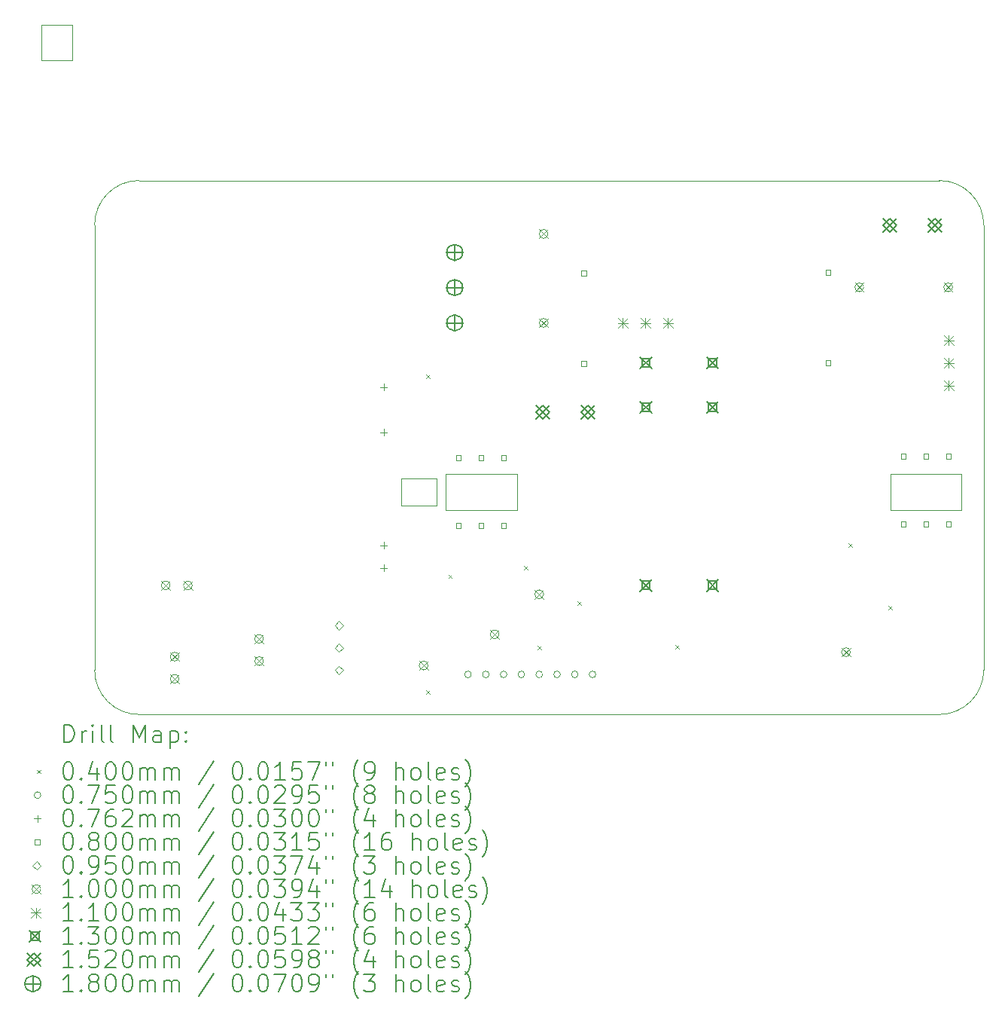
<source format=gbr>
%TF.GenerationSoftware,KiCad,Pcbnew,8.0.4*%
%TF.CreationDate,2025-01-01T16:22:17-06:00*%
%TF.ProjectId,HVBoard,4856426f-6172-4642-9e6b-696361645f70,rev?*%
%TF.SameCoordinates,Original*%
%TF.FileFunction,Drillmap*%
%TF.FilePolarity,Positive*%
%FSLAX45Y45*%
G04 Gerber Fmt 4.5, Leading zero omitted, Abs format (unit mm)*
G04 Created by KiCad (PCBNEW 8.0.4) date 2025-01-01 16:22:17*
%MOMM*%
%LPD*%
G01*
G04 APERTURE LIST*
%ADD10C,0.050000*%
%ADD11C,0.100000*%
%ADD12C,0.200000*%
%ADD13C,0.110000*%
%ADD14C,0.130000*%
%ADD15C,0.152000*%
%ADD16C,0.180000*%
G04 APERTURE END LIST*
D10*
X10700000Y-1200000D02*
G75*
G02*
X11200000Y-1700000I0J-500000D01*
G01*
X1200000Y-6700000D02*
X1200000Y-1700000D01*
X10700000Y-7200000D02*
X1700000Y-7200000D01*
X11200000Y-6700000D02*
G75*
G02*
X10700000Y-7200000I-500000J0D01*
G01*
D11*
X600000Y550000D02*
X950000Y550000D01*
X950000Y150000D01*
X600000Y150000D01*
X600000Y550000D01*
D10*
X1700000Y-1200000D02*
X10700000Y-1200000D01*
X11200000Y-1700000D02*
X11200000Y-6700000D01*
D11*
X4650000Y-4550000D02*
X5050000Y-4550000D01*
X5050000Y-4850000D01*
X4650000Y-4850000D01*
X4650000Y-4550000D01*
D10*
X1700000Y-7200000D02*
G75*
G02*
X1200000Y-6700000I0J500000D01*
G01*
D11*
X5150000Y-4500000D02*
X5950000Y-4500000D01*
X5950000Y-4900000D01*
X5150000Y-4900000D01*
X5150000Y-4500000D01*
D10*
X1200000Y-1700000D02*
G75*
G02*
X1700000Y-1200000I500000J0D01*
G01*
D11*
X10150000Y-4500000D02*
X10950000Y-4500000D01*
X10950000Y-4900000D01*
X10150000Y-4900000D01*
X10150000Y-4500000D01*
D12*
D11*
X4930000Y-3380000D02*
X4970000Y-3420000D01*
X4970000Y-3380000D02*
X4930000Y-3420000D01*
X4930000Y-6930000D02*
X4970000Y-6970000D01*
X4970000Y-6930000D02*
X4930000Y-6970000D01*
X5180000Y-5630000D02*
X5220000Y-5670000D01*
X5220000Y-5630000D02*
X5180000Y-5670000D01*
X6030000Y-5534000D02*
X6070000Y-5574000D01*
X6070000Y-5534000D02*
X6030000Y-5574000D01*
X6180000Y-6430000D02*
X6220000Y-6470000D01*
X6220000Y-6430000D02*
X6180000Y-6470000D01*
X6630000Y-5930000D02*
X6670000Y-5970000D01*
X6670000Y-5930000D02*
X6630000Y-5970000D01*
X7730000Y-6420000D02*
X7770000Y-6460000D01*
X7770000Y-6420000D02*
X7730000Y-6460000D01*
X9680000Y-5280000D02*
X9720000Y-5320000D01*
X9720000Y-5280000D02*
X9680000Y-5320000D01*
X10130000Y-5980000D02*
X10170000Y-6020000D01*
X10170000Y-5980000D02*
X10130000Y-6020000D01*
X5437500Y-6750000D02*
G75*
G02*
X5362500Y-6750000I-37500J0D01*
G01*
X5362500Y-6750000D02*
G75*
G02*
X5437500Y-6750000I37500J0D01*
G01*
X5637500Y-6750000D02*
G75*
G02*
X5562500Y-6750000I-37500J0D01*
G01*
X5562500Y-6750000D02*
G75*
G02*
X5637500Y-6750000I37500J0D01*
G01*
X5837500Y-6750000D02*
G75*
G02*
X5762500Y-6750000I-37500J0D01*
G01*
X5762500Y-6750000D02*
G75*
G02*
X5837500Y-6750000I37500J0D01*
G01*
X6037500Y-6750000D02*
G75*
G02*
X5962500Y-6750000I-37500J0D01*
G01*
X5962500Y-6750000D02*
G75*
G02*
X6037500Y-6750000I37500J0D01*
G01*
X6237500Y-6750000D02*
G75*
G02*
X6162500Y-6750000I-37500J0D01*
G01*
X6162500Y-6750000D02*
G75*
G02*
X6237500Y-6750000I37500J0D01*
G01*
X6437500Y-6750000D02*
G75*
G02*
X6362500Y-6750000I-37500J0D01*
G01*
X6362500Y-6750000D02*
G75*
G02*
X6437500Y-6750000I37500J0D01*
G01*
X6637500Y-6750000D02*
G75*
G02*
X6562500Y-6750000I-37500J0D01*
G01*
X6562500Y-6750000D02*
G75*
G02*
X6637500Y-6750000I37500J0D01*
G01*
X6837500Y-6750000D02*
G75*
G02*
X6762500Y-6750000I-37500J0D01*
G01*
X6762500Y-6750000D02*
G75*
G02*
X6837500Y-6750000I37500J0D01*
G01*
X4450000Y-3483900D02*
X4450000Y-3560100D01*
X4411900Y-3522000D02*
X4488100Y-3522000D01*
X4450000Y-3991900D02*
X4450000Y-4068100D01*
X4411900Y-4030000D02*
X4488100Y-4030000D01*
X4450000Y-5261900D02*
X4450000Y-5338100D01*
X4411900Y-5300000D02*
X4488100Y-5300000D01*
X4450000Y-5515900D02*
X4450000Y-5592100D01*
X4411900Y-5554000D02*
X4488100Y-5554000D01*
X5320285Y-4346285D02*
X5320285Y-4289716D01*
X5263716Y-4289716D01*
X5263716Y-4346285D01*
X5320285Y-4346285D01*
X5320285Y-5108285D02*
X5320285Y-5051716D01*
X5263716Y-5051716D01*
X5263716Y-5108285D01*
X5320285Y-5108285D01*
X5574285Y-4346285D02*
X5574285Y-4289716D01*
X5517716Y-4289716D01*
X5517716Y-4346285D01*
X5574285Y-4346285D01*
X5574285Y-5108285D02*
X5574285Y-5051716D01*
X5517716Y-5051716D01*
X5517716Y-5108285D01*
X5574285Y-5108285D01*
X5828284Y-4346285D02*
X5828284Y-4289716D01*
X5771715Y-4289716D01*
X5771715Y-4346285D01*
X5828284Y-4346285D01*
X5828284Y-5108285D02*
X5828284Y-5051716D01*
X5771715Y-5051716D01*
X5771715Y-5108285D01*
X5828284Y-5108285D01*
X6728284Y-2270285D02*
X6728284Y-2213716D01*
X6671715Y-2213716D01*
X6671715Y-2270285D01*
X6728284Y-2270285D01*
X6728284Y-3286284D02*
X6728284Y-3229715D01*
X6671715Y-3229715D01*
X6671715Y-3286284D01*
X6728284Y-3286284D01*
X9478285Y-2262285D02*
X9478285Y-2205716D01*
X9421716Y-2205716D01*
X9421716Y-2262285D01*
X9478285Y-2262285D01*
X9478285Y-3278284D02*
X9478285Y-3221715D01*
X9421716Y-3221715D01*
X9421716Y-3278284D01*
X9478285Y-3278284D01*
X10324285Y-4328285D02*
X10324285Y-4271716D01*
X10267716Y-4271716D01*
X10267716Y-4328285D01*
X10324285Y-4328285D01*
X10324285Y-5090285D02*
X10324285Y-5033716D01*
X10267716Y-5033716D01*
X10267716Y-5090285D01*
X10324285Y-5090285D01*
X10578285Y-4328285D02*
X10578285Y-4271716D01*
X10521716Y-4271716D01*
X10521716Y-4328285D01*
X10578285Y-4328285D01*
X10578285Y-5090285D02*
X10578285Y-5033716D01*
X10521716Y-5033716D01*
X10521716Y-5090285D01*
X10578285Y-5090285D01*
X10832285Y-4328285D02*
X10832285Y-4271716D01*
X10775716Y-4271716D01*
X10775716Y-4328285D01*
X10832285Y-4328285D01*
X10832285Y-5090285D02*
X10832285Y-5033716D01*
X10775716Y-5033716D01*
X10775716Y-5090285D01*
X10832285Y-5090285D01*
X3950000Y-6247500D02*
X3997500Y-6200000D01*
X3950000Y-6152500D01*
X3902500Y-6200000D01*
X3950000Y-6247500D01*
X3950000Y-6497500D02*
X3997500Y-6450000D01*
X3950000Y-6402500D01*
X3902500Y-6450000D01*
X3950000Y-6497500D01*
X3950000Y-6747500D02*
X3997500Y-6700000D01*
X3950000Y-6652500D01*
X3902500Y-6700000D01*
X3950000Y-6747500D01*
X1950000Y-5700000D02*
X2050000Y-5800000D01*
X2050000Y-5700000D02*
X1950000Y-5800000D01*
X2050000Y-5750000D02*
G75*
G02*
X1950000Y-5750000I-50000J0D01*
G01*
X1950000Y-5750000D02*
G75*
G02*
X2050000Y-5750000I50000J0D01*
G01*
X2050000Y-6500000D02*
X2150000Y-6600000D01*
X2150000Y-6500000D02*
X2050000Y-6600000D01*
X2150000Y-6550000D02*
G75*
G02*
X2050000Y-6550000I-50000J0D01*
G01*
X2050000Y-6550000D02*
G75*
G02*
X2150000Y-6550000I50000J0D01*
G01*
X2050000Y-6750000D02*
X2150000Y-6850000D01*
X2150000Y-6750000D02*
X2050000Y-6850000D01*
X2150000Y-6800000D02*
G75*
G02*
X2050000Y-6800000I-50000J0D01*
G01*
X2050000Y-6800000D02*
G75*
G02*
X2150000Y-6800000I50000J0D01*
G01*
X2200000Y-5700000D02*
X2300000Y-5800000D01*
X2300000Y-5700000D02*
X2200000Y-5800000D01*
X2300000Y-5750000D02*
G75*
G02*
X2200000Y-5750000I-50000J0D01*
G01*
X2200000Y-5750000D02*
G75*
G02*
X2300000Y-5750000I50000J0D01*
G01*
X3000000Y-6300000D02*
X3100000Y-6400000D01*
X3100000Y-6300000D02*
X3000000Y-6400000D01*
X3100000Y-6350000D02*
G75*
G02*
X3000000Y-6350000I-50000J0D01*
G01*
X3000000Y-6350000D02*
G75*
G02*
X3100000Y-6350000I50000J0D01*
G01*
X3000000Y-6550000D02*
X3100000Y-6650000D01*
X3100000Y-6550000D02*
X3000000Y-6650000D01*
X3100000Y-6600000D02*
G75*
G02*
X3000000Y-6600000I-50000J0D01*
G01*
X3000000Y-6600000D02*
G75*
G02*
X3100000Y-6600000I50000J0D01*
G01*
X4850000Y-6600000D02*
X4950000Y-6700000D01*
X4950000Y-6600000D02*
X4850000Y-6700000D01*
X4950000Y-6650000D02*
G75*
G02*
X4850000Y-6650000I-50000J0D01*
G01*
X4850000Y-6650000D02*
G75*
G02*
X4950000Y-6650000I50000J0D01*
G01*
X5650000Y-6250000D02*
X5750000Y-6350000D01*
X5750000Y-6250000D02*
X5650000Y-6350000D01*
X5750000Y-6300000D02*
G75*
G02*
X5650000Y-6300000I-50000J0D01*
G01*
X5650000Y-6300000D02*
G75*
G02*
X5750000Y-6300000I50000J0D01*
G01*
X6150000Y-5800000D02*
X6250000Y-5900000D01*
X6250000Y-5800000D02*
X6150000Y-5900000D01*
X6250000Y-5850000D02*
G75*
G02*
X6150000Y-5850000I-50000J0D01*
G01*
X6150000Y-5850000D02*
G75*
G02*
X6250000Y-5850000I50000J0D01*
G01*
X6200000Y-1750000D02*
X6300000Y-1850000D01*
X6300000Y-1750000D02*
X6200000Y-1850000D01*
X6300000Y-1800000D02*
G75*
G02*
X6200000Y-1800000I-50000J0D01*
G01*
X6200000Y-1800000D02*
G75*
G02*
X6300000Y-1800000I50000J0D01*
G01*
X6200000Y-2750000D02*
X6300000Y-2850000D01*
X6300000Y-2750000D02*
X6200000Y-2850000D01*
X6300000Y-2800000D02*
G75*
G02*
X6200000Y-2800000I-50000J0D01*
G01*
X6200000Y-2800000D02*
G75*
G02*
X6300000Y-2800000I50000J0D01*
G01*
X9600000Y-6450000D02*
X9700000Y-6550000D01*
X9700000Y-6450000D02*
X9600000Y-6550000D01*
X9700000Y-6500000D02*
G75*
G02*
X9600000Y-6500000I-50000J0D01*
G01*
X9600000Y-6500000D02*
G75*
G02*
X9700000Y-6500000I50000J0D01*
G01*
X9750000Y-2350000D02*
X9850000Y-2450000D01*
X9850000Y-2350000D02*
X9750000Y-2450000D01*
X9850000Y-2400000D02*
G75*
G02*
X9750000Y-2400000I-50000J0D01*
G01*
X9750000Y-2400000D02*
G75*
G02*
X9850000Y-2400000I50000J0D01*
G01*
X10750000Y-2350000D02*
X10850000Y-2450000D01*
X10850000Y-2350000D02*
X10750000Y-2450000D01*
X10850000Y-2400000D02*
G75*
G02*
X10750000Y-2400000I-50000J0D01*
G01*
X10750000Y-2400000D02*
G75*
G02*
X10850000Y-2400000I50000J0D01*
G01*
D13*
X7087000Y-2745000D02*
X7197000Y-2855000D01*
X7197000Y-2745000D02*
X7087000Y-2855000D01*
X7142000Y-2745000D02*
X7142000Y-2855000D01*
X7087000Y-2800000D02*
X7197000Y-2800000D01*
X7341000Y-2745000D02*
X7451000Y-2855000D01*
X7451000Y-2745000D02*
X7341000Y-2855000D01*
X7396000Y-2745000D02*
X7396000Y-2855000D01*
X7341000Y-2800000D02*
X7451000Y-2800000D01*
X7595000Y-2745000D02*
X7705000Y-2855000D01*
X7705000Y-2745000D02*
X7595000Y-2855000D01*
X7650000Y-2745000D02*
X7650000Y-2855000D01*
X7595000Y-2800000D02*
X7705000Y-2800000D01*
X10750500Y-2941000D02*
X10860500Y-3051000D01*
X10860500Y-2941000D02*
X10750500Y-3051000D01*
X10805500Y-2941000D02*
X10805500Y-3051000D01*
X10750500Y-2996000D02*
X10860500Y-2996000D01*
X10750500Y-3195000D02*
X10860500Y-3305000D01*
X10860500Y-3195000D02*
X10750500Y-3305000D01*
X10805500Y-3195000D02*
X10805500Y-3305000D01*
X10750500Y-3250000D02*
X10860500Y-3250000D01*
X10750500Y-3449000D02*
X10860500Y-3559000D01*
X10860500Y-3449000D02*
X10750500Y-3559000D01*
X10805500Y-3449000D02*
X10805500Y-3559000D01*
X10750500Y-3504000D02*
X10860500Y-3504000D01*
D14*
X7335000Y-3185000D02*
X7465000Y-3315000D01*
X7465000Y-3185000D02*
X7335000Y-3315000D01*
X7445962Y-3295962D02*
X7445962Y-3204038D01*
X7354038Y-3204038D01*
X7354038Y-3295962D01*
X7445962Y-3295962D01*
X7335000Y-3685000D02*
X7465000Y-3815000D01*
X7465000Y-3685000D02*
X7335000Y-3815000D01*
X7445962Y-3795962D02*
X7445962Y-3704038D01*
X7354038Y-3704038D01*
X7354038Y-3795962D01*
X7445962Y-3795962D01*
X7335000Y-5685000D02*
X7465000Y-5815000D01*
X7465000Y-5685000D02*
X7335000Y-5815000D01*
X7445962Y-5795962D02*
X7445962Y-5704038D01*
X7354038Y-5704038D01*
X7354038Y-5795962D01*
X7445962Y-5795962D01*
X8085000Y-3185000D02*
X8215000Y-3315000D01*
X8215000Y-3185000D02*
X8085000Y-3315000D01*
X8195962Y-3295962D02*
X8195962Y-3204038D01*
X8104038Y-3204038D01*
X8104038Y-3295962D01*
X8195962Y-3295962D01*
X8085000Y-3685000D02*
X8215000Y-3815000D01*
X8215000Y-3685000D02*
X8085000Y-3815000D01*
X8195962Y-3795962D02*
X8195962Y-3704038D01*
X8104038Y-3704038D01*
X8104038Y-3795962D01*
X8195962Y-3795962D01*
X8085000Y-5685000D02*
X8215000Y-5815000D01*
X8215000Y-5685000D02*
X8085000Y-5815000D01*
X8195962Y-5795962D02*
X8195962Y-5704038D01*
X8104038Y-5704038D01*
X8104038Y-5795962D01*
X8195962Y-5795962D01*
D15*
X6166000Y-3724000D02*
X6318000Y-3876000D01*
X6318000Y-3724000D02*
X6166000Y-3876000D01*
X6242000Y-3876000D02*
X6318000Y-3800000D01*
X6242000Y-3724000D01*
X6166000Y-3800000D01*
X6242000Y-3876000D01*
X6674000Y-3724000D02*
X6826000Y-3876000D01*
X6826000Y-3724000D02*
X6674000Y-3876000D01*
X6750000Y-3876000D02*
X6826000Y-3800000D01*
X6750000Y-3724000D01*
X6674000Y-3800000D01*
X6750000Y-3876000D01*
X10066000Y-1624000D02*
X10218000Y-1776000D01*
X10218000Y-1624000D02*
X10066000Y-1776000D01*
X10142000Y-1776000D02*
X10218000Y-1700000D01*
X10142000Y-1624000D01*
X10066000Y-1700000D01*
X10142000Y-1776000D01*
X10574000Y-1624000D02*
X10726000Y-1776000D01*
X10726000Y-1624000D02*
X10574000Y-1776000D01*
X10650000Y-1776000D02*
X10726000Y-1700000D01*
X10650000Y-1624000D01*
X10574000Y-1700000D01*
X10650000Y-1776000D01*
D16*
X5250000Y-1918000D02*
X5250000Y-2098000D01*
X5160000Y-2008000D02*
X5340000Y-2008000D01*
X5340000Y-2008000D02*
G75*
G02*
X5160000Y-2008000I-90000J0D01*
G01*
X5160000Y-2008000D02*
G75*
G02*
X5340000Y-2008000I90000J0D01*
G01*
X5250000Y-2314000D02*
X5250000Y-2494000D01*
X5160000Y-2404000D02*
X5340000Y-2404000D01*
X5340000Y-2404000D02*
G75*
G02*
X5160000Y-2404000I-90000J0D01*
G01*
X5160000Y-2404000D02*
G75*
G02*
X5340000Y-2404000I90000J0D01*
G01*
X5250000Y-2710000D02*
X5250000Y-2890000D01*
X5160000Y-2800000D02*
X5340000Y-2800000D01*
X5340000Y-2800000D02*
G75*
G02*
X5160000Y-2800000I-90000J0D01*
G01*
X5160000Y-2800000D02*
G75*
G02*
X5340000Y-2800000I90000J0D01*
G01*
D12*
X855777Y-7513984D02*
X855777Y-7313984D01*
X855777Y-7313984D02*
X903396Y-7313984D01*
X903396Y-7313984D02*
X931967Y-7323508D01*
X931967Y-7323508D02*
X951015Y-7342555D01*
X951015Y-7342555D02*
X960539Y-7361603D01*
X960539Y-7361603D02*
X970062Y-7399698D01*
X970062Y-7399698D02*
X970062Y-7428269D01*
X970062Y-7428269D02*
X960539Y-7466365D01*
X960539Y-7466365D02*
X951015Y-7485412D01*
X951015Y-7485412D02*
X931967Y-7504460D01*
X931967Y-7504460D02*
X903396Y-7513984D01*
X903396Y-7513984D02*
X855777Y-7513984D01*
X1055777Y-7513984D02*
X1055777Y-7380650D01*
X1055777Y-7418746D02*
X1065301Y-7399698D01*
X1065301Y-7399698D02*
X1074824Y-7390174D01*
X1074824Y-7390174D02*
X1093872Y-7380650D01*
X1093872Y-7380650D02*
X1112920Y-7380650D01*
X1179586Y-7513984D02*
X1179586Y-7380650D01*
X1179586Y-7313984D02*
X1170063Y-7323508D01*
X1170063Y-7323508D02*
X1179586Y-7333031D01*
X1179586Y-7333031D02*
X1189110Y-7323508D01*
X1189110Y-7323508D02*
X1179586Y-7313984D01*
X1179586Y-7313984D02*
X1179586Y-7333031D01*
X1303396Y-7513984D02*
X1284348Y-7504460D01*
X1284348Y-7504460D02*
X1274824Y-7485412D01*
X1274824Y-7485412D02*
X1274824Y-7313984D01*
X1408158Y-7513984D02*
X1389110Y-7504460D01*
X1389110Y-7504460D02*
X1379586Y-7485412D01*
X1379586Y-7485412D02*
X1379586Y-7313984D01*
X1636729Y-7513984D02*
X1636729Y-7313984D01*
X1636729Y-7313984D02*
X1703396Y-7456841D01*
X1703396Y-7456841D02*
X1770062Y-7313984D01*
X1770062Y-7313984D02*
X1770062Y-7513984D01*
X1951015Y-7513984D02*
X1951015Y-7409222D01*
X1951015Y-7409222D02*
X1941491Y-7390174D01*
X1941491Y-7390174D02*
X1922443Y-7380650D01*
X1922443Y-7380650D02*
X1884348Y-7380650D01*
X1884348Y-7380650D02*
X1865301Y-7390174D01*
X1951015Y-7504460D02*
X1931967Y-7513984D01*
X1931967Y-7513984D02*
X1884348Y-7513984D01*
X1884348Y-7513984D02*
X1865301Y-7504460D01*
X1865301Y-7504460D02*
X1855777Y-7485412D01*
X1855777Y-7485412D02*
X1855777Y-7466365D01*
X1855777Y-7466365D02*
X1865301Y-7447317D01*
X1865301Y-7447317D02*
X1884348Y-7437793D01*
X1884348Y-7437793D02*
X1931967Y-7437793D01*
X1931967Y-7437793D02*
X1951015Y-7428269D01*
X2046253Y-7380650D02*
X2046253Y-7580650D01*
X2046253Y-7390174D02*
X2065301Y-7380650D01*
X2065301Y-7380650D02*
X2103396Y-7380650D01*
X2103396Y-7380650D02*
X2122444Y-7390174D01*
X2122444Y-7390174D02*
X2131967Y-7399698D01*
X2131967Y-7399698D02*
X2141491Y-7418746D01*
X2141491Y-7418746D02*
X2141491Y-7475888D01*
X2141491Y-7475888D02*
X2131967Y-7494936D01*
X2131967Y-7494936D02*
X2122444Y-7504460D01*
X2122444Y-7504460D02*
X2103396Y-7513984D01*
X2103396Y-7513984D02*
X2065301Y-7513984D01*
X2065301Y-7513984D02*
X2046253Y-7504460D01*
X2227205Y-7494936D02*
X2236729Y-7504460D01*
X2236729Y-7504460D02*
X2227205Y-7513984D01*
X2227205Y-7513984D02*
X2217682Y-7504460D01*
X2217682Y-7504460D02*
X2227205Y-7494936D01*
X2227205Y-7494936D02*
X2227205Y-7513984D01*
X2227205Y-7390174D02*
X2236729Y-7399698D01*
X2236729Y-7399698D02*
X2227205Y-7409222D01*
X2227205Y-7409222D02*
X2217682Y-7399698D01*
X2217682Y-7399698D02*
X2227205Y-7390174D01*
X2227205Y-7390174D02*
X2227205Y-7409222D01*
D11*
X555000Y-7822500D02*
X595000Y-7862500D01*
X595000Y-7822500D02*
X555000Y-7862500D01*
D12*
X893872Y-7733984D02*
X912920Y-7733984D01*
X912920Y-7733984D02*
X931967Y-7743508D01*
X931967Y-7743508D02*
X941491Y-7753031D01*
X941491Y-7753031D02*
X951015Y-7772079D01*
X951015Y-7772079D02*
X960539Y-7810174D01*
X960539Y-7810174D02*
X960539Y-7857793D01*
X960539Y-7857793D02*
X951015Y-7895888D01*
X951015Y-7895888D02*
X941491Y-7914936D01*
X941491Y-7914936D02*
X931967Y-7924460D01*
X931967Y-7924460D02*
X912920Y-7933984D01*
X912920Y-7933984D02*
X893872Y-7933984D01*
X893872Y-7933984D02*
X874824Y-7924460D01*
X874824Y-7924460D02*
X865301Y-7914936D01*
X865301Y-7914936D02*
X855777Y-7895888D01*
X855777Y-7895888D02*
X846253Y-7857793D01*
X846253Y-7857793D02*
X846253Y-7810174D01*
X846253Y-7810174D02*
X855777Y-7772079D01*
X855777Y-7772079D02*
X865301Y-7753031D01*
X865301Y-7753031D02*
X874824Y-7743508D01*
X874824Y-7743508D02*
X893872Y-7733984D01*
X1046253Y-7914936D02*
X1055777Y-7924460D01*
X1055777Y-7924460D02*
X1046253Y-7933984D01*
X1046253Y-7933984D02*
X1036729Y-7924460D01*
X1036729Y-7924460D02*
X1046253Y-7914936D01*
X1046253Y-7914936D02*
X1046253Y-7933984D01*
X1227205Y-7800650D02*
X1227205Y-7933984D01*
X1179586Y-7724460D02*
X1131967Y-7867317D01*
X1131967Y-7867317D02*
X1255777Y-7867317D01*
X1370063Y-7733984D02*
X1389110Y-7733984D01*
X1389110Y-7733984D02*
X1408158Y-7743508D01*
X1408158Y-7743508D02*
X1417682Y-7753031D01*
X1417682Y-7753031D02*
X1427205Y-7772079D01*
X1427205Y-7772079D02*
X1436729Y-7810174D01*
X1436729Y-7810174D02*
X1436729Y-7857793D01*
X1436729Y-7857793D02*
X1427205Y-7895888D01*
X1427205Y-7895888D02*
X1417682Y-7914936D01*
X1417682Y-7914936D02*
X1408158Y-7924460D01*
X1408158Y-7924460D02*
X1389110Y-7933984D01*
X1389110Y-7933984D02*
X1370063Y-7933984D01*
X1370063Y-7933984D02*
X1351015Y-7924460D01*
X1351015Y-7924460D02*
X1341491Y-7914936D01*
X1341491Y-7914936D02*
X1331967Y-7895888D01*
X1331967Y-7895888D02*
X1322444Y-7857793D01*
X1322444Y-7857793D02*
X1322444Y-7810174D01*
X1322444Y-7810174D02*
X1331967Y-7772079D01*
X1331967Y-7772079D02*
X1341491Y-7753031D01*
X1341491Y-7753031D02*
X1351015Y-7743508D01*
X1351015Y-7743508D02*
X1370063Y-7733984D01*
X1560539Y-7733984D02*
X1579586Y-7733984D01*
X1579586Y-7733984D02*
X1598634Y-7743508D01*
X1598634Y-7743508D02*
X1608158Y-7753031D01*
X1608158Y-7753031D02*
X1617682Y-7772079D01*
X1617682Y-7772079D02*
X1627205Y-7810174D01*
X1627205Y-7810174D02*
X1627205Y-7857793D01*
X1627205Y-7857793D02*
X1617682Y-7895888D01*
X1617682Y-7895888D02*
X1608158Y-7914936D01*
X1608158Y-7914936D02*
X1598634Y-7924460D01*
X1598634Y-7924460D02*
X1579586Y-7933984D01*
X1579586Y-7933984D02*
X1560539Y-7933984D01*
X1560539Y-7933984D02*
X1541491Y-7924460D01*
X1541491Y-7924460D02*
X1531967Y-7914936D01*
X1531967Y-7914936D02*
X1522443Y-7895888D01*
X1522443Y-7895888D02*
X1512920Y-7857793D01*
X1512920Y-7857793D02*
X1512920Y-7810174D01*
X1512920Y-7810174D02*
X1522443Y-7772079D01*
X1522443Y-7772079D02*
X1531967Y-7753031D01*
X1531967Y-7753031D02*
X1541491Y-7743508D01*
X1541491Y-7743508D02*
X1560539Y-7733984D01*
X1712920Y-7933984D02*
X1712920Y-7800650D01*
X1712920Y-7819698D02*
X1722443Y-7810174D01*
X1722443Y-7810174D02*
X1741491Y-7800650D01*
X1741491Y-7800650D02*
X1770063Y-7800650D01*
X1770063Y-7800650D02*
X1789110Y-7810174D01*
X1789110Y-7810174D02*
X1798634Y-7829222D01*
X1798634Y-7829222D02*
X1798634Y-7933984D01*
X1798634Y-7829222D02*
X1808158Y-7810174D01*
X1808158Y-7810174D02*
X1827205Y-7800650D01*
X1827205Y-7800650D02*
X1855777Y-7800650D01*
X1855777Y-7800650D02*
X1874824Y-7810174D01*
X1874824Y-7810174D02*
X1884348Y-7829222D01*
X1884348Y-7829222D02*
X1884348Y-7933984D01*
X1979586Y-7933984D02*
X1979586Y-7800650D01*
X1979586Y-7819698D02*
X1989110Y-7810174D01*
X1989110Y-7810174D02*
X2008158Y-7800650D01*
X2008158Y-7800650D02*
X2036729Y-7800650D01*
X2036729Y-7800650D02*
X2055777Y-7810174D01*
X2055777Y-7810174D02*
X2065301Y-7829222D01*
X2065301Y-7829222D02*
X2065301Y-7933984D01*
X2065301Y-7829222D02*
X2074824Y-7810174D01*
X2074824Y-7810174D02*
X2093872Y-7800650D01*
X2093872Y-7800650D02*
X2122444Y-7800650D01*
X2122444Y-7800650D02*
X2141491Y-7810174D01*
X2141491Y-7810174D02*
X2151015Y-7829222D01*
X2151015Y-7829222D02*
X2151015Y-7933984D01*
X2541491Y-7724460D02*
X2370063Y-7981603D01*
X2798634Y-7733984D02*
X2817682Y-7733984D01*
X2817682Y-7733984D02*
X2836729Y-7743508D01*
X2836729Y-7743508D02*
X2846253Y-7753031D01*
X2846253Y-7753031D02*
X2855777Y-7772079D01*
X2855777Y-7772079D02*
X2865301Y-7810174D01*
X2865301Y-7810174D02*
X2865301Y-7857793D01*
X2865301Y-7857793D02*
X2855777Y-7895888D01*
X2855777Y-7895888D02*
X2846253Y-7914936D01*
X2846253Y-7914936D02*
X2836729Y-7924460D01*
X2836729Y-7924460D02*
X2817682Y-7933984D01*
X2817682Y-7933984D02*
X2798634Y-7933984D01*
X2798634Y-7933984D02*
X2779587Y-7924460D01*
X2779587Y-7924460D02*
X2770063Y-7914936D01*
X2770063Y-7914936D02*
X2760539Y-7895888D01*
X2760539Y-7895888D02*
X2751015Y-7857793D01*
X2751015Y-7857793D02*
X2751015Y-7810174D01*
X2751015Y-7810174D02*
X2760539Y-7772079D01*
X2760539Y-7772079D02*
X2770063Y-7753031D01*
X2770063Y-7753031D02*
X2779587Y-7743508D01*
X2779587Y-7743508D02*
X2798634Y-7733984D01*
X2951015Y-7914936D02*
X2960539Y-7924460D01*
X2960539Y-7924460D02*
X2951015Y-7933984D01*
X2951015Y-7933984D02*
X2941491Y-7924460D01*
X2941491Y-7924460D02*
X2951015Y-7914936D01*
X2951015Y-7914936D02*
X2951015Y-7933984D01*
X3084348Y-7733984D02*
X3103396Y-7733984D01*
X3103396Y-7733984D02*
X3122444Y-7743508D01*
X3122444Y-7743508D02*
X3131967Y-7753031D01*
X3131967Y-7753031D02*
X3141491Y-7772079D01*
X3141491Y-7772079D02*
X3151015Y-7810174D01*
X3151015Y-7810174D02*
X3151015Y-7857793D01*
X3151015Y-7857793D02*
X3141491Y-7895888D01*
X3141491Y-7895888D02*
X3131967Y-7914936D01*
X3131967Y-7914936D02*
X3122444Y-7924460D01*
X3122444Y-7924460D02*
X3103396Y-7933984D01*
X3103396Y-7933984D02*
X3084348Y-7933984D01*
X3084348Y-7933984D02*
X3065301Y-7924460D01*
X3065301Y-7924460D02*
X3055777Y-7914936D01*
X3055777Y-7914936D02*
X3046253Y-7895888D01*
X3046253Y-7895888D02*
X3036729Y-7857793D01*
X3036729Y-7857793D02*
X3036729Y-7810174D01*
X3036729Y-7810174D02*
X3046253Y-7772079D01*
X3046253Y-7772079D02*
X3055777Y-7753031D01*
X3055777Y-7753031D02*
X3065301Y-7743508D01*
X3065301Y-7743508D02*
X3084348Y-7733984D01*
X3341491Y-7933984D02*
X3227206Y-7933984D01*
X3284348Y-7933984D02*
X3284348Y-7733984D01*
X3284348Y-7733984D02*
X3265301Y-7762555D01*
X3265301Y-7762555D02*
X3246253Y-7781603D01*
X3246253Y-7781603D02*
X3227206Y-7791127D01*
X3522444Y-7733984D02*
X3427206Y-7733984D01*
X3427206Y-7733984D02*
X3417682Y-7829222D01*
X3417682Y-7829222D02*
X3427206Y-7819698D01*
X3427206Y-7819698D02*
X3446253Y-7810174D01*
X3446253Y-7810174D02*
X3493872Y-7810174D01*
X3493872Y-7810174D02*
X3512920Y-7819698D01*
X3512920Y-7819698D02*
X3522444Y-7829222D01*
X3522444Y-7829222D02*
X3531967Y-7848269D01*
X3531967Y-7848269D02*
X3531967Y-7895888D01*
X3531967Y-7895888D02*
X3522444Y-7914936D01*
X3522444Y-7914936D02*
X3512920Y-7924460D01*
X3512920Y-7924460D02*
X3493872Y-7933984D01*
X3493872Y-7933984D02*
X3446253Y-7933984D01*
X3446253Y-7933984D02*
X3427206Y-7924460D01*
X3427206Y-7924460D02*
X3417682Y-7914936D01*
X3598634Y-7733984D02*
X3731967Y-7733984D01*
X3731967Y-7733984D02*
X3646253Y-7933984D01*
X3798634Y-7733984D02*
X3798634Y-7772079D01*
X3874825Y-7733984D02*
X3874825Y-7772079D01*
X4170063Y-8010174D02*
X4160539Y-8000650D01*
X4160539Y-8000650D02*
X4141491Y-7972079D01*
X4141491Y-7972079D02*
X4131968Y-7953031D01*
X4131968Y-7953031D02*
X4122444Y-7924460D01*
X4122444Y-7924460D02*
X4112920Y-7876841D01*
X4112920Y-7876841D02*
X4112920Y-7838746D01*
X4112920Y-7838746D02*
X4122444Y-7791127D01*
X4122444Y-7791127D02*
X4131968Y-7762555D01*
X4131968Y-7762555D02*
X4141491Y-7743508D01*
X4141491Y-7743508D02*
X4160539Y-7714936D01*
X4160539Y-7714936D02*
X4170063Y-7705412D01*
X4255777Y-7933984D02*
X4293872Y-7933984D01*
X4293872Y-7933984D02*
X4312920Y-7924460D01*
X4312920Y-7924460D02*
X4322444Y-7914936D01*
X4322444Y-7914936D02*
X4341491Y-7886365D01*
X4341491Y-7886365D02*
X4351015Y-7848269D01*
X4351015Y-7848269D02*
X4351015Y-7772079D01*
X4351015Y-7772079D02*
X4341491Y-7753031D01*
X4341491Y-7753031D02*
X4331968Y-7743508D01*
X4331968Y-7743508D02*
X4312920Y-7733984D01*
X4312920Y-7733984D02*
X4274825Y-7733984D01*
X4274825Y-7733984D02*
X4255777Y-7743508D01*
X4255777Y-7743508D02*
X4246253Y-7753031D01*
X4246253Y-7753031D02*
X4236730Y-7772079D01*
X4236730Y-7772079D02*
X4236730Y-7819698D01*
X4236730Y-7819698D02*
X4246253Y-7838746D01*
X4246253Y-7838746D02*
X4255777Y-7848269D01*
X4255777Y-7848269D02*
X4274825Y-7857793D01*
X4274825Y-7857793D02*
X4312920Y-7857793D01*
X4312920Y-7857793D02*
X4331968Y-7848269D01*
X4331968Y-7848269D02*
X4341491Y-7838746D01*
X4341491Y-7838746D02*
X4351015Y-7819698D01*
X4589111Y-7933984D02*
X4589111Y-7733984D01*
X4674825Y-7933984D02*
X4674825Y-7829222D01*
X4674825Y-7829222D02*
X4665301Y-7810174D01*
X4665301Y-7810174D02*
X4646253Y-7800650D01*
X4646253Y-7800650D02*
X4617682Y-7800650D01*
X4617682Y-7800650D02*
X4598634Y-7810174D01*
X4598634Y-7810174D02*
X4589111Y-7819698D01*
X4798634Y-7933984D02*
X4779587Y-7924460D01*
X4779587Y-7924460D02*
X4770063Y-7914936D01*
X4770063Y-7914936D02*
X4760539Y-7895888D01*
X4760539Y-7895888D02*
X4760539Y-7838746D01*
X4760539Y-7838746D02*
X4770063Y-7819698D01*
X4770063Y-7819698D02*
X4779587Y-7810174D01*
X4779587Y-7810174D02*
X4798634Y-7800650D01*
X4798634Y-7800650D02*
X4827206Y-7800650D01*
X4827206Y-7800650D02*
X4846253Y-7810174D01*
X4846253Y-7810174D02*
X4855777Y-7819698D01*
X4855777Y-7819698D02*
X4865301Y-7838746D01*
X4865301Y-7838746D02*
X4865301Y-7895888D01*
X4865301Y-7895888D02*
X4855777Y-7914936D01*
X4855777Y-7914936D02*
X4846253Y-7924460D01*
X4846253Y-7924460D02*
X4827206Y-7933984D01*
X4827206Y-7933984D02*
X4798634Y-7933984D01*
X4979587Y-7933984D02*
X4960539Y-7924460D01*
X4960539Y-7924460D02*
X4951015Y-7905412D01*
X4951015Y-7905412D02*
X4951015Y-7733984D01*
X5131968Y-7924460D02*
X5112920Y-7933984D01*
X5112920Y-7933984D02*
X5074825Y-7933984D01*
X5074825Y-7933984D02*
X5055777Y-7924460D01*
X5055777Y-7924460D02*
X5046253Y-7905412D01*
X5046253Y-7905412D02*
X5046253Y-7829222D01*
X5046253Y-7829222D02*
X5055777Y-7810174D01*
X5055777Y-7810174D02*
X5074825Y-7800650D01*
X5074825Y-7800650D02*
X5112920Y-7800650D01*
X5112920Y-7800650D02*
X5131968Y-7810174D01*
X5131968Y-7810174D02*
X5141492Y-7829222D01*
X5141492Y-7829222D02*
X5141492Y-7848269D01*
X5141492Y-7848269D02*
X5046253Y-7867317D01*
X5217682Y-7924460D02*
X5236730Y-7933984D01*
X5236730Y-7933984D02*
X5274825Y-7933984D01*
X5274825Y-7933984D02*
X5293873Y-7924460D01*
X5293873Y-7924460D02*
X5303396Y-7905412D01*
X5303396Y-7905412D02*
X5303396Y-7895888D01*
X5303396Y-7895888D02*
X5293873Y-7876841D01*
X5293873Y-7876841D02*
X5274825Y-7867317D01*
X5274825Y-7867317D02*
X5246253Y-7867317D01*
X5246253Y-7867317D02*
X5227206Y-7857793D01*
X5227206Y-7857793D02*
X5217682Y-7838746D01*
X5217682Y-7838746D02*
X5217682Y-7829222D01*
X5217682Y-7829222D02*
X5227206Y-7810174D01*
X5227206Y-7810174D02*
X5246253Y-7800650D01*
X5246253Y-7800650D02*
X5274825Y-7800650D01*
X5274825Y-7800650D02*
X5293873Y-7810174D01*
X5370063Y-8010174D02*
X5379587Y-8000650D01*
X5379587Y-8000650D02*
X5398634Y-7972079D01*
X5398634Y-7972079D02*
X5408158Y-7953031D01*
X5408158Y-7953031D02*
X5417682Y-7924460D01*
X5417682Y-7924460D02*
X5427206Y-7876841D01*
X5427206Y-7876841D02*
X5427206Y-7838746D01*
X5427206Y-7838746D02*
X5417682Y-7791127D01*
X5417682Y-7791127D02*
X5408158Y-7762555D01*
X5408158Y-7762555D02*
X5398634Y-7743508D01*
X5398634Y-7743508D02*
X5379587Y-7714936D01*
X5379587Y-7714936D02*
X5370063Y-7705412D01*
D11*
X595000Y-8106500D02*
G75*
G02*
X520000Y-8106500I-37500J0D01*
G01*
X520000Y-8106500D02*
G75*
G02*
X595000Y-8106500I37500J0D01*
G01*
D12*
X893872Y-7997984D02*
X912920Y-7997984D01*
X912920Y-7997984D02*
X931967Y-8007508D01*
X931967Y-8007508D02*
X941491Y-8017031D01*
X941491Y-8017031D02*
X951015Y-8036079D01*
X951015Y-8036079D02*
X960539Y-8074174D01*
X960539Y-8074174D02*
X960539Y-8121793D01*
X960539Y-8121793D02*
X951015Y-8159888D01*
X951015Y-8159888D02*
X941491Y-8178936D01*
X941491Y-8178936D02*
X931967Y-8188460D01*
X931967Y-8188460D02*
X912920Y-8197984D01*
X912920Y-8197984D02*
X893872Y-8197984D01*
X893872Y-8197984D02*
X874824Y-8188460D01*
X874824Y-8188460D02*
X865301Y-8178936D01*
X865301Y-8178936D02*
X855777Y-8159888D01*
X855777Y-8159888D02*
X846253Y-8121793D01*
X846253Y-8121793D02*
X846253Y-8074174D01*
X846253Y-8074174D02*
X855777Y-8036079D01*
X855777Y-8036079D02*
X865301Y-8017031D01*
X865301Y-8017031D02*
X874824Y-8007508D01*
X874824Y-8007508D02*
X893872Y-7997984D01*
X1046253Y-8178936D02*
X1055777Y-8188460D01*
X1055777Y-8188460D02*
X1046253Y-8197984D01*
X1046253Y-8197984D02*
X1036729Y-8188460D01*
X1036729Y-8188460D02*
X1046253Y-8178936D01*
X1046253Y-8178936D02*
X1046253Y-8197984D01*
X1122444Y-7997984D02*
X1255777Y-7997984D01*
X1255777Y-7997984D02*
X1170063Y-8197984D01*
X1427205Y-7997984D02*
X1331967Y-7997984D01*
X1331967Y-7997984D02*
X1322444Y-8093222D01*
X1322444Y-8093222D02*
X1331967Y-8083698D01*
X1331967Y-8083698D02*
X1351015Y-8074174D01*
X1351015Y-8074174D02*
X1398634Y-8074174D01*
X1398634Y-8074174D02*
X1417682Y-8083698D01*
X1417682Y-8083698D02*
X1427205Y-8093222D01*
X1427205Y-8093222D02*
X1436729Y-8112269D01*
X1436729Y-8112269D02*
X1436729Y-8159888D01*
X1436729Y-8159888D02*
X1427205Y-8178936D01*
X1427205Y-8178936D02*
X1417682Y-8188460D01*
X1417682Y-8188460D02*
X1398634Y-8197984D01*
X1398634Y-8197984D02*
X1351015Y-8197984D01*
X1351015Y-8197984D02*
X1331967Y-8188460D01*
X1331967Y-8188460D02*
X1322444Y-8178936D01*
X1560539Y-7997984D02*
X1579586Y-7997984D01*
X1579586Y-7997984D02*
X1598634Y-8007508D01*
X1598634Y-8007508D02*
X1608158Y-8017031D01*
X1608158Y-8017031D02*
X1617682Y-8036079D01*
X1617682Y-8036079D02*
X1627205Y-8074174D01*
X1627205Y-8074174D02*
X1627205Y-8121793D01*
X1627205Y-8121793D02*
X1617682Y-8159888D01*
X1617682Y-8159888D02*
X1608158Y-8178936D01*
X1608158Y-8178936D02*
X1598634Y-8188460D01*
X1598634Y-8188460D02*
X1579586Y-8197984D01*
X1579586Y-8197984D02*
X1560539Y-8197984D01*
X1560539Y-8197984D02*
X1541491Y-8188460D01*
X1541491Y-8188460D02*
X1531967Y-8178936D01*
X1531967Y-8178936D02*
X1522443Y-8159888D01*
X1522443Y-8159888D02*
X1512920Y-8121793D01*
X1512920Y-8121793D02*
X1512920Y-8074174D01*
X1512920Y-8074174D02*
X1522443Y-8036079D01*
X1522443Y-8036079D02*
X1531967Y-8017031D01*
X1531967Y-8017031D02*
X1541491Y-8007508D01*
X1541491Y-8007508D02*
X1560539Y-7997984D01*
X1712920Y-8197984D02*
X1712920Y-8064650D01*
X1712920Y-8083698D02*
X1722443Y-8074174D01*
X1722443Y-8074174D02*
X1741491Y-8064650D01*
X1741491Y-8064650D02*
X1770063Y-8064650D01*
X1770063Y-8064650D02*
X1789110Y-8074174D01*
X1789110Y-8074174D02*
X1798634Y-8093222D01*
X1798634Y-8093222D02*
X1798634Y-8197984D01*
X1798634Y-8093222D02*
X1808158Y-8074174D01*
X1808158Y-8074174D02*
X1827205Y-8064650D01*
X1827205Y-8064650D02*
X1855777Y-8064650D01*
X1855777Y-8064650D02*
X1874824Y-8074174D01*
X1874824Y-8074174D02*
X1884348Y-8093222D01*
X1884348Y-8093222D02*
X1884348Y-8197984D01*
X1979586Y-8197984D02*
X1979586Y-8064650D01*
X1979586Y-8083698D02*
X1989110Y-8074174D01*
X1989110Y-8074174D02*
X2008158Y-8064650D01*
X2008158Y-8064650D02*
X2036729Y-8064650D01*
X2036729Y-8064650D02*
X2055777Y-8074174D01*
X2055777Y-8074174D02*
X2065301Y-8093222D01*
X2065301Y-8093222D02*
X2065301Y-8197984D01*
X2065301Y-8093222D02*
X2074824Y-8074174D01*
X2074824Y-8074174D02*
X2093872Y-8064650D01*
X2093872Y-8064650D02*
X2122444Y-8064650D01*
X2122444Y-8064650D02*
X2141491Y-8074174D01*
X2141491Y-8074174D02*
X2151015Y-8093222D01*
X2151015Y-8093222D02*
X2151015Y-8197984D01*
X2541491Y-7988460D02*
X2370063Y-8245603D01*
X2798634Y-7997984D02*
X2817682Y-7997984D01*
X2817682Y-7997984D02*
X2836729Y-8007508D01*
X2836729Y-8007508D02*
X2846253Y-8017031D01*
X2846253Y-8017031D02*
X2855777Y-8036079D01*
X2855777Y-8036079D02*
X2865301Y-8074174D01*
X2865301Y-8074174D02*
X2865301Y-8121793D01*
X2865301Y-8121793D02*
X2855777Y-8159888D01*
X2855777Y-8159888D02*
X2846253Y-8178936D01*
X2846253Y-8178936D02*
X2836729Y-8188460D01*
X2836729Y-8188460D02*
X2817682Y-8197984D01*
X2817682Y-8197984D02*
X2798634Y-8197984D01*
X2798634Y-8197984D02*
X2779587Y-8188460D01*
X2779587Y-8188460D02*
X2770063Y-8178936D01*
X2770063Y-8178936D02*
X2760539Y-8159888D01*
X2760539Y-8159888D02*
X2751015Y-8121793D01*
X2751015Y-8121793D02*
X2751015Y-8074174D01*
X2751015Y-8074174D02*
X2760539Y-8036079D01*
X2760539Y-8036079D02*
X2770063Y-8017031D01*
X2770063Y-8017031D02*
X2779587Y-8007508D01*
X2779587Y-8007508D02*
X2798634Y-7997984D01*
X2951015Y-8178936D02*
X2960539Y-8188460D01*
X2960539Y-8188460D02*
X2951015Y-8197984D01*
X2951015Y-8197984D02*
X2941491Y-8188460D01*
X2941491Y-8188460D02*
X2951015Y-8178936D01*
X2951015Y-8178936D02*
X2951015Y-8197984D01*
X3084348Y-7997984D02*
X3103396Y-7997984D01*
X3103396Y-7997984D02*
X3122444Y-8007508D01*
X3122444Y-8007508D02*
X3131967Y-8017031D01*
X3131967Y-8017031D02*
X3141491Y-8036079D01*
X3141491Y-8036079D02*
X3151015Y-8074174D01*
X3151015Y-8074174D02*
X3151015Y-8121793D01*
X3151015Y-8121793D02*
X3141491Y-8159888D01*
X3141491Y-8159888D02*
X3131967Y-8178936D01*
X3131967Y-8178936D02*
X3122444Y-8188460D01*
X3122444Y-8188460D02*
X3103396Y-8197984D01*
X3103396Y-8197984D02*
X3084348Y-8197984D01*
X3084348Y-8197984D02*
X3065301Y-8188460D01*
X3065301Y-8188460D02*
X3055777Y-8178936D01*
X3055777Y-8178936D02*
X3046253Y-8159888D01*
X3046253Y-8159888D02*
X3036729Y-8121793D01*
X3036729Y-8121793D02*
X3036729Y-8074174D01*
X3036729Y-8074174D02*
X3046253Y-8036079D01*
X3046253Y-8036079D02*
X3055777Y-8017031D01*
X3055777Y-8017031D02*
X3065301Y-8007508D01*
X3065301Y-8007508D02*
X3084348Y-7997984D01*
X3227206Y-8017031D02*
X3236729Y-8007508D01*
X3236729Y-8007508D02*
X3255777Y-7997984D01*
X3255777Y-7997984D02*
X3303396Y-7997984D01*
X3303396Y-7997984D02*
X3322444Y-8007508D01*
X3322444Y-8007508D02*
X3331967Y-8017031D01*
X3331967Y-8017031D02*
X3341491Y-8036079D01*
X3341491Y-8036079D02*
X3341491Y-8055127D01*
X3341491Y-8055127D02*
X3331967Y-8083698D01*
X3331967Y-8083698D02*
X3217682Y-8197984D01*
X3217682Y-8197984D02*
X3341491Y-8197984D01*
X3436729Y-8197984D02*
X3474825Y-8197984D01*
X3474825Y-8197984D02*
X3493872Y-8188460D01*
X3493872Y-8188460D02*
X3503396Y-8178936D01*
X3503396Y-8178936D02*
X3522444Y-8150365D01*
X3522444Y-8150365D02*
X3531967Y-8112269D01*
X3531967Y-8112269D02*
X3531967Y-8036079D01*
X3531967Y-8036079D02*
X3522444Y-8017031D01*
X3522444Y-8017031D02*
X3512920Y-8007508D01*
X3512920Y-8007508D02*
X3493872Y-7997984D01*
X3493872Y-7997984D02*
X3455777Y-7997984D01*
X3455777Y-7997984D02*
X3436729Y-8007508D01*
X3436729Y-8007508D02*
X3427206Y-8017031D01*
X3427206Y-8017031D02*
X3417682Y-8036079D01*
X3417682Y-8036079D02*
X3417682Y-8083698D01*
X3417682Y-8083698D02*
X3427206Y-8102746D01*
X3427206Y-8102746D02*
X3436729Y-8112269D01*
X3436729Y-8112269D02*
X3455777Y-8121793D01*
X3455777Y-8121793D02*
X3493872Y-8121793D01*
X3493872Y-8121793D02*
X3512920Y-8112269D01*
X3512920Y-8112269D02*
X3522444Y-8102746D01*
X3522444Y-8102746D02*
X3531967Y-8083698D01*
X3712920Y-7997984D02*
X3617682Y-7997984D01*
X3617682Y-7997984D02*
X3608158Y-8093222D01*
X3608158Y-8093222D02*
X3617682Y-8083698D01*
X3617682Y-8083698D02*
X3636729Y-8074174D01*
X3636729Y-8074174D02*
X3684348Y-8074174D01*
X3684348Y-8074174D02*
X3703396Y-8083698D01*
X3703396Y-8083698D02*
X3712920Y-8093222D01*
X3712920Y-8093222D02*
X3722444Y-8112269D01*
X3722444Y-8112269D02*
X3722444Y-8159888D01*
X3722444Y-8159888D02*
X3712920Y-8178936D01*
X3712920Y-8178936D02*
X3703396Y-8188460D01*
X3703396Y-8188460D02*
X3684348Y-8197984D01*
X3684348Y-8197984D02*
X3636729Y-8197984D01*
X3636729Y-8197984D02*
X3617682Y-8188460D01*
X3617682Y-8188460D02*
X3608158Y-8178936D01*
X3798634Y-7997984D02*
X3798634Y-8036079D01*
X3874825Y-7997984D02*
X3874825Y-8036079D01*
X4170063Y-8274174D02*
X4160539Y-8264650D01*
X4160539Y-8264650D02*
X4141491Y-8236079D01*
X4141491Y-8236079D02*
X4131968Y-8217031D01*
X4131968Y-8217031D02*
X4122444Y-8188460D01*
X4122444Y-8188460D02*
X4112920Y-8140841D01*
X4112920Y-8140841D02*
X4112920Y-8102746D01*
X4112920Y-8102746D02*
X4122444Y-8055127D01*
X4122444Y-8055127D02*
X4131968Y-8026555D01*
X4131968Y-8026555D02*
X4141491Y-8007508D01*
X4141491Y-8007508D02*
X4160539Y-7978936D01*
X4160539Y-7978936D02*
X4170063Y-7969412D01*
X4274825Y-8083698D02*
X4255777Y-8074174D01*
X4255777Y-8074174D02*
X4246253Y-8064650D01*
X4246253Y-8064650D02*
X4236730Y-8045603D01*
X4236730Y-8045603D02*
X4236730Y-8036079D01*
X4236730Y-8036079D02*
X4246253Y-8017031D01*
X4246253Y-8017031D02*
X4255777Y-8007508D01*
X4255777Y-8007508D02*
X4274825Y-7997984D01*
X4274825Y-7997984D02*
X4312920Y-7997984D01*
X4312920Y-7997984D02*
X4331968Y-8007508D01*
X4331968Y-8007508D02*
X4341491Y-8017031D01*
X4341491Y-8017031D02*
X4351015Y-8036079D01*
X4351015Y-8036079D02*
X4351015Y-8045603D01*
X4351015Y-8045603D02*
X4341491Y-8064650D01*
X4341491Y-8064650D02*
X4331968Y-8074174D01*
X4331968Y-8074174D02*
X4312920Y-8083698D01*
X4312920Y-8083698D02*
X4274825Y-8083698D01*
X4274825Y-8083698D02*
X4255777Y-8093222D01*
X4255777Y-8093222D02*
X4246253Y-8102746D01*
X4246253Y-8102746D02*
X4236730Y-8121793D01*
X4236730Y-8121793D02*
X4236730Y-8159888D01*
X4236730Y-8159888D02*
X4246253Y-8178936D01*
X4246253Y-8178936D02*
X4255777Y-8188460D01*
X4255777Y-8188460D02*
X4274825Y-8197984D01*
X4274825Y-8197984D02*
X4312920Y-8197984D01*
X4312920Y-8197984D02*
X4331968Y-8188460D01*
X4331968Y-8188460D02*
X4341491Y-8178936D01*
X4341491Y-8178936D02*
X4351015Y-8159888D01*
X4351015Y-8159888D02*
X4351015Y-8121793D01*
X4351015Y-8121793D02*
X4341491Y-8102746D01*
X4341491Y-8102746D02*
X4331968Y-8093222D01*
X4331968Y-8093222D02*
X4312920Y-8083698D01*
X4589111Y-8197984D02*
X4589111Y-7997984D01*
X4674825Y-8197984D02*
X4674825Y-8093222D01*
X4674825Y-8093222D02*
X4665301Y-8074174D01*
X4665301Y-8074174D02*
X4646253Y-8064650D01*
X4646253Y-8064650D02*
X4617682Y-8064650D01*
X4617682Y-8064650D02*
X4598634Y-8074174D01*
X4598634Y-8074174D02*
X4589111Y-8083698D01*
X4798634Y-8197984D02*
X4779587Y-8188460D01*
X4779587Y-8188460D02*
X4770063Y-8178936D01*
X4770063Y-8178936D02*
X4760539Y-8159888D01*
X4760539Y-8159888D02*
X4760539Y-8102746D01*
X4760539Y-8102746D02*
X4770063Y-8083698D01*
X4770063Y-8083698D02*
X4779587Y-8074174D01*
X4779587Y-8074174D02*
X4798634Y-8064650D01*
X4798634Y-8064650D02*
X4827206Y-8064650D01*
X4827206Y-8064650D02*
X4846253Y-8074174D01*
X4846253Y-8074174D02*
X4855777Y-8083698D01*
X4855777Y-8083698D02*
X4865301Y-8102746D01*
X4865301Y-8102746D02*
X4865301Y-8159888D01*
X4865301Y-8159888D02*
X4855777Y-8178936D01*
X4855777Y-8178936D02*
X4846253Y-8188460D01*
X4846253Y-8188460D02*
X4827206Y-8197984D01*
X4827206Y-8197984D02*
X4798634Y-8197984D01*
X4979587Y-8197984D02*
X4960539Y-8188460D01*
X4960539Y-8188460D02*
X4951015Y-8169412D01*
X4951015Y-8169412D02*
X4951015Y-7997984D01*
X5131968Y-8188460D02*
X5112920Y-8197984D01*
X5112920Y-8197984D02*
X5074825Y-8197984D01*
X5074825Y-8197984D02*
X5055777Y-8188460D01*
X5055777Y-8188460D02*
X5046253Y-8169412D01*
X5046253Y-8169412D02*
X5046253Y-8093222D01*
X5046253Y-8093222D02*
X5055777Y-8074174D01*
X5055777Y-8074174D02*
X5074825Y-8064650D01*
X5074825Y-8064650D02*
X5112920Y-8064650D01*
X5112920Y-8064650D02*
X5131968Y-8074174D01*
X5131968Y-8074174D02*
X5141492Y-8093222D01*
X5141492Y-8093222D02*
X5141492Y-8112269D01*
X5141492Y-8112269D02*
X5046253Y-8131317D01*
X5217682Y-8188460D02*
X5236730Y-8197984D01*
X5236730Y-8197984D02*
X5274825Y-8197984D01*
X5274825Y-8197984D02*
X5293873Y-8188460D01*
X5293873Y-8188460D02*
X5303396Y-8169412D01*
X5303396Y-8169412D02*
X5303396Y-8159888D01*
X5303396Y-8159888D02*
X5293873Y-8140841D01*
X5293873Y-8140841D02*
X5274825Y-8131317D01*
X5274825Y-8131317D02*
X5246253Y-8131317D01*
X5246253Y-8131317D02*
X5227206Y-8121793D01*
X5227206Y-8121793D02*
X5217682Y-8102746D01*
X5217682Y-8102746D02*
X5217682Y-8093222D01*
X5217682Y-8093222D02*
X5227206Y-8074174D01*
X5227206Y-8074174D02*
X5246253Y-8064650D01*
X5246253Y-8064650D02*
X5274825Y-8064650D01*
X5274825Y-8064650D02*
X5293873Y-8074174D01*
X5370063Y-8274174D02*
X5379587Y-8264650D01*
X5379587Y-8264650D02*
X5398634Y-8236079D01*
X5398634Y-8236079D02*
X5408158Y-8217031D01*
X5408158Y-8217031D02*
X5417682Y-8188460D01*
X5417682Y-8188460D02*
X5427206Y-8140841D01*
X5427206Y-8140841D02*
X5427206Y-8102746D01*
X5427206Y-8102746D02*
X5417682Y-8055127D01*
X5417682Y-8055127D02*
X5408158Y-8026555D01*
X5408158Y-8026555D02*
X5398634Y-8007508D01*
X5398634Y-8007508D02*
X5379587Y-7978936D01*
X5379587Y-7978936D02*
X5370063Y-7969412D01*
D11*
X556900Y-8332400D02*
X556900Y-8408600D01*
X518800Y-8370500D02*
X595000Y-8370500D01*
D12*
X893872Y-8261984D02*
X912920Y-8261984D01*
X912920Y-8261984D02*
X931967Y-8271508D01*
X931967Y-8271508D02*
X941491Y-8281031D01*
X941491Y-8281031D02*
X951015Y-8300079D01*
X951015Y-8300079D02*
X960539Y-8338174D01*
X960539Y-8338174D02*
X960539Y-8385793D01*
X960539Y-8385793D02*
X951015Y-8423889D01*
X951015Y-8423889D02*
X941491Y-8442936D01*
X941491Y-8442936D02*
X931967Y-8452460D01*
X931967Y-8452460D02*
X912920Y-8461984D01*
X912920Y-8461984D02*
X893872Y-8461984D01*
X893872Y-8461984D02*
X874824Y-8452460D01*
X874824Y-8452460D02*
X865301Y-8442936D01*
X865301Y-8442936D02*
X855777Y-8423889D01*
X855777Y-8423889D02*
X846253Y-8385793D01*
X846253Y-8385793D02*
X846253Y-8338174D01*
X846253Y-8338174D02*
X855777Y-8300079D01*
X855777Y-8300079D02*
X865301Y-8281031D01*
X865301Y-8281031D02*
X874824Y-8271508D01*
X874824Y-8271508D02*
X893872Y-8261984D01*
X1046253Y-8442936D02*
X1055777Y-8452460D01*
X1055777Y-8452460D02*
X1046253Y-8461984D01*
X1046253Y-8461984D02*
X1036729Y-8452460D01*
X1036729Y-8452460D02*
X1046253Y-8442936D01*
X1046253Y-8442936D02*
X1046253Y-8461984D01*
X1122444Y-8261984D02*
X1255777Y-8261984D01*
X1255777Y-8261984D02*
X1170063Y-8461984D01*
X1417682Y-8261984D02*
X1379586Y-8261984D01*
X1379586Y-8261984D02*
X1360539Y-8271508D01*
X1360539Y-8271508D02*
X1351015Y-8281031D01*
X1351015Y-8281031D02*
X1331967Y-8309603D01*
X1331967Y-8309603D02*
X1322444Y-8347698D01*
X1322444Y-8347698D02*
X1322444Y-8423889D01*
X1322444Y-8423889D02*
X1331967Y-8442936D01*
X1331967Y-8442936D02*
X1341491Y-8452460D01*
X1341491Y-8452460D02*
X1360539Y-8461984D01*
X1360539Y-8461984D02*
X1398634Y-8461984D01*
X1398634Y-8461984D02*
X1417682Y-8452460D01*
X1417682Y-8452460D02*
X1427205Y-8442936D01*
X1427205Y-8442936D02*
X1436729Y-8423889D01*
X1436729Y-8423889D02*
X1436729Y-8376269D01*
X1436729Y-8376269D02*
X1427205Y-8357222D01*
X1427205Y-8357222D02*
X1417682Y-8347698D01*
X1417682Y-8347698D02*
X1398634Y-8338174D01*
X1398634Y-8338174D02*
X1360539Y-8338174D01*
X1360539Y-8338174D02*
X1341491Y-8347698D01*
X1341491Y-8347698D02*
X1331967Y-8357222D01*
X1331967Y-8357222D02*
X1322444Y-8376269D01*
X1512920Y-8281031D02*
X1522443Y-8271508D01*
X1522443Y-8271508D02*
X1541491Y-8261984D01*
X1541491Y-8261984D02*
X1589110Y-8261984D01*
X1589110Y-8261984D02*
X1608158Y-8271508D01*
X1608158Y-8271508D02*
X1617682Y-8281031D01*
X1617682Y-8281031D02*
X1627205Y-8300079D01*
X1627205Y-8300079D02*
X1627205Y-8319127D01*
X1627205Y-8319127D02*
X1617682Y-8347698D01*
X1617682Y-8347698D02*
X1503396Y-8461984D01*
X1503396Y-8461984D02*
X1627205Y-8461984D01*
X1712920Y-8461984D02*
X1712920Y-8328650D01*
X1712920Y-8347698D02*
X1722443Y-8338174D01*
X1722443Y-8338174D02*
X1741491Y-8328650D01*
X1741491Y-8328650D02*
X1770063Y-8328650D01*
X1770063Y-8328650D02*
X1789110Y-8338174D01*
X1789110Y-8338174D02*
X1798634Y-8357222D01*
X1798634Y-8357222D02*
X1798634Y-8461984D01*
X1798634Y-8357222D02*
X1808158Y-8338174D01*
X1808158Y-8338174D02*
X1827205Y-8328650D01*
X1827205Y-8328650D02*
X1855777Y-8328650D01*
X1855777Y-8328650D02*
X1874824Y-8338174D01*
X1874824Y-8338174D02*
X1884348Y-8357222D01*
X1884348Y-8357222D02*
X1884348Y-8461984D01*
X1979586Y-8461984D02*
X1979586Y-8328650D01*
X1979586Y-8347698D02*
X1989110Y-8338174D01*
X1989110Y-8338174D02*
X2008158Y-8328650D01*
X2008158Y-8328650D02*
X2036729Y-8328650D01*
X2036729Y-8328650D02*
X2055777Y-8338174D01*
X2055777Y-8338174D02*
X2065301Y-8357222D01*
X2065301Y-8357222D02*
X2065301Y-8461984D01*
X2065301Y-8357222D02*
X2074824Y-8338174D01*
X2074824Y-8338174D02*
X2093872Y-8328650D01*
X2093872Y-8328650D02*
X2122444Y-8328650D01*
X2122444Y-8328650D02*
X2141491Y-8338174D01*
X2141491Y-8338174D02*
X2151015Y-8357222D01*
X2151015Y-8357222D02*
X2151015Y-8461984D01*
X2541491Y-8252460D02*
X2370063Y-8509603D01*
X2798634Y-8261984D02*
X2817682Y-8261984D01*
X2817682Y-8261984D02*
X2836729Y-8271508D01*
X2836729Y-8271508D02*
X2846253Y-8281031D01*
X2846253Y-8281031D02*
X2855777Y-8300079D01*
X2855777Y-8300079D02*
X2865301Y-8338174D01*
X2865301Y-8338174D02*
X2865301Y-8385793D01*
X2865301Y-8385793D02*
X2855777Y-8423889D01*
X2855777Y-8423889D02*
X2846253Y-8442936D01*
X2846253Y-8442936D02*
X2836729Y-8452460D01*
X2836729Y-8452460D02*
X2817682Y-8461984D01*
X2817682Y-8461984D02*
X2798634Y-8461984D01*
X2798634Y-8461984D02*
X2779587Y-8452460D01*
X2779587Y-8452460D02*
X2770063Y-8442936D01*
X2770063Y-8442936D02*
X2760539Y-8423889D01*
X2760539Y-8423889D02*
X2751015Y-8385793D01*
X2751015Y-8385793D02*
X2751015Y-8338174D01*
X2751015Y-8338174D02*
X2760539Y-8300079D01*
X2760539Y-8300079D02*
X2770063Y-8281031D01*
X2770063Y-8281031D02*
X2779587Y-8271508D01*
X2779587Y-8271508D02*
X2798634Y-8261984D01*
X2951015Y-8442936D02*
X2960539Y-8452460D01*
X2960539Y-8452460D02*
X2951015Y-8461984D01*
X2951015Y-8461984D02*
X2941491Y-8452460D01*
X2941491Y-8452460D02*
X2951015Y-8442936D01*
X2951015Y-8442936D02*
X2951015Y-8461984D01*
X3084348Y-8261984D02*
X3103396Y-8261984D01*
X3103396Y-8261984D02*
X3122444Y-8271508D01*
X3122444Y-8271508D02*
X3131967Y-8281031D01*
X3131967Y-8281031D02*
X3141491Y-8300079D01*
X3141491Y-8300079D02*
X3151015Y-8338174D01*
X3151015Y-8338174D02*
X3151015Y-8385793D01*
X3151015Y-8385793D02*
X3141491Y-8423889D01*
X3141491Y-8423889D02*
X3131967Y-8442936D01*
X3131967Y-8442936D02*
X3122444Y-8452460D01*
X3122444Y-8452460D02*
X3103396Y-8461984D01*
X3103396Y-8461984D02*
X3084348Y-8461984D01*
X3084348Y-8461984D02*
X3065301Y-8452460D01*
X3065301Y-8452460D02*
X3055777Y-8442936D01*
X3055777Y-8442936D02*
X3046253Y-8423889D01*
X3046253Y-8423889D02*
X3036729Y-8385793D01*
X3036729Y-8385793D02*
X3036729Y-8338174D01*
X3036729Y-8338174D02*
X3046253Y-8300079D01*
X3046253Y-8300079D02*
X3055777Y-8281031D01*
X3055777Y-8281031D02*
X3065301Y-8271508D01*
X3065301Y-8271508D02*
X3084348Y-8261984D01*
X3217682Y-8261984D02*
X3341491Y-8261984D01*
X3341491Y-8261984D02*
X3274825Y-8338174D01*
X3274825Y-8338174D02*
X3303396Y-8338174D01*
X3303396Y-8338174D02*
X3322444Y-8347698D01*
X3322444Y-8347698D02*
X3331967Y-8357222D01*
X3331967Y-8357222D02*
X3341491Y-8376269D01*
X3341491Y-8376269D02*
X3341491Y-8423889D01*
X3341491Y-8423889D02*
X3331967Y-8442936D01*
X3331967Y-8442936D02*
X3322444Y-8452460D01*
X3322444Y-8452460D02*
X3303396Y-8461984D01*
X3303396Y-8461984D02*
X3246253Y-8461984D01*
X3246253Y-8461984D02*
X3227206Y-8452460D01*
X3227206Y-8452460D02*
X3217682Y-8442936D01*
X3465301Y-8261984D02*
X3484348Y-8261984D01*
X3484348Y-8261984D02*
X3503396Y-8271508D01*
X3503396Y-8271508D02*
X3512920Y-8281031D01*
X3512920Y-8281031D02*
X3522444Y-8300079D01*
X3522444Y-8300079D02*
X3531967Y-8338174D01*
X3531967Y-8338174D02*
X3531967Y-8385793D01*
X3531967Y-8385793D02*
X3522444Y-8423889D01*
X3522444Y-8423889D02*
X3512920Y-8442936D01*
X3512920Y-8442936D02*
X3503396Y-8452460D01*
X3503396Y-8452460D02*
X3484348Y-8461984D01*
X3484348Y-8461984D02*
X3465301Y-8461984D01*
X3465301Y-8461984D02*
X3446253Y-8452460D01*
X3446253Y-8452460D02*
X3436729Y-8442936D01*
X3436729Y-8442936D02*
X3427206Y-8423889D01*
X3427206Y-8423889D02*
X3417682Y-8385793D01*
X3417682Y-8385793D02*
X3417682Y-8338174D01*
X3417682Y-8338174D02*
X3427206Y-8300079D01*
X3427206Y-8300079D02*
X3436729Y-8281031D01*
X3436729Y-8281031D02*
X3446253Y-8271508D01*
X3446253Y-8271508D02*
X3465301Y-8261984D01*
X3655777Y-8261984D02*
X3674825Y-8261984D01*
X3674825Y-8261984D02*
X3693872Y-8271508D01*
X3693872Y-8271508D02*
X3703396Y-8281031D01*
X3703396Y-8281031D02*
X3712920Y-8300079D01*
X3712920Y-8300079D02*
X3722444Y-8338174D01*
X3722444Y-8338174D02*
X3722444Y-8385793D01*
X3722444Y-8385793D02*
X3712920Y-8423889D01*
X3712920Y-8423889D02*
X3703396Y-8442936D01*
X3703396Y-8442936D02*
X3693872Y-8452460D01*
X3693872Y-8452460D02*
X3674825Y-8461984D01*
X3674825Y-8461984D02*
X3655777Y-8461984D01*
X3655777Y-8461984D02*
X3636729Y-8452460D01*
X3636729Y-8452460D02*
X3627206Y-8442936D01*
X3627206Y-8442936D02*
X3617682Y-8423889D01*
X3617682Y-8423889D02*
X3608158Y-8385793D01*
X3608158Y-8385793D02*
X3608158Y-8338174D01*
X3608158Y-8338174D02*
X3617682Y-8300079D01*
X3617682Y-8300079D02*
X3627206Y-8281031D01*
X3627206Y-8281031D02*
X3636729Y-8271508D01*
X3636729Y-8271508D02*
X3655777Y-8261984D01*
X3798634Y-8261984D02*
X3798634Y-8300079D01*
X3874825Y-8261984D02*
X3874825Y-8300079D01*
X4170063Y-8538174D02*
X4160539Y-8528650D01*
X4160539Y-8528650D02*
X4141491Y-8500079D01*
X4141491Y-8500079D02*
X4131968Y-8481031D01*
X4131968Y-8481031D02*
X4122444Y-8452460D01*
X4122444Y-8452460D02*
X4112920Y-8404841D01*
X4112920Y-8404841D02*
X4112920Y-8366746D01*
X4112920Y-8366746D02*
X4122444Y-8319127D01*
X4122444Y-8319127D02*
X4131968Y-8290555D01*
X4131968Y-8290555D02*
X4141491Y-8271508D01*
X4141491Y-8271508D02*
X4160539Y-8242936D01*
X4160539Y-8242936D02*
X4170063Y-8233412D01*
X4331968Y-8328650D02*
X4331968Y-8461984D01*
X4284349Y-8252460D02*
X4236730Y-8395317D01*
X4236730Y-8395317D02*
X4360539Y-8395317D01*
X4589111Y-8461984D02*
X4589111Y-8261984D01*
X4674825Y-8461984D02*
X4674825Y-8357222D01*
X4674825Y-8357222D02*
X4665301Y-8338174D01*
X4665301Y-8338174D02*
X4646253Y-8328650D01*
X4646253Y-8328650D02*
X4617682Y-8328650D01*
X4617682Y-8328650D02*
X4598634Y-8338174D01*
X4598634Y-8338174D02*
X4589111Y-8347698D01*
X4798634Y-8461984D02*
X4779587Y-8452460D01*
X4779587Y-8452460D02*
X4770063Y-8442936D01*
X4770063Y-8442936D02*
X4760539Y-8423889D01*
X4760539Y-8423889D02*
X4760539Y-8366746D01*
X4760539Y-8366746D02*
X4770063Y-8347698D01*
X4770063Y-8347698D02*
X4779587Y-8338174D01*
X4779587Y-8338174D02*
X4798634Y-8328650D01*
X4798634Y-8328650D02*
X4827206Y-8328650D01*
X4827206Y-8328650D02*
X4846253Y-8338174D01*
X4846253Y-8338174D02*
X4855777Y-8347698D01*
X4855777Y-8347698D02*
X4865301Y-8366746D01*
X4865301Y-8366746D02*
X4865301Y-8423889D01*
X4865301Y-8423889D02*
X4855777Y-8442936D01*
X4855777Y-8442936D02*
X4846253Y-8452460D01*
X4846253Y-8452460D02*
X4827206Y-8461984D01*
X4827206Y-8461984D02*
X4798634Y-8461984D01*
X4979587Y-8461984D02*
X4960539Y-8452460D01*
X4960539Y-8452460D02*
X4951015Y-8433412D01*
X4951015Y-8433412D02*
X4951015Y-8261984D01*
X5131968Y-8452460D02*
X5112920Y-8461984D01*
X5112920Y-8461984D02*
X5074825Y-8461984D01*
X5074825Y-8461984D02*
X5055777Y-8452460D01*
X5055777Y-8452460D02*
X5046253Y-8433412D01*
X5046253Y-8433412D02*
X5046253Y-8357222D01*
X5046253Y-8357222D02*
X5055777Y-8338174D01*
X5055777Y-8338174D02*
X5074825Y-8328650D01*
X5074825Y-8328650D02*
X5112920Y-8328650D01*
X5112920Y-8328650D02*
X5131968Y-8338174D01*
X5131968Y-8338174D02*
X5141492Y-8357222D01*
X5141492Y-8357222D02*
X5141492Y-8376269D01*
X5141492Y-8376269D02*
X5046253Y-8395317D01*
X5217682Y-8452460D02*
X5236730Y-8461984D01*
X5236730Y-8461984D02*
X5274825Y-8461984D01*
X5274825Y-8461984D02*
X5293873Y-8452460D01*
X5293873Y-8452460D02*
X5303396Y-8433412D01*
X5303396Y-8433412D02*
X5303396Y-8423889D01*
X5303396Y-8423889D02*
X5293873Y-8404841D01*
X5293873Y-8404841D02*
X5274825Y-8395317D01*
X5274825Y-8395317D02*
X5246253Y-8395317D01*
X5246253Y-8395317D02*
X5227206Y-8385793D01*
X5227206Y-8385793D02*
X5217682Y-8366746D01*
X5217682Y-8366746D02*
X5217682Y-8357222D01*
X5217682Y-8357222D02*
X5227206Y-8338174D01*
X5227206Y-8338174D02*
X5246253Y-8328650D01*
X5246253Y-8328650D02*
X5274825Y-8328650D01*
X5274825Y-8328650D02*
X5293873Y-8338174D01*
X5370063Y-8538174D02*
X5379587Y-8528650D01*
X5379587Y-8528650D02*
X5398634Y-8500079D01*
X5398634Y-8500079D02*
X5408158Y-8481031D01*
X5408158Y-8481031D02*
X5417682Y-8452460D01*
X5417682Y-8452460D02*
X5427206Y-8404841D01*
X5427206Y-8404841D02*
X5427206Y-8366746D01*
X5427206Y-8366746D02*
X5417682Y-8319127D01*
X5417682Y-8319127D02*
X5408158Y-8290555D01*
X5408158Y-8290555D02*
X5398634Y-8271508D01*
X5398634Y-8271508D02*
X5379587Y-8242936D01*
X5379587Y-8242936D02*
X5370063Y-8233412D01*
D11*
X583285Y-8662785D02*
X583285Y-8606216D01*
X526716Y-8606216D01*
X526716Y-8662785D01*
X583285Y-8662785D01*
D12*
X893872Y-8525984D02*
X912920Y-8525984D01*
X912920Y-8525984D02*
X931967Y-8535508D01*
X931967Y-8535508D02*
X941491Y-8545031D01*
X941491Y-8545031D02*
X951015Y-8564079D01*
X951015Y-8564079D02*
X960539Y-8602174D01*
X960539Y-8602174D02*
X960539Y-8649793D01*
X960539Y-8649793D02*
X951015Y-8687889D01*
X951015Y-8687889D02*
X941491Y-8706936D01*
X941491Y-8706936D02*
X931967Y-8716460D01*
X931967Y-8716460D02*
X912920Y-8725984D01*
X912920Y-8725984D02*
X893872Y-8725984D01*
X893872Y-8725984D02*
X874824Y-8716460D01*
X874824Y-8716460D02*
X865301Y-8706936D01*
X865301Y-8706936D02*
X855777Y-8687889D01*
X855777Y-8687889D02*
X846253Y-8649793D01*
X846253Y-8649793D02*
X846253Y-8602174D01*
X846253Y-8602174D02*
X855777Y-8564079D01*
X855777Y-8564079D02*
X865301Y-8545031D01*
X865301Y-8545031D02*
X874824Y-8535508D01*
X874824Y-8535508D02*
X893872Y-8525984D01*
X1046253Y-8706936D02*
X1055777Y-8716460D01*
X1055777Y-8716460D02*
X1046253Y-8725984D01*
X1046253Y-8725984D02*
X1036729Y-8716460D01*
X1036729Y-8716460D02*
X1046253Y-8706936D01*
X1046253Y-8706936D02*
X1046253Y-8725984D01*
X1170063Y-8611698D02*
X1151015Y-8602174D01*
X1151015Y-8602174D02*
X1141491Y-8592650D01*
X1141491Y-8592650D02*
X1131967Y-8573603D01*
X1131967Y-8573603D02*
X1131967Y-8564079D01*
X1131967Y-8564079D02*
X1141491Y-8545031D01*
X1141491Y-8545031D02*
X1151015Y-8535508D01*
X1151015Y-8535508D02*
X1170063Y-8525984D01*
X1170063Y-8525984D02*
X1208158Y-8525984D01*
X1208158Y-8525984D02*
X1227205Y-8535508D01*
X1227205Y-8535508D02*
X1236729Y-8545031D01*
X1236729Y-8545031D02*
X1246253Y-8564079D01*
X1246253Y-8564079D02*
X1246253Y-8573603D01*
X1246253Y-8573603D02*
X1236729Y-8592650D01*
X1236729Y-8592650D02*
X1227205Y-8602174D01*
X1227205Y-8602174D02*
X1208158Y-8611698D01*
X1208158Y-8611698D02*
X1170063Y-8611698D01*
X1170063Y-8611698D02*
X1151015Y-8621222D01*
X1151015Y-8621222D02*
X1141491Y-8630746D01*
X1141491Y-8630746D02*
X1131967Y-8649793D01*
X1131967Y-8649793D02*
X1131967Y-8687889D01*
X1131967Y-8687889D02*
X1141491Y-8706936D01*
X1141491Y-8706936D02*
X1151015Y-8716460D01*
X1151015Y-8716460D02*
X1170063Y-8725984D01*
X1170063Y-8725984D02*
X1208158Y-8725984D01*
X1208158Y-8725984D02*
X1227205Y-8716460D01*
X1227205Y-8716460D02*
X1236729Y-8706936D01*
X1236729Y-8706936D02*
X1246253Y-8687889D01*
X1246253Y-8687889D02*
X1246253Y-8649793D01*
X1246253Y-8649793D02*
X1236729Y-8630746D01*
X1236729Y-8630746D02*
X1227205Y-8621222D01*
X1227205Y-8621222D02*
X1208158Y-8611698D01*
X1370063Y-8525984D02*
X1389110Y-8525984D01*
X1389110Y-8525984D02*
X1408158Y-8535508D01*
X1408158Y-8535508D02*
X1417682Y-8545031D01*
X1417682Y-8545031D02*
X1427205Y-8564079D01*
X1427205Y-8564079D02*
X1436729Y-8602174D01*
X1436729Y-8602174D02*
X1436729Y-8649793D01*
X1436729Y-8649793D02*
X1427205Y-8687889D01*
X1427205Y-8687889D02*
X1417682Y-8706936D01*
X1417682Y-8706936D02*
X1408158Y-8716460D01*
X1408158Y-8716460D02*
X1389110Y-8725984D01*
X1389110Y-8725984D02*
X1370063Y-8725984D01*
X1370063Y-8725984D02*
X1351015Y-8716460D01*
X1351015Y-8716460D02*
X1341491Y-8706936D01*
X1341491Y-8706936D02*
X1331967Y-8687889D01*
X1331967Y-8687889D02*
X1322444Y-8649793D01*
X1322444Y-8649793D02*
X1322444Y-8602174D01*
X1322444Y-8602174D02*
X1331967Y-8564079D01*
X1331967Y-8564079D02*
X1341491Y-8545031D01*
X1341491Y-8545031D02*
X1351015Y-8535508D01*
X1351015Y-8535508D02*
X1370063Y-8525984D01*
X1560539Y-8525984D02*
X1579586Y-8525984D01*
X1579586Y-8525984D02*
X1598634Y-8535508D01*
X1598634Y-8535508D02*
X1608158Y-8545031D01*
X1608158Y-8545031D02*
X1617682Y-8564079D01*
X1617682Y-8564079D02*
X1627205Y-8602174D01*
X1627205Y-8602174D02*
X1627205Y-8649793D01*
X1627205Y-8649793D02*
X1617682Y-8687889D01*
X1617682Y-8687889D02*
X1608158Y-8706936D01*
X1608158Y-8706936D02*
X1598634Y-8716460D01*
X1598634Y-8716460D02*
X1579586Y-8725984D01*
X1579586Y-8725984D02*
X1560539Y-8725984D01*
X1560539Y-8725984D02*
X1541491Y-8716460D01*
X1541491Y-8716460D02*
X1531967Y-8706936D01*
X1531967Y-8706936D02*
X1522443Y-8687889D01*
X1522443Y-8687889D02*
X1512920Y-8649793D01*
X1512920Y-8649793D02*
X1512920Y-8602174D01*
X1512920Y-8602174D02*
X1522443Y-8564079D01*
X1522443Y-8564079D02*
X1531967Y-8545031D01*
X1531967Y-8545031D02*
X1541491Y-8535508D01*
X1541491Y-8535508D02*
X1560539Y-8525984D01*
X1712920Y-8725984D02*
X1712920Y-8592650D01*
X1712920Y-8611698D02*
X1722443Y-8602174D01*
X1722443Y-8602174D02*
X1741491Y-8592650D01*
X1741491Y-8592650D02*
X1770063Y-8592650D01*
X1770063Y-8592650D02*
X1789110Y-8602174D01*
X1789110Y-8602174D02*
X1798634Y-8621222D01*
X1798634Y-8621222D02*
X1798634Y-8725984D01*
X1798634Y-8621222D02*
X1808158Y-8602174D01*
X1808158Y-8602174D02*
X1827205Y-8592650D01*
X1827205Y-8592650D02*
X1855777Y-8592650D01*
X1855777Y-8592650D02*
X1874824Y-8602174D01*
X1874824Y-8602174D02*
X1884348Y-8621222D01*
X1884348Y-8621222D02*
X1884348Y-8725984D01*
X1979586Y-8725984D02*
X1979586Y-8592650D01*
X1979586Y-8611698D02*
X1989110Y-8602174D01*
X1989110Y-8602174D02*
X2008158Y-8592650D01*
X2008158Y-8592650D02*
X2036729Y-8592650D01*
X2036729Y-8592650D02*
X2055777Y-8602174D01*
X2055777Y-8602174D02*
X2065301Y-8621222D01*
X2065301Y-8621222D02*
X2065301Y-8725984D01*
X2065301Y-8621222D02*
X2074824Y-8602174D01*
X2074824Y-8602174D02*
X2093872Y-8592650D01*
X2093872Y-8592650D02*
X2122444Y-8592650D01*
X2122444Y-8592650D02*
X2141491Y-8602174D01*
X2141491Y-8602174D02*
X2151015Y-8621222D01*
X2151015Y-8621222D02*
X2151015Y-8725984D01*
X2541491Y-8516460D02*
X2370063Y-8773603D01*
X2798634Y-8525984D02*
X2817682Y-8525984D01*
X2817682Y-8525984D02*
X2836729Y-8535508D01*
X2836729Y-8535508D02*
X2846253Y-8545031D01*
X2846253Y-8545031D02*
X2855777Y-8564079D01*
X2855777Y-8564079D02*
X2865301Y-8602174D01*
X2865301Y-8602174D02*
X2865301Y-8649793D01*
X2865301Y-8649793D02*
X2855777Y-8687889D01*
X2855777Y-8687889D02*
X2846253Y-8706936D01*
X2846253Y-8706936D02*
X2836729Y-8716460D01*
X2836729Y-8716460D02*
X2817682Y-8725984D01*
X2817682Y-8725984D02*
X2798634Y-8725984D01*
X2798634Y-8725984D02*
X2779587Y-8716460D01*
X2779587Y-8716460D02*
X2770063Y-8706936D01*
X2770063Y-8706936D02*
X2760539Y-8687889D01*
X2760539Y-8687889D02*
X2751015Y-8649793D01*
X2751015Y-8649793D02*
X2751015Y-8602174D01*
X2751015Y-8602174D02*
X2760539Y-8564079D01*
X2760539Y-8564079D02*
X2770063Y-8545031D01*
X2770063Y-8545031D02*
X2779587Y-8535508D01*
X2779587Y-8535508D02*
X2798634Y-8525984D01*
X2951015Y-8706936D02*
X2960539Y-8716460D01*
X2960539Y-8716460D02*
X2951015Y-8725984D01*
X2951015Y-8725984D02*
X2941491Y-8716460D01*
X2941491Y-8716460D02*
X2951015Y-8706936D01*
X2951015Y-8706936D02*
X2951015Y-8725984D01*
X3084348Y-8525984D02*
X3103396Y-8525984D01*
X3103396Y-8525984D02*
X3122444Y-8535508D01*
X3122444Y-8535508D02*
X3131967Y-8545031D01*
X3131967Y-8545031D02*
X3141491Y-8564079D01*
X3141491Y-8564079D02*
X3151015Y-8602174D01*
X3151015Y-8602174D02*
X3151015Y-8649793D01*
X3151015Y-8649793D02*
X3141491Y-8687889D01*
X3141491Y-8687889D02*
X3131967Y-8706936D01*
X3131967Y-8706936D02*
X3122444Y-8716460D01*
X3122444Y-8716460D02*
X3103396Y-8725984D01*
X3103396Y-8725984D02*
X3084348Y-8725984D01*
X3084348Y-8725984D02*
X3065301Y-8716460D01*
X3065301Y-8716460D02*
X3055777Y-8706936D01*
X3055777Y-8706936D02*
X3046253Y-8687889D01*
X3046253Y-8687889D02*
X3036729Y-8649793D01*
X3036729Y-8649793D02*
X3036729Y-8602174D01*
X3036729Y-8602174D02*
X3046253Y-8564079D01*
X3046253Y-8564079D02*
X3055777Y-8545031D01*
X3055777Y-8545031D02*
X3065301Y-8535508D01*
X3065301Y-8535508D02*
X3084348Y-8525984D01*
X3217682Y-8525984D02*
X3341491Y-8525984D01*
X3341491Y-8525984D02*
X3274825Y-8602174D01*
X3274825Y-8602174D02*
X3303396Y-8602174D01*
X3303396Y-8602174D02*
X3322444Y-8611698D01*
X3322444Y-8611698D02*
X3331967Y-8621222D01*
X3331967Y-8621222D02*
X3341491Y-8640270D01*
X3341491Y-8640270D02*
X3341491Y-8687889D01*
X3341491Y-8687889D02*
X3331967Y-8706936D01*
X3331967Y-8706936D02*
X3322444Y-8716460D01*
X3322444Y-8716460D02*
X3303396Y-8725984D01*
X3303396Y-8725984D02*
X3246253Y-8725984D01*
X3246253Y-8725984D02*
X3227206Y-8716460D01*
X3227206Y-8716460D02*
X3217682Y-8706936D01*
X3531967Y-8725984D02*
X3417682Y-8725984D01*
X3474825Y-8725984D02*
X3474825Y-8525984D01*
X3474825Y-8525984D02*
X3455777Y-8554555D01*
X3455777Y-8554555D02*
X3436729Y-8573603D01*
X3436729Y-8573603D02*
X3417682Y-8583127D01*
X3712920Y-8525984D02*
X3617682Y-8525984D01*
X3617682Y-8525984D02*
X3608158Y-8621222D01*
X3608158Y-8621222D02*
X3617682Y-8611698D01*
X3617682Y-8611698D02*
X3636729Y-8602174D01*
X3636729Y-8602174D02*
X3684348Y-8602174D01*
X3684348Y-8602174D02*
X3703396Y-8611698D01*
X3703396Y-8611698D02*
X3712920Y-8621222D01*
X3712920Y-8621222D02*
X3722444Y-8640270D01*
X3722444Y-8640270D02*
X3722444Y-8687889D01*
X3722444Y-8687889D02*
X3712920Y-8706936D01*
X3712920Y-8706936D02*
X3703396Y-8716460D01*
X3703396Y-8716460D02*
X3684348Y-8725984D01*
X3684348Y-8725984D02*
X3636729Y-8725984D01*
X3636729Y-8725984D02*
X3617682Y-8716460D01*
X3617682Y-8716460D02*
X3608158Y-8706936D01*
X3798634Y-8525984D02*
X3798634Y-8564079D01*
X3874825Y-8525984D02*
X3874825Y-8564079D01*
X4170063Y-8802174D02*
X4160539Y-8792650D01*
X4160539Y-8792650D02*
X4141491Y-8764079D01*
X4141491Y-8764079D02*
X4131968Y-8745031D01*
X4131968Y-8745031D02*
X4122444Y-8716460D01*
X4122444Y-8716460D02*
X4112920Y-8668841D01*
X4112920Y-8668841D02*
X4112920Y-8630746D01*
X4112920Y-8630746D02*
X4122444Y-8583127D01*
X4122444Y-8583127D02*
X4131968Y-8554555D01*
X4131968Y-8554555D02*
X4141491Y-8535508D01*
X4141491Y-8535508D02*
X4160539Y-8506936D01*
X4160539Y-8506936D02*
X4170063Y-8497412D01*
X4351015Y-8725984D02*
X4236730Y-8725984D01*
X4293872Y-8725984D02*
X4293872Y-8525984D01*
X4293872Y-8525984D02*
X4274825Y-8554555D01*
X4274825Y-8554555D02*
X4255777Y-8573603D01*
X4255777Y-8573603D02*
X4236730Y-8583127D01*
X4522444Y-8525984D02*
X4484349Y-8525984D01*
X4484349Y-8525984D02*
X4465301Y-8535508D01*
X4465301Y-8535508D02*
X4455777Y-8545031D01*
X4455777Y-8545031D02*
X4436730Y-8573603D01*
X4436730Y-8573603D02*
X4427206Y-8611698D01*
X4427206Y-8611698D02*
X4427206Y-8687889D01*
X4427206Y-8687889D02*
X4436730Y-8706936D01*
X4436730Y-8706936D02*
X4446253Y-8716460D01*
X4446253Y-8716460D02*
X4465301Y-8725984D01*
X4465301Y-8725984D02*
X4503396Y-8725984D01*
X4503396Y-8725984D02*
X4522444Y-8716460D01*
X4522444Y-8716460D02*
X4531968Y-8706936D01*
X4531968Y-8706936D02*
X4541491Y-8687889D01*
X4541491Y-8687889D02*
X4541491Y-8640270D01*
X4541491Y-8640270D02*
X4531968Y-8621222D01*
X4531968Y-8621222D02*
X4522444Y-8611698D01*
X4522444Y-8611698D02*
X4503396Y-8602174D01*
X4503396Y-8602174D02*
X4465301Y-8602174D01*
X4465301Y-8602174D02*
X4446253Y-8611698D01*
X4446253Y-8611698D02*
X4436730Y-8621222D01*
X4436730Y-8621222D02*
X4427206Y-8640270D01*
X4779587Y-8725984D02*
X4779587Y-8525984D01*
X4865301Y-8725984D02*
X4865301Y-8621222D01*
X4865301Y-8621222D02*
X4855777Y-8602174D01*
X4855777Y-8602174D02*
X4836730Y-8592650D01*
X4836730Y-8592650D02*
X4808158Y-8592650D01*
X4808158Y-8592650D02*
X4789111Y-8602174D01*
X4789111Y-8602174D02*
X4779587Y-8611698D01*
X4989111Y-8725984D02*
X4970063Y-8716460D01*
X4970063Y-8716460D02*
X4960539Y-8706936D01*
X4960539Y-8706936D02*
X4951015Y-8687889D01*
X4951015Y-8687889D02*
X4951015Y-8630746D01*
X4951015Y-8630746D02*
X4960539Y-8611698D01*
X4960539Y-8611698D02*
X4970063Y-8602174D01*
X4970063Y-8602174D02*
X4989111Y-8592650D01*
X4989111Y-8592650D02*
X5017682Y-8592650D01*
X5017682Y-8592650D02*
X5036730Y-8602174D01*
X5036730Y-8602174D02*
X5046253Y-8611698D01*
X5046253Y-8611698D02*
X5055777Y-8630746D01*
X5055777Y-8630746D02*
X5055777Y-8687889D01*
X5055777Y-8687889D02*
X5046253Y-8706936D01*
X5046253Y-8706936D02*
X5036730Y-8716460D01*
X5036730Y-8716460D02*
X5017682Y-8725984D01*
X5017682Y-8725984D02*
X4989111Y-8725984D01*
X5170063Y-8725984D02*
X5151015Y-8716460D01*
X5151015Y-8716460D02*
X5141492Y-8697412D01*
X5141492Y-8697412D02*
X5141492Y-8525984D01*
X5322444Y-8716460D02*
X5303396Y-8725984D01*
X5303396Y-8725984D02*
X5265301Y-8725984D01*
X5265301Y-8725984D02*
X5246253Y-8716460D01*
X5246253Y-8716460D02*
X5236730Y-8697412D01*
X5236730Y-8697412D02*
X5236730Y-8621222D01*
X5236730Y-8621222D02*
X5246253Y-8602174D01*
X5246253Y-8602174D02*
X5265301Y-8592650D01*
X5265301Y-8592650D02*
X5303396Y-8592650D01*
X5303396Y-8592650D02*
X5322444Y-8602174D01*
X5322444Y-8602174D02*
X5331968Y-8621222D01*
X5331968Y-8621222D02*
X5331968Y-8640270D01*
X5331968Y-8640270D02*
X5236730Y-8659317D01*
X5408158Y-8716460D02*
X5427206Y-8725984D01*
X5427206Y-8725984D02*
X5465301Y-8725984D01*
X5465301Y-8725984D02*
X5484349Y-8716460D01*
X5484349Y-8716460D02*
X5493873Y-8697412D01*
X5493873Y-8697412D02*
X5493873Y-8687889D01*
X5493873Y-8687889D02*
X5484349Y-8668841D01*
X5484349Y-8668841D02*
X5465301Y-8659317D01*
X5465301Y-8659317D02*
X5436730Y-8659317D01*
X5436730Y-8659317D02*
X5417682Y-8649793D01*
X5417682Y-8649793D02*
X5408158Y-8630746D01*
X5408158Y-8630746D02*
X5408158Y-8621222D01*
X5408158Y-8621222D02*
X5417682Y-8602174D01*
X5417682Y-8602174D02*
X5436730Y-8592650D01*
X5436730Y-8592650D02*
X5465301Y-8592650D01*
X5465301Y-8592650D02*
X5484349Y-8602174D01*
X5560539Y-8802174D02*
X5570063Y-8792650D01*
X5570063Y-8792650D02*
X5589111Y-8764079D01*
X5589111Y-8764079D02*
X5598634Y-8745031D01*
X5598634Y-8745031D02*
X5608158Y-8716460D01*
X5608158Y-8716460D02*
X5617682Y-8668841D01*
X5617682Y-8668841D02*
X5617682Y-8630746D01*
X5617682Y-8630746D02*
X5608158Y-8583127D01*
X5608158Y-8583127D02*
X5598634Y-8554555D01*
X5598634Y-8554555D02*
X5589111Y-8535508D01*
X5589111Y-8535508D02*
X5570063Y-8506936D01*
X5570063Y-8506936D02*
X5560539Y-8497412D01*
D11*
X547500Y-8946000D02*
X595000Y-8898500D01*
X547500Y-8851000D01*
X500000Y-8898500D01*
X547500Y-8946000D01*
D12*
X893872Y-8789984D02*
X912920Y-8789984D01*
X912920Y-8789984D02*
X931967Y-8799508D01*
X931967Y-8799508D02*
X941491Y-8809031D01*
X941491Y-8809031D02*
X951015Y-8828079D01*
X951015Y-8828079D02*
X960539Y-8866174D01*
X960539Y-8866174D02*
X960539Y-8913793D01*
X960539Y-8913793D02*
X951015Y-8951889D01*
X951015Y-8951889D02*
X941491Y-8970936D01*
X941491Y-8970936D02*
X931967Y-8980460D01*
X931967Y-8980460D02*
X912920Y-8989984D01*
X912920Y-8989984D02*
X893872Y-8989984D01*
X893872Y-8989984D02*
X874824Y-8980460D01*
X874824Y-8980460D02*
X865301Y-8970936D01*
X865301Y-8970936D02*
X855777Y-8951889D01*
X855777Y-8951889D02*
X846253Y-8913793D01*
X846253Y-8913793D02*
X846253Y-8866174D01*
X846253Y-8866174D02*
X855777Y-8828079D01*
X855777Y-8828079D02*
X865301Y-8809031D01*
X865301Y-8809031D02*
X874824Y-8799508D01*
X874824Y-8799508D02*
X893872Y-8789984D01*
X1046253Y-8970936D02*
X1055777Y-8980460D01*
X1055777Y-8980460D02*
X1046253Y-8989984D01*
X1046253Y-8989984D02*
X1036729Y-8980460D01*
X1036729Y-8980460D02*
X1046253Y-8970936D01*
X1046253Y-8970936D02*
X1046253Y-8989984D01*
X1151015Y-8989984D02*
X1189110Y-8989984D01*
X1189110Y-8989984D02*
X1208158Y-8980460D01*
X1208158Y-8980460D02*
X1217682Y-8970936D01*
X1217682Y-8970936D02*
X1236729Y-8942365D01*
X1236729Y-8942365D02*
X1246253Y-8904270D01*
X1246253Y-8904270D02*
X1246253Y-8828079D01*
X1246253Y-8828079D02*
X1236729Y-8809031D01*
X1236729Y-8809031D02*
X1227205Y-8799508D01*
X1227205Y-8799508D02*
X1208158Y-8789984D01*
X1208158Y-8789984D02*
X1170063Y-8789984D01*
X1170063Y-8789984D02*
X1151015Y-8799508D01*
X1151015Y-8799508D02*
X1141491Y-8809031D01*
X1141491Y-8809031D02*
X1131967Y-8828079D01*
X1131967Y-8828079D02*
X1131967Y-8875698D01*
X1131967Y-8875698D02*
X1141491Y-8894746D01*
X1141491Y-8894746D02*
X1151015Y-8904270D01*
X1151015Y-8904270D02*
X1170063Y-8913793D01*
X1170063Y-8913793D02*
X1208158Y-8913793D01*
X1208158Y-8913793D02*
X1227205Y-8904270D01*
X1227205Y-8904270D02*
X1236729Y-8894746D01*
X1236729Y-8894746D02*
X1246253Y-8875698D01*
X1427205Y-8789984D02*
X1331967Y-8789984D01*
X1331967Y-8789984D02*
X1322444Y-8885222D01*
X1322444Y-8885222D02*
X1331967Y-8875698D01*
X1331967Y-8875698D02*
X1351015Y-8866174D01*
X1351015Y-8866174D02*
X1398634Y-8866174D01*
X1398634Y-8866174D02*
X1417682Y-8875698D01*
X1417682Y-8875698D02*
X1427205Y-8885222D01*
X1427205Y-8885222D02*
X1436729Y-8904270D01*
X1436729Y-8904270D02*
X1436729Y-8951889D01*
X1436729Y-8951889D02*
X1427205Y-8970936D01*
X1427205Y-8970936D02*
X1417682Y-8980460D01*
X1417682Y-8980460D02*
X1398634Y-8989984D01*
X1398634Y-8989984D02*
X1351015Y-8989984D01*
X1351015Y-8989984D02*
X1331967Y-8980460D01*
X1331967Y-8980460D02*
X1322444Y-8970936D01*
X1560539Y-8789984D02*
X1579586Y-8789984D01*
X1579586Y-8789984D02*
X1598634Y-8799508D01*
X1598634Y-8799508D02*
X1608158Y-8809031D01*
X1608158Y-8809031D02*
X1617682Y-8828079D01*
X1617682Y-8828079D02*
X1627205Y-8866174D01*
X1627205Y-8866174D02*
X1627205Y-8913793D01*
X1627205Y-8913793D02*
X1617682Y-8951889D01*
X1617682Y-8951889D02*
X1608158Y-8970936D01*
X1608158Y-8970936D02*
X1598634Y-8980460D01*
X1598634Y-8980460D02*
X1579586Y-8989984D01*
X1579586Y-8989984D02*
X1560539Y-8989984D01*
X1560539Y-8989984D02*
X1541491Y-8980460D01*
X1541491Y-8980460D02*
X1531967Y-8970936D01*
X1531967Y-8970936D02*
X1522443Y-8951889D01*
X1522443Y-8951889D02*
X1512920Y-8913793D01*
X1512920Y-8913793D02*
X1512920Y-8866174D01*
X1512920Y-8866174D02*
X1522443Y-8828079D01*
X1522443Y-8828079D02*
X1531967Y-8809031D01*
X1531967Y-8809031D02*
X1541491Y-8799508D01*
X1541491Y-8799508D02*
X1560539Y-8789984D01*
X1712920Y-8989984D02*
X1712920Y-8856650D01*
X1712920Y-8875698D02*
X1722443Y-8866174D01*
X1722443Y-8866174D02*
X1741491Y-8856650D01*
X1741491Y-8856650D02*
X1770063Y-8856650D01*
X1770063Y-8856650D02*
X1789110Y-8866174D01*
X1789110Y-8866174D02*
X1798634Y-8885222D01*
X1798634Y-8885222D02*
X1798634Y-8989984D01*
X1798634Y-8885222D02*
X1808158Y-8866174D01*
X1808158Y-8866174D02*
X1827205Y-8856650D01*
X1827205Y-8856650D02*
X1855777Y-8856650D01*
X1855777Y-8856650D02*
X1874824Y-8866174D01*
X1874824Y-8866174D02*
X1884348Y-8885222D01*
X1884348Y-8885222D02*
X1884348Y-8989984D01*
X1979586Y-8989984D02*
X1979586Y-8856650D01*
X1979586Y-8875698D02*
X1989110Y-8866174D01*
X1989110Y-8866174D02*
X2008158Y-8856650D01*
X2008158Y-8856650D02*
X2036729Y-8856650D01*
X2036729Y-8856650D02*
X2055777Y-8866174D01*
X2055777Y-8866174D02*
X2065301Y-8885222D01*
X2065301Y-8885222D02*
X2065301Y-8989984D01*
X2065301Y-8885222D02*
X2074824Y-8866174D01*
X2074824Y-8866174D02*
X2093872Y-8856650D01*
X2093872Y-8856650D02*
X2122444Y-8856650D01*
X2122444Y-8856650D02*
X2141491Y-8866174D01*
X2141491Y-8866174D02*
X2151015Y-8885222D01*
X2151015Y-8885222D02*
X2151015Y-8989984D01*
X2541491Y-8780460D02*
X2370063Y-9037603D01*
X2798634Y-8789984D02*
X2817682Y-8789984D01*
X2817682Y-8789984D02*
X2836729Y-8799508D01*
X2836729Y-8799508D02*
X2846253Y-8809031D01*
X2846253Y-8809031D02*
X2855777Y-8828079D01*
X2855777Y-8828079D02*
X2865301Y-8866174D01*
X2865301Y-8866174D02*
X2865301Y-8913793D01*
X2865301Y-8913793D02*
X2855777Y-8951889D01*
X2855777Y-8951889D02*
X2846253Y-8970936D01*
X2846253Y-8970936D02*
X2836729Y-8980460D01*
X2836729Y-8980460D02*
X2817682Y-8989984D01*
X2817682Y-8989984D02*
X2798634Y-8989984D01*
X2798634Y-8989984D02*
X2779587Y-8980460D01*
X2779587Y-8980460D02*
X2770063Y-8970936D01*
X2770063Y-8970936D02*
X2760539Y-8951889D01*
X2760539Y-8951889D02*
X2751015Y-8913793D01*
X2751015Y-8913793D02*
X2751015Y-8866174D01*
X2751015Y-8866174D02*
X2760539Y-8828079D01*
X2760539Y-8828079D02*
X2770063Y-8809031D01*
X2770063Y-8809031D02*
X2779587Y-8799508D01*
X2779587Y-8799508D02*
X2798634Y-8789984D01*
X2951015Y-8970936D02*
X2960539Y-8980460D01*
X2960539Y-8980460D02*
X2951015Y-8989984D01*
X2951015Y-8989984D02*
X2941491Y-8980460D01*
X2941491Y-8980460D02*
X2951015Y-8970936D01*
X2951015Y-8970936D02*
X2951015Y-8989984D01*
X3084348Y-8789984D02*
X3103396Y-8789984D01*
X3103396Y-8789984D02*
X3122444Y-8799508D01*
X3122444Y-8799508D02*
X3131967Y-8809031D01*
X3131967Y-8809031D02*
X3141491Y-8828079D01*
X3141491Y-8828079D02*
X3151015Y-8866174D01*
X3151015Y-8866174D02*
X3151015Y-8913793D01*
X3151015Y-8913793D02*
X3141491Y-8951889D01*
X3141491Y-8951889D02*
X3131967Y-8970936D01*
X3131967Y-8970936D02*
X3122444Y-8980460D01*
X3122444Y-8980460D02*
X3103396Y-8989984D01*
X3103396Y-8989984D02*
X3084348Y-8989984D01*
X3084348Y-8989984D02*
X3065301Y-8980460D01*
X3065301Y-8980460D02*
X3055777Y-8970936D01*
X3055777Y-8970936D02*
X3046253Y-8951889D01*
X3046253Y-8951889D02*
X3036729Y-8913793D01*
X3036729Y-8913793D02*
X3036729Y-8866174D01*
X3036729Y-8866174D02*
X3046253Y-8828079D01*
X3046253Y-8828079D02*
X3055777Y-8809031D01*
X3055777Y-8809031D02*
X3065301Y-8799508D01*
X3065301Y-8799508D02*
X3084348Y-8789984D01*
X3217682Y-8789984D02*
X3341491Y-8789984D01*
X3341491Y-8789984D02*
X3274825Y-8866174D01*
X3274825Y-8866174D02*
X3303396Y-8866174D01*
X3303396Y-8866174D02*
X3322444Y-8875698D01*
X3322444Y-8875698D02*
X3331967Y-8885222D01*
X3331967Y-8885222D02*
X3341491Y-8904270D01*
X3341491Y-8904270D02*
X3341491Y-8951889D01*
X3341491Y-8951889D02*
X3331967Y-8970936D01*
X3331967Y-8970936D02*
X3322444Y-8980460D01*
X3322444Y-8980460D02*
X3303396Y-8989984D01*
X3303396Y-8989984D02*
X3246253Y-8989984D01*
X3246253Y-8989984D02*
X3227206Y-8980460D01*
X3227206Y-8980460D02*
X3217682Y-8970936D01*
X3408158Y-8789984D02*
X3541491Y-8789984D01*
X3541491Y-8789984D02*
X3455777Y-8989984D01*
X3703396Y-8856650D02*
X3703396Y-8989984D01*
X3655777Y-8780460D02*
X3608158Y-8923317D01*
X3608158Y-8923317D02*
X3731967Y-8923317D01*
X3798634Y-8789984D02*
X3798634Y-8828079D01*
X3874825Y-8789984D02*
X3874825Y-8828079D01*
X4170063Y-9066174D02*
X4160539Y-9056650D01*
X4160539Y-9056650D02*
X4141491Y-9028079D01*
X4141491Y-9028079D02*
X4131968Y-9009031D01*
X4131968Y-9009031D02*
X4122444Y-8980460D01*
X4122444Y-8980460D02*
X4112920Y-8932841D01*
X4112920Y-8932841D02*
X4112920Y-8894746D01*
X4112920Y-8894746D02*
X4122444Y-8847127D01*
X4122444Y-8847127D02*
X4131968Y-8818555D01*
X4131968Y-8818555D02*
X4141491Y-8799508D01*
X4141491Y-8799508D02*
X4160539Y-8770936D01*
X4160539Y-8770936D02*
X4170063Y-8761412D01*
X4227206Y-8789984D02*
X4351015Y-8789984D01*
X4351015Y-8789984D02*
X4284349Y-8866174D01*
X4284349Y-8866174D02*
X4312920Y-8866174D01*
X4312920Y-8866174D02*
X4331968Y-8875698D01*
X4331968Y-8875698D02*
X4341491Y-8885222D01*
X4341491Y-8885222D02*
X4351015Y-8904270D01*
X4351015Y-8904270D02*
X4351015Y-8951889D01*
X4351015Y-8951889D02*
X4341491Y-8970936D01*
X4341491Y-8970936D02*
X4331968Y-8980460D01*
X4331968Y-8980460D02*
X4312920Y-8989984D01*
X4312920Y-8989984D02*
X4255777Y-8989984D01*
X4255777Y-8989984D02*
X4236730Y-8980460D01*
X4236730Y-8980460D02*
X4227206Y-8970936D01*
X4589111Y-8989984D02*
X4589111Y-8789984D01*
X4674825Y-8989984D02*
X4674825Y-8885222D01*
X4674825Y-8885222D02*
X4665301Y-8866174D01*
X4665301Y-8866174D02*
X4646253Y-8856650D01*
X4646253Y-8856650D02*
X4617682Y-8856650D01*
X4617682Y-8856650D02*
X4598634Y-8866174D01*
X4598634Y-8866174D02*
X4589111Y-8875698D01*
X4798634Y-8989984D02*
X4779587Y-8980460D01*
X4779587Y-8980460D02*
X4770063Y-8970936D01*
X4770063Y-8970936D02*
X4760539Y-8951889D01*
X4760539Y-8951889D02*
X4760539Y-8894746D01*
X4760539Y-8894746D02*
X4770063Y-8875698D01*
X4770063Y-8875698D02*
X4779587Y-8866174D01*
X4779587Y-8866174D02*
X4798634Y-8856650D01*
X4798634Y-8856650D02*
X4827206Y-8856650D01*
X4827206Y-8856650D02*
X4846253Y-8866174D01*
X4846253Y-8866174D02*
X4855777Y-8875698D01*
X4855777Y-8875698D02*
X4865301Y-8894746D01*
X4865301Y-8894746D02*
X4865301Y-8951889D01*
X4865301Y-8951889D02*
X4855777Y-8970936D01*
X4855777Y-8970936D02*
X4846253Y-8980460D01*
X4846253Y-8980460D02*
X4827206Y-8989984D01*
X4827206Y-8989984D02*
X4798634Y-8989984D01*
X4979587Y-8989984D02*
X4960539Y-8980460D01*
X4960539Y-8980460D02*
X4951015Y-8961412D01*
X4951015Y-8961412D02*
X4951015Y-8789984D01*
X5131968Y-8980460D02*
X5112920Y-8989984D01*
X5112920Y-8989984D02*
X5074825Y-8989984D01*
X5074825Y-8989984D02*
X5055777Y-8980460D01*
X5055777Y-8980460D02*
X5046253Y-8961412D01*
X5046253Y-8961412D02*
X5046253Y-8885222D01*
X5046253Y-8885222D02*
X5055777Y-8866174D01*
X5055777Y-8866174D02*
X5074825Y-8856650D01*
X5074825Y-8856650D02*
X5112920Y-8856650D01*
X5112920Y-8856650D02*
X5131968Y-8866174D01*
X5131968Y-8866174D02*
X5141492Y-8885222D01*
X5141492Y-8885222D02*
X5141492Y-8904270D01*
X5141492Y-8904270D02*
X5046253Y-8923317D01*
X5217682Y-8980460D02*
X5236730Y-8989984D01*
X5236730Y-8989984D02*
X5274825Y-8989984D01*
X5274825Y-8989984D02*
X5293873Y-8980460D01*
X5293873Y-8980460D02*
X5303396Y-8961412D01*
X5303396Y-8961412D02*
X5303396Y-8951889D01*
X5303396Y-8951889D02*
X5293873Y-8932841D01*
X5293873Y-8932841D02*
X5274825Y-8923317D01*
X5274825Y-8923317D02*
X5246253Y-8923317D01*
X5246253Y-8923317D02*
X5227206Y-8913793D01*
X5227206Y-8913793D02*
X5217682Y-8894746D01*
X5217682Y-8894746D02*
X5217682Y-8885222D01*
X5217682Y-8885222D02*
X5227206Y-8866174D01*
X5227206Y-8866174D02*
X5246253Y-8856650D01*
X5246253Y-8856650D02*
X5274825Y-8856650D01*
X5274825Y-8856650D02*
X5293873Y-8866174D01*
X5370063Y-9066174D02*
X5379587Y-9056650D01*
X5379587Y-9056650D02*
X5398634Y-9028079D01*
X5398634Y-9028079D02*
X5408158Y-9009031D01*
X5408158Y-9009031D02*
X5417682Y-8980460D01*
X5417682Y-8980460D02*
X5427206Y-8932841D01*
X5427206Y-8932841D02*
X5427206Y-8894746D01*
X5427206Y-8894746D02*
X5417682Y-8847127D01*
X5417682Y-8847127D02*
X5408158Y-8818555D01*
X5408158Y-8818555D02*
X5398634Y-8799508D01*
X5398634Y-8799508D02*
X5379587Y-8770936D01*
X5379587Y-8770936D02*
X5370063Y-8761412D01*
D11*
X495000Y-9112500D02*
X595000Y-9212500D01*
X595000Y-9112500D02*
X495000Y-9212500D01*
X595000Y-9162500D02*
G75*
G02*
X495000Y-9162500I-50000J0D01*
G01*
X495000Y-9162500D02*
G75*
G02*
X595000Y-9162500I50000J0D01*
G01*
D12*
X960539Y-9253984D02*
X846253Y-9253984D01*
X903396Y-9253984D02*
X903396Y-9053984D01*
X903396Y-9053984D02*
X884348Y-9082555D01*
X884348Y-9082555D02*
X865301Y-9101603D01*
X865301Y-9101603D02*
X846253Y-9111127D01*
X1046253Y-9234936D02*
X1055777Y-9244460D01*
X1055777Y-9244460D02*
X1046253Y-9253984D01*
X1046253Y-9253984D02*
X1036729Y-9244460D01*
X1036729Y-9244460D02*
X1046253Y-9234936D01*
X1046253Y-9234936D02*
X1046253Y-9253984D01*
X1179586Y-9053984D02*
X1198634Y-9053984D01*
X1198634Y-9053984D02*
X1217682Y-9063508D01*
X1217682Y-9063508D02*
X1227205Y-9073031D01*
X1227205Y-9073031D02*
X1236729Y-9092079D01*
X1236729Y-9092079D02*
X1246253Y-9130174D01*
X1246253Y-9130174D02*
X1246253Y-9177793D01*
X1246253Y-9177793D02*
X1236729Y-9215889D01*
X1236729Y-9215889D02*
X1227205Y-9234936D01*
X1227205Y-9234936D02*
X1217682Y-9244460D01*
X1217682Y-9244460D02*
X1198634Y-9253984D01*
X1198634Y-9253984D02*
X1179586Y-9253984D01*
X1179586Y-9253984D02*
X1160539Y-9244460D01*
X1160539Y-9244460D02*
X1151015Y-9234936D01*
X1151015Y-9234936D02*
X1141491Y-9215889D01*
X1141491Y-9215889D02*
X1131967Y-9177793D01*
X1131967Y-9177793D02*
X1131967Y-9130174D01*
X1131967Y-9130174D02*
X1141491Y-9092079D01*
X1141491Y-9092079D02*
X1151015Y-9073031D01*
X1151015Y-9073031D02*
X1160539Y-9063508D01*
X1160539Y-9063508D02*
X1179586Y-9053984D01*
X1370063Y-9053984D02*
X1389110Y-9053984D01*
X1389110Y-9053984D02*
X1408158Y-9063508D01*
X1408158Y-9063508D02*
X1417682Y-9073031D01*
X1417682Y-9073031D02*
X1427205Y-9092079D01*
X1427205Y-9092079D02*
X1436729Y-9130174D01*
X1436729Y-9130174D02*
X1436729Y-9177793D01*
X1436729Y-9177793D02*
X1427205Y-9215889D01*
X1427205Y-9215889D02*
X1417682Y-9234936D01*
X1417682Y-9234936D02*
X1408158Y-9244460D01*
X1408158Y-9244460D02*
X1389110Y-9253984D01*
X1389110Y-9253984D02*
X1370063Y-9253984D01*
X1370063Y-9253984D02*
X1351015Y-9244460D01*
X1351015Y-9244460D02*
X1341491Y-9234936D01*
X1341491Y-9234936D02*
X1331967Y-9215889D01*
X1331967Y-9215889D02*
X1322444Y-9177793D01*
X1322444Y-9177793D02*
X1322444Y-9130174D01*
X1322444Y-9130174D02*
X1331967Y-9092079D01*
X1331967Y-9092079D02*
X1341491Y-9073031D01*
X1341491Y-9073031D02*
X1351015Y-9063508D01*
X1351015Y-9063508D02*
X1370063Y-9053984D01*
X1560539Y-9053984D02*
X1579586Y-9053984D01*
X1579586Y-9053984D02*
X1598634Y-9063508D01*
X1598634Y-9063508D02*
X1608158Y-9073031D01*
X1608158Y-9073031D02*
X1617682Y-9092079D01*
X1617682Y-9092079D02*
X1627205Y-9130174D01*
X1627205Y-9130174D02*
X1627205Y-9177793D01*
X1627205Y-9177793D02*
X1617682Y-9215889D01*
X1617682Y-9215889D02*
X1608158Y-9234936D01*
X1608158Y-9234936D02*
X1598634Y-9244460D01*
X1598634Y-9244460D02*
X1579586Y-9253984D01*
X1579586Y-9253984D02*
X1560539Y-9253984D01*
X1560539Y-9253984D02*
X1541491Y-9244460D01*
X1541491Y-9244460D02*
X1531967Y-9234936D01*
X1531967Y-9234936D02*
X1522443Y-9215889D01*
X1522443Y-9215889D02*
X1512920Y-9177793D01*
X1512920Y-9177793D02*
X1512920Y-9130174D01*
X1512920Y-9130174D02*
X1522443Y-9092079D01*
X1522443Y-9092079D02*
X1531967Y-9073031D01*
X1531967Y-9073031D02*
X1541491Y-9063508D01*
X1541491Y-9063508D02*
X1560539Y-9053984D01*
X1712920Y-9253984D02*
X1712920Y-9120650D01*
X1712920Y-9139698D02*
X1722443Y-9130174D01*
X1722443Y-9130174D02*
X1741491Y-9120650D01*
X1741491Y-9120650D02*
X1770063Y-9120650D01*
X1770063Y-9120650D02*
X1789110Y-9130174D01*
X1789110Y-9130174D02*
X1798634Y-9149222D01*
X1798634Y-9149222D02*
X1798634Y-9253984D01*
X1798634Y-9149222D02*
X1808158Y-9130174D01*
X1808158Y-9130174D02*
X1827205Y-9120650D01*
X1827205Y-9120650D02*
X1855777Y-9120650D01*
X1855777Y-9120650D02*
X1874824Y-9130174D01*
X1874824Y-9130174D02*
X1884348Y-9149222D01*
X1884348Y-9149222D02*
X1884348Y-9253984D01*
X1979586Y-9253984D02*
X1979586Y-9120650D01*
X1979586Y-9139698D02*
X1989110Y-9130174D01*
X1989110Y-9130174D02*
X2008158Y-9120650D01*
X2008158Y-9120650D02*
X2036729Y-9120650D01*
X2036729Y-9120650D02*
X2055777Y-9130174D01*
X2055777Y-9130174D02*
X2065301Y-9149222D01*
X2065301Y-9149222D02*
X2065301Y-9253984D01*
X2065301Y-9149222D02*
X2074824Y-9130174D01*
X2074824Y-9130174D02*
X2093872Y-9120650D01*
X2093872Y-9120650D02*
X2122444Y-9120650D01*
X2122444Y-9120650D02*
X2141491Y-9130174D01*
X2141491Y-9130174D02*
X2151015Y-9149222D01*
X2151015Y-9149222D02*
X2151015Y-9253984D01*
X2541491Y-9044460D02*
X2370063Y-9301603D01*
X2798634Y-9053984D02*
X2817682Y-9053984D01*
X2817682Y-9053984D02*
X2836729Y-9063508D01*
X2836729Y-9063508D02*
X2846253Y-9073031D01*
X2846253Y-9073031D02*
X2855777Y-9092079D01*
X2855777Y-9092079D02*
X2865301Y-9130174D01*
X2865301Y-9130174D02*
X2865301Y-9177793D01*
X2865301Y-9177793D02*
X2855777Y-9215889D01*
X2855777Y-9215889D02*
X2846253Y-9234936D01*
X2846253Y-9234936D02*
X2836729Y-9244460D01*
X2836729Y-9244460D02*
X2817682Y-9253984D01*
X2817682Y-9253984D02*
X2798634Y-9253984D01*
X2798634Y-9253984D02*
X2779587Y-9244460D01*
X2779587Y-9244460D02*
X2770063Y-9234936D01*
X2770063Y-9234936D02*
X2760539Y-9215889D01*
X2760539Y-9215889D02*
X2751015Y-9177793D01*
X2751015Y-9177793D02*
X2751015Y-9130174D01*
X2751015Y-9130174D02*
X2760539Y-9092079D01*
X2760539Y-9092079D02*
X2770063Y-9073031D01*
X2770063Y-9073031D02*
X2779587Y-9063508D01*
X2779587Y-9063508D02*
X2798634Y-9053984D01*
X2951015Y-9234936D02*
X2960539Y-9244460D01*
X2960539Y-9244460D02*
X2951015Y-9253984D01*
X2951015Y-9253984D02*
X2941491Y-9244460D01*
X2941491Y-9244460D02*
X2951015Y-9234936D01*
X2951015Y-9234936D02*
X2951015Y-9253984D01*
X3084348Y-9053984D02*
X3103396Y-9053984D01*
X3103396Y-9053984D02*
X3122444Y-9063508D01*
X3122444Y-9063508D02*
X3131967Y-9073031D01*
X3131967Y-9073031D02*
X3141491Y-9092079D01*
X3141491Y-9092079D02*
X3151015Y-9130174D01*
X3151015Y-9130174D02*
X3151015Y-9177793D01*
X3151015Y-9177793D02*
X3141491Y-9215889D01*
X3141491Y-9215889D02*
X3131967Y-9234936D01*
X3131967Y-9234936D02*
X3122444Y-9244460D01*
X3122444Y-9244460D02*
X3103396Y-9253984D01*
X3103396Y-9253984D02*
X3084348Y-9253984D01*
X3084348Y-9253984D02*
X3065301Y-9244460D01*
X3065301Y-9244460D02*
X3055777Y-9234936D01*
X3055777Y-9234936D02*
X3046253Y-9215889D01*
X3046253Y-9215889D02*
X3036729Y-9177793D01*
X3036729Y-9177793D02*
X3036729Y-9130174D01*
X3036729Y-9130174D02*
X3046253Y-9092079D01*
X3046253Y-9092079D02*
X3055777Y-9073031D01*
X3055777Y-9073031D02*
X3065301Y-9063508D01*
X3065301Y-9063508D02*
X3084348Y-9053984D01*
X3217682Y-9053984D02*
X3341491Y-9053984D01*
X3341491Y-9053984D02*
X3274825Y-9130174D01*
X3274825Y-9130174D02*
X3303396Y-9130174D01*
X3303396Y-9130174D02*
X3322444Y-9139698D01*
X3322444Y-9139698D02*
X3331967Y-9149222D01*
X3331967Y-9149222D02*
X3341491Y-9168270D01*
X3341491Y-9168270D02*
X3341491Y-9215889D01*
X3341491Y-9215889D02*
X3331967Y-9234936D01*
X3331967Y-9234936D02*
X3322444Y-9244460D01*
X3322444Y-9244460D02*
X3303396Y-9253984D01*
X3303396Y-9253984D02*
X3246253Y-9253984D01*
X3246253Y-9253984D02*
X3227206Y-9244460D01*
X3227206Y-9244460D02*
X3217682Y-9234936D01*
X3436729Y-9253984D02*
X3474825Y-9253984D01*
X3474825Y-9253984D02*
X3493872Y-9244460D01*
X3493872Y-9244460D02*
X3503396Y-9234936D01*
X3503396Y-9234936D02*
X3522444Y-9206365D01*
X3522444Y-9206365D02*
X3531967Y-9168270D01*
X3531967Y-9168270D02*
X3531967Y-9092079D01*
X3531967Y-9092079D02*
X3522444Y-9073031D01*
X3522444Y-9073031D02*
X3512920Y-9063508D01*
X3512920Y-9063508D02*
X3493872Y-9053984D01*
X3493872Y-9053984D02*
X3455777Y-9053984D01*
X3455777Y-9053984D02*
X3436729Y-9063508D01*
X3436729Y-9063508D02*
X3427206Y-9073031D01*
X3427206Y-9073031D02*
X3417682Y-9092079D01*
X3417682Y-9092079D02*
X3417682Y-9139698D01*
X3417682Y-9139698D02*
X3427206Y-9158746D01*
X3427206Y-9158746D02*
X3436729Y-9168270D01*
X3436729Y-9168270D02*
X3455777Y-9177793D01*
X3455777Y-9177793D02*
X3493872Y-9177793D01*
X3493872Y-9177793D02*
X3512920Y-9168270D01*
X3512920Y-9168270D02*
X3522444Y-9158746D01*
X3522444Y-9158746D02*
X3531967Y-9139698D01*
X3703396Y-9120650D02*
X3703396Y-9253984D01*
X3655777Y-9044460D02*
X3608158Y-9187317D01*
X3608158Y-9187317D02*
X3731967Y-9187317D01*
X3798634Y-9053984D02*
X3798634Y-9092079D01*
X3874825Y-9053984D02*
X3874825Y-9092079D01*
X4170063Y-9330174D02*
X4160539Y-9320650D01*
X4160539Y-9320650D02*
X4141491Y-9292079D01*
X4141491Y-9292079D02*
X4131968Y-9273031D01*
X4131968Y-9273031D02*
X4122444Y-9244460D01*
X4122444Y-9244460D02*
X4112920Y-9196841D01*
X4112920Y-9196841D02*
X4112920Y-9158746D01*
X4112920Y-9158746D02*
X4122444Y-9111127D01*
X4122444Y-9111127D02*
X4131968Y-9082555D01*
X4131968Y-9082555D02*
X4141491Y-9063508D01*
X4141491Y-9063508D02*
X4160539Y-9034936D01*
X4160539Y-9034936D02*
X4170063Y-9025412D01*
X4351015Y-9253984D02*
X4236730Y-9253984D01*
X4293872Y-9253984D02*
X4293872Y-9053984D01*
X4293872Y-9053984D02*
X4274825Y-9082555D01*
X4274825Y-9082555D02*
X4255777Y-9101603D01*
X4255777Y-9101603D02*
X4236730Y-9111127D01*
X4522444Y-9120650D02*
X4522444Y-9253984D01*
X4474825Y-9044460D02*
X4427206Y-9187317D01*
X4427206Y-9187317D02*
X4551015Y-9187317D01*
X4779587Y-9253984D02*
X4779587Y-9053984D01*
X4865301Y-9253984D02*
X4865301Y-9149222D01*
X4865301Y-9149222D02*
X4855777Y-9130174D01*
X4855777Y-9130174D02*
X4836730Y-9120650D01*
X4836730Y-9120650D02*
X4808158Y-9120650D01*
X4808158Y-9120650D02*
X4789111Y-9130174D01*
X4789111Y-9130174D02*
X4779587Y-9139698D01*
X4989111Y-9253984D02*
X4970063Y-9244460D01*
X4970063Y-9244460D02*
X4960539Y-9234936D01*
X4960539Y-9234936D02*
X4951015Y-9215889D01*
X4951015Y-9215889D02*
X4951015Y-9158746D01*
X4951015Y-9158746D02*
X4960539Y-9139698D01*
X4960539Y-9139698D02*
X4970063Y-9130174D01*
X4970063Y-9130174D02*
X4989111Y-9120650D01*
X4989111Y-9120650D02*
X5017682Y-9120650D01*
X5017682Y-9120650D02*
X5036730Y-9130174D01*
X5036730Y-9130174D02*
X5046253Y-9139698D01*
X5046253Y-9139698D02*
X5055777Y-9158746D01*
X5055777Y-9158746D02*
X5055777Y-9215889D01*
X5055777Y-9215889D02*
X5046253Y-9234936D01*
X5046253Y-9234936D02*
X5036730Y-9244460D01*
X5036730Y-9244460D02*
X5017682Y-9253984D01*
X5017682Y-9253984D02*
X4989111Y-9253984D01*
X5170063Y-9253984D02*
X5151015Y-9244460D01*
X5151015Y-9244460D02*
X5141492Y-9225412D01*
X5141492Y-9225412D02*
X5141492Y-9053984D01*
X5322444Y-9244460D02*
X5303396Y-9253984D01*
X5303396Y-9253984D02*
X5265301Y-9253984D01*
X5265301Y-9253984D02*
X5246253Y-9244460D01*
X5246253Y-9244460D02*
X5236730Y-9225412D01*
X5236730Y-9225412D02*
X5236730Y-9149222D01*
X5236730Y-9149222D02*
X5246253Y-9130174D01*
X5246253Y-9130174D02*
X5265301Y-9120650D01*
X5265301Y-9120650D02*
X5303396Y-9120650D01*
X5303396Y-9120650D02*
X5322444Y-9130174D01*
X5322444Y-9130174D02*
X5331968Y-9149222D01*
X5331968Y-9149222D02*
X5331968Y-9168270D01*
X5331968Y-9168270D02*
X5236730Y-9187317D01*
X5408158Y-9244460D02*
X5427206Y-9253984D01*
X5427206Y-9253984D02*
X5465301Y-9253984D01*
X5465301Y-9253984D02*
X5484349Y-9244460D01*
X5484349Y-9244460D02*
X5493873Y-9225412D01*
X5493873Y-9225412D02*
X5493873Y-9215889D01*
X5493873Y-9215889D02*
X5484349Y-9196841D01*
X5484349Y-9196841D02*
X5465301Y-9187317D01*
X5465301Y-9187317D02*
X5436730Y-9187317D01*
X5436730Y-9187317D02*
X5417682Y-9177793D01*
X5417682Y-9177793D02*
X5408158Y-9158746D01*
X5408158Y-9158746D02*
X5408158Y-9149222D01*
X5408158Y-9149222D02*
X5417682Y-9130174D01*
X5417682Y-9130174D02*
X5436730Y-9120650D01*
X5436730Y-9120650D02*
X5465301Y-9120650D01*
X5465301Y-9120650D02*
X5484349Y-9130174D01*
X5560539Y-9330174D02*
X5570063Y-9320650D01*
X5570063Y-9320650D02*
X5589111Y-9292079D01*
X5589111Y-9292079D02*
X5598634Y-9273031D01*
X5598634Y-9273031D02*
X5608158Y-9244460D01*
X5608158Y-9244460D02*
X5617682Y-9196841D01*
X5617682Y-9196841D02*
X5617682Y-9158746D01*
X5617682Y-9158746D02*
X5608158Y-9111127D01*
X5608158Y-9111127D02*
X5598634Y-9082555D01*
X5598634Y-9082555D02*
X5589111Y-9063508D01*
X5589111Y-9063508D02*
X5570063Y-9034936D01*
X5570063Y-9034936D02*
X5560539Y-9025412D01*
D13*
X485000Y-9371500D02*
X595000Y-9481500D01*
X595000Y-9371500D02*
X485000Y-9481500D01*
X540000Y-9371500D02*
X540000Y-9481500D01*
X485000Y-9426500D02*
X595000Y-9426500D01*
D12*
X960539Y-9517984D02*
X846253Y-9517984D01*
X903396Y-9517984D02*
X903396Y-9317984D01*
X903396Y-9317984D02*
X884348Y-9346555D01*
X884348Y-9346555D02*
X865301Y-9365603D01*
X865301Y-9365603D02*
X846253Y-9375127D01*
X1046253Y-9498936D02*
X1055777Y-9508460D01*
X1055777Y-9508460D02*
X1046253Y-9517984D01*
X1046253Y-9517984D02*
X1036729Y-9508460D01*
X1036729Y-9508460D02*
X1046253Y-9498936D01*
X1046253Y-9498936D02*
X1046253Y-9517984D01*
X1246253Y-9517984D02*
X1131967Y-9517984D01*
X1189110Y-9517984D02*
X1189110Y-9317984D01*
X1189110Y-9317984D02*
X1170063Y-9346555D01*
X1170063Y-9346555D02*
X1151015Y-9365603D01*
X1151015Y-9365603D02*
X1131967Y-9375127D01*
X1370063Y-9317984D02*
X1389110Y-9317984D01*
X1389110Y-9317984D02*
X1408158Y-9327508D01*
X1408158Y-9327508D02*
X1417682Y-9337031D01*
X1417682Y-9337031D02*
X1427205Y-9356079D01*
X1427205Y-9356079D02*
X1436729Y-9394174D01*
X1436729Y-9394174D02*
X1436729Y-9441793D01*
X1436729Y-9441793D02*
X1427205Y-9479889D01*
X1427205Y-9479889D02*
X1417682Y-9498936D01*
X1417682Y-9498936D02*
X1408158Y-9508460D01*
X1408158Y-9508460D02*
X1389110Y-9517984D01*
X1389110Y-9517984D02*
X1370063Y-9517984D01*
X1370063Y-9517984D02*
X1351015Y-9508460D01*
X1351015Y-9508460D02*
X1341491Y-9498936D01*
X1341491Y-9498936D02*
X1331967Y-9479889D01*
X1331967Y-9479889D02*
X1322444Y-9441793D01*
X1322444Y-9441793D02*
X1322444Y-9394174D01*
X1322444Y-9394174D02*
X1331967Y-9356079D01*
X1331967Y-9356079D02*
X1341491Y-9337031D01*
X1341491Y-9337031D02*
X1351015Y-9327508D01*
X1351015Y-9327508D02*
X1370063Y-9317984D01*
X1560539Y-9317984D02*
X1579586Y-9317984D01*
X1579586Y-9317984D02*
X1598634Y-9327508D01*
X1598634Y-9327508D02*
X1608158Y-9337031D01*
X1608158Y-9337031D02*
X1617682Y-9356079D01*
X1617682Y-9356079D02*
X1627205Y-9394174D01*
X1627205Y-9394174D02*
X1627205Y-9441793D01*
X1627205Y-9441793D02*
X1617682Y-9479889D01*
X1617682Y-9479889D02*
X1608158Y-9498936D01*
X1608158Y-9498936D02*
X1598634Y-9508460D01*
X1598634Y-9508460D02*
X1579586Y-9517984D01*
X1579586Y-9517984D02*
X1560539Y-9517984D01*
X1560539Y-9517984D02*
X1541491Y-9508460D01*
X1541491Y-9508460D02*
X1531967Y-9498936D01*
X1531967Y-9498936D02*
X1522443Y-9479889D01*
X1522443Y-9479889D02*
X1512920Y-9441793D01*
X1512920Y-9441793D02*
X1512920Y-9394174D01*
X1512920Y-9394174D02*
X1522443Y-9356079D01*
X1522443Y-9356079D02*
X1531967Y-9337031D01*
X1531967Y-9337031D02*
X1541491Y-9327508D01*
X1541491Y-9327508D02*
X1560539Y-9317984D01*
X1712920Y-9517984D02*
X1712920Y-9384650D01*
X1712920Y-9403698D02*
X1722443Y-9394174D01*
X1722443Y-9394174D02*
X1741491Y-9384650D01*
X1741491Y-9384650D02*
X1770063Y-9384650D01*
X1770063Y-9384650D02*
X1789110Y-9394174D01*
X1789110Y-9394174D02*
X1798634Y-9413222D01*
X1798634Y-9413222D02*
X1798634Y-9517984D01*
X1798634Y-9413222D02*
X1808158Y-9394174D01*
X1808158Y-9394174D02*
X1827205Y-9384650D01*
X1827205Y-9384650D02*
X1855777Y-9384650D01*
X1855777Y-9384650D02*
X1874824Y-9394174D01*
X1874824Y-9394174D02*
X1884348Y-9413222D01*
X1884348Y-9413222D02*
X1884348Y-9517984D01*
X1979586Y-9517984D02*
X1979586Y-9384650D01*
X1979586Y-9403698D02*
X1989110Y-9394174D01*
X1989110Y-9394174D02*
X2008158Y-9384650D01*
X2008158Y-9384650D02*
X2036729Y-9384650D01*
X2036729Y-9384650D02*
X2055777Y-9394174D01*
X2055777Y-9394174D02*
X2065301Y-9413222D01*
X2065301Y-9413222D02*
X2065301Y-9517984D01*
X2065301Y-9413222D02*
X2074824Y-9394174D01*
X2074824Y-9394174D02*
X2093872Y-9384650D01*
X2093872Y-9384650D02*
X2122444Y-9384650D01*
X2122444Y-9384650D02*
X2141491Y-9394174D01*
X2141491Y-9394174D02*
X2151015Y-9413222D01*
X2151015Y-9413222D02*
X2151015Y-9517984D01*
X2541491Y-9308460D02*
X2370063Y-9565603D01*
X2798634Y-9317984D02*
X2817682Y-9317984D01*
X2817682Y-9317984D02*
X2836729Y-9327508D01*
X2836729Y-9327508D02*
X2846253Y-9337031D01*
X2846253Y-9337031D02*
X2855777Y-9356079D01*
X2855777Y-9356079D02*
X2865301Y-9394174D01*
X2865301Y-9394174D02*
X2865301Y-9441793D01*
X2865301Y-9441793D02*
X2855777Y-9479889D01*
X2855777Y-9479889D02*
X2846253Y-9498936D01*
X2846253Y-9498936D02*
X2836729Y-9508460D01*
X2836729Y-9508460D02*
X2817682Y-9517984D01*
X2817682Y-9517984D02*
X2798634Y-9517984D01*
X2798634Y-9517984D02*
X2779587Y-9508460D01*
X2779587Y-9508460D02*
X2770063Y-9498936D01*
X2770063Y-9498936D02*
X2760539Y-9479889D01*
X2760539Y-9479889D02*
X2751015Y-9441793D01*
X2751015Y-9441793D02*
X2751015Y-9394174D01*
X2751015Y-9394174D02*
X2760539Y-9356079D01*
X2760539Y-9356079D02*
X2770063Y-9337031D01*
X2770063Y-9337031D02*
X2779587Y-9327508D01*
X2779587Y-9327508D02*
X2798634Y-9317984D01*
X2951015Y-9498936D02*
X2960539Y-9508460D01*
X2960539Y-9508460D02*
X2951015Y-9517984D01*
X2951015Y-9517984D02*
X2941491Y-9508460D01*
X2941491Y-9508460D02*
X2951015Y-9498936D01*
X2951015Y-9498936D02*
X2951015Y-9517984D01*
X3084348Y-9317984D02*
X3103396Y-9317984D01*
X3103396Y-9317984D02*
X3122444Y-9327508D01*
X3122444Y-9327508D02*
X3131967Y-9337031D01*
X3131967Y-9337031D02*
X3141491Y-9356079D01*
X3141491Y-9356079D02*
X3151015Y-9394174D01*
X3151015Y-9394174D02*
X3151015Y-9441793D01*
X3151015Y-9441793D02*
X3141491Y-9479889D01*
X3141491Y-9479889D02*
X3131967Y-9498936D01*
X3131967Y-9498936D02*
X3122444Y-9508460D01*
X3122444Y-9508460D02*
X3103396Y-9517984D01*
X3103396Y-9517984D02*
X3084348Y-9517984D01*
X3084348Y-9517984D02*
X3065301Y-9508460D01*
X3065301Y-9508460D02*
X3055777Y-9498936D01*
X3055777Y-9498936D02*
X3046253Y-9479889D01*
X3046253Y-9479889D02*
X3036729Y-9441793D01*
X3036729Y-9441793D02*
X3036729Y-9394174D01*
X3036729Y-9394174D02*
X3046253Y-9356079D01*
X3046253Y-9356079D02*
X3055777Y-9337031D01*
X3055777Y-9337031D02*
X3065301Y-9327508D01*
X3065301Y-9327508D02*
X3084348Y-9317984D01*
X3322444Y-9384650D02*
X3322444Y-9517984D01*
X3274825Y-9308460D02*
X3227206Y-9451317D01*
X3227206Y-9451317D02*
X3351015Y-9451317D01*
X3408158Y-9317984D02*
X3531967Y-9317984D01*
X3531967Y-9317984D02*
X3465301Y-9394174D01*
X3465301Y-9394174D02*
X3493872Y-9394174D01*
X3493872Y-9394174D02*
X3512920Y-9403698D01*
X3512920Y-9403698D02*
X3522444Y-9413222D01*
X3522444Y-9413222D02*
X3531967Y-9432270D01*
X3531967Y-9432270D02*
X3531967Y-9479889D01*
X3531967Y-9479889D02*
X3522444Y-9498936D01*
X3522444Y-9498936D02*
X3512920Y-9508460D01*
X3512920Y-9508460D02*
X3493872Y-9517984D01*
X3493872Y-9517984D02*
X3436729Y-9517984D01*
X3436729Y-9517984D02*
X3417682Y-9508460D01*
X3417682Y-9508460D02*
X3408158Y-9498936D01*
X3598634Y-9317984D02*
X3722444Y-9317984D01*
X3722444Y-9317984D02*
X3655777Y-9394174D01*
X3655777Y-9394174D02*
X3684348Y-9394174D01*
X3684348Y-9394174D02*
X3703396Y-9403698D01*
X3703396Y-9403698D02*
X3712920Y-9413222D01*
X3712920Y-9413222D02*
X3722444Y-9432270D01*
X3722444Y-9432270D02*
X3722444Y-9479889D01*
X3722444Y-9479889D02*
X3712920Y-9498936D01*
X3712920Y-9498936D02*
X3703396Y-9508460D01*
X3703396Y-9508460D02*
X3684348Y-9517984D01*
X3684348Y-9517984D02*
X3627206Y-9517984D01*
X3627206Y-9517984D02*
X3608158Y-9508460D01*
X3608158Y-9508460D02*
X3598634Y-9498936D01*
X3798634Y-9317984D02*
X3798634Y-9356079D01*
X3874825Y-9317984D02*
X3874825Y-9356079D01*
X4170063Y-9594174D02*
X4160539Y-9584650D01*
X4160539Y-9584650D02*
X4141491Y-9556079D01*
X4141491Y-9556079D02*
X4131968Y-9537031D01*
X4131968Y-9537031D02*
X4122444Y-9508460D01*
X4122444Y-9508460D02*
X4112920Y-9460841D01*
X4112920Y-9460841D02*
X4112920Y-9422746D01*
X4112920Y-9422746D02*
X4122444Y-9375127D01*
X4122444Y-9375127D02*
X4131968Y-9346555D01*
X4131968Y-9346555D02*
X4141491Y-9327508D01*
X4141491Y-9327508D02*
X4160539Y-9298936D01*
X4160539Y-9298936D02*
X4170063Y-9289412D01*
X4331968Y-9317984D02*
X4293872Y-9317984D01*
X4293872Y-9317984D02*
X4274825Y-9327508D01*
X4274825Y-9327508D02*
X4265301Y-9337031D01*
X4265301Y-9337031D02*
X4246253Y-9365603D01*
X4246253Y-9365603D02*
X4236730Y-9403698D01*
X4236730Y-9403698D02*
X4236730Y-9479889D01*
X4236730Y-9479889D02*
X4246253Y-9498936D01*
X4246253Y-9498936D02*
X4255777Y-9508460D01*
X4255777Y-9508460D02*
X4274825Y-9517984D01*
X4274825Y-9517984D02*
X4312920Y-9517984D01*
X4312920Y-9517984D02*
X4331968Y-9508460D01*
X4331968Y-9508460D02*
X4341491Y-9498936D01*
X4341491Y-9498936D02*
X4351015Y-9479889D01*
X4351015Y-9479889D02*
X4351015Y-9432270D01*
X4351015Y-9432270D02*
X4341491Y-9413222D01*
X4341491Y-9413222D02*
X4331968Y-9403698D01*
X4331968Y-9403698D02*
X4312920Y-9394174D01*
X4312920Y-9394174D02*
X4274825Y-9394174D01*
X4274825Y-9394174D02*
X4255777Y-9403698D01*
X4255777Y-9403698D02*
X4246253Y-9413222D01*
X4246253Y-9413222D02*
X4236730Y-9432270D01*
X4589111Y-9517984D02*
X4589111Y-9317984D01*
X4674825Y-9517984D02*
X4674825Y-9413222D01*
X4674825Y-9413222D02*
X4665301Y-9394174D01*
X4665301Y-9394174D02*
X4646253Y-9384650D01*
X4646253Y-9384650D02*
X4617682Y-9384650D01*
X4617682Y-9384650D02*
X4598634Y-9394174D01*
X4598634Y-9394174D02*
X4589111Y-9403698D01*
X4798634Y-9517984D02*
X4779587Y-9508460D01*
X4779587Y-9508460D02*
X4770063Y-9498936D01*
X4770063Y-9498936D02*
X4760539Y-9479889D01*
X4760539Y-9479889D02*
X4760539Y-9422746D01*
X4760539Y-9422746D02*
X4770063Y-9403698D01*
X4770063Y-9403698D02*
X4779587Y-9394174D01*
X4779587Y-9394174D02*
X4798634Y-9384650D01*
X4798634Y-9384650D02*
X4827206Y-9384650D01*
X4827206Y-9384650D02*
X4846253Y-9394174D01*
X4846253Y-9394174D02*
X4855777Y-9403698D01*
X4855777Y-9403698D02*
X4865301Y-9422746D01*
X4865301Y-9422746D02*
X4865301Y-9479889D01*
X4865301Y-9479889D02*
X4855777Y-9498936D01*
X4855777Y-9498936D02*
X4846253Y-9508460D01*
X4846253Y-9508460D02*
X4827206Y-9517984D01*
X4827206Y-9517984D02*
X4798634Y-9517984D01*
X4979587Y-9517984D02*
X4960539Y-9508460D01*
X4960539Y-9508460D02*
X4951015Y-9489412D01*
X4951015Y-9489412D02*
X4951015Y-9317984D01*
X5131968Y-9508460D02*
X5112920Y-9517984D01*
X5112920Y-9517984D02*
X5074825Y-9517984D01*
X5074825Y-9517984D02*
X5055777Y-9508460D01*
X5055777Y-9508460D02*
X5046253Y-9489412D01*
X5046253Y-9489412D02*
X5046253Y-9413222D01*
X5046253Y-9413222D02*
X5055777Y-9394174D01*
X5055777Y-9394174D02*
X5074825Y-9384650D01*
X5074825Y-9384650D02*
X5112920Y-9384650D01*
X5112920Y-9384650D02*
X5131968Y-9394174D01*
X5131968Y-9394174D02*
X5141492Y-9413222D01*
X5141492Y-9413222D02*
X5141492Y-9432270D01*
X5141492Y-9432270D02*
X5046253Y-9451317D01*
X5217682Y-9508460D02*
X5236730Y-9517984D01*
X5236730Y-9517984D02*
X5274825Y-9517984D01*
X5274825Y-9517984D02*
X5293873Y-9508460D01*
X5293873Y-9508460D02*
X5303396Y-9489412D01*
X5303396Y-9489412D02*
X5303396Y-9479889D01*
X5303396Y-9479889D02*
X5293873Y-9460841D01*
X5293873Y-9460841D02*
X5274825Y-9451317D01*
X5274825Y-9451317D02*
X5246253Y-9451317D01*
X5246253Y-9451317D02*
X5227206Y-9441793D01*
X5227206Y-9441793D02*
X5217682Y-9422746D01*
X5217682Y-9422746D02*
X5217682Y-9413222D01*
X5217682Y-9413222D02*
X5227206Y-9394174D01*
X5227206Y-9394174D02*
X5246253Y-9384650D01*
X5246253Y-9384650D02*
X5274825Y-9384650D01*
X5274825Y-9384650D02*
X5293873Y-9394174D01*
X5370063Y-9594174D02*
X5379587Y-9584650D01*
X5379587Y-9584650D02*
X5398634Y-9556079D01*
X5398634Y-9556079D02*
X5408158Y-9537031D01*
X5408158Y-9537031D02*
X5417682Y-9508460D01*
X5417682Y-9508460D02*
X5427206Y-9460841D01*
X5427206Y-9460841D02*
X5427206Y-9422746D01*
X5427206Y-9422746D02*
X5417682Y-9375127D01*
X5417682Y-9375127D02*
X5408158Y-9346555D01*
X5408158Y-9346555D02*
X5398634Y-9327508D01*
X5398634Y-9327508D02*
X5379587Y-9298936D01*
X5379587Y-9298936D02*
X5370063Y-9289412D01*
D14*
X465000Y-9625500D02*
X595000Y-9755500D01*
X595000Y-9625500D02*
X465000Y-9755500D01*
X575962Y-9736462D02*
X575962Y-9644538D01*
X484038Y-9644538D01*
X484038Y-9736462D01*
X575962Y-9736462D01*
D12*
X960539Y-9781984D02*
X846253Y-9781984D01*
X903396Y-9781984D02*
X903396Y-9581984D01*
X903396Y-9581984D02*
X884348Y-9610555D01*
X884348Y-9610555D02*
X865301Y-9629603D01*
X865301Y-9629603D02*
X846253Y-9639127D01*
X1046253Y-9762936D02*
X1055777Y-9772460D01*
X1055777Y-9772460D02*
X1046253Y-9781984D01*
X1046253Y-9781984D02*
X1036729Y-9772460D01*
X1036729Y-9772460D02*
X1046253Y-9762936D01*
X1046253Y-9762936D02*
X1046253Y-9781984D01*
X1122444Y-9581984D02*
X1246253Y-9581984D01*
X1246253Y-9581984D02*
X1179586Y-9658174D01*
X1179586Y-9658174D02*
X1208158Y-9658174D01*
X1208158Y-9658174D02*
X1227205Y-9667698D01*
X1227205Y-9667698D02*
X1236729Y-9677222D01*
X1236729Y-9677222D02*
X1246253Y-9696270D01*
X1246253Y-9696270D02*
X1246253Y-9743889D01*
X1246253Y-9743889D02*
X1236729Y-9762936D01*
X1236729Y-9762936D02*
X1227205Y-9772460D01*
X1227205Y-9772460D02*
X1208158Y-9781984D01*
X1208158Y-9781984D02*
X1151015Y-9781984D01*
X1151015Y-9781984D02*
X1131967Y-9772460D01*
X1131967Y-9772460D02*
X1122444Y-9762936D01*
X1370063Y-9581984D02*
X1389110Y-9581984D01*
X1389110Y-9581984D02*
X1408158Y-9591508D01*
X1408158Y-9591508D02*
X1417682Y-9601031D01*
X1417682Y-9601031D02*
X1427205Y-9620079D01*
X1427205Y-9620079D02*
X1436729Y-9658174D01*
X1436729Y-9658174D02*
X1436729Y-9705793D01*
X1436729Y-9705793D02*
X1427205Y-9743889D01*
X1427205Y-9743889D02*
X1417682Y-9762936D01*
X1417682Y-9762936D02*
X1408158Y-9772460D01*
X1408158Y-9772460D02*
X1389110Y-9781984D01*
X1389110Y-9781984D02*
X1370063Y-9781984D01*
X1370063Y-9781984D02*
X1351015Y-9772460D01*
X1351015Y-9772460D02*
X1341491Y-9762936D01*
X1341491Y-9762936D02*
X1331967Y-9743889D01*
X1331967Y-9743889D02*
X1322444Y-9705793D01*
X1322444Y-9705793D02*
X1322444Y-9658174D01*
X1322444Y-9658174D02*
X1331967Y-9620079D01*
X1331967Y-9620079D02*
X1341491Y-9601031D01*
X1341491Y-9601031D02*
X1351015Y-9591508D01*
X1351015Y-9591508D02*
X1370063Y-9581984D01*
X1560539Y-9581984D02*
X1579586Y-9581984D01*
X1579586Y-9581984D02*
X1598634Y-9591508D01*
X1598634Y-9591508D02*
X1608158Y-9601031D01*
X1608158Y-9601031D02*
X1617682Y-9620079D01*
X1617682Y-9620079D02*
X1627205Y-9658174D01*
X1627205Y-9658174D02*
X1627205Y-9705793D01*
X1627205Y-9705793D02*
X1617682Y-9743889D01*
X1617682Y-9743889D02*
X1608158Y-9762936D01*
X1608158Y-9762936D02*
X1598634Y-9772460D01*
X1598634Y-9772460D02*
X1579586Y-9781984D01*
X1579586Y-9781984D02*
X1560539Y-9781984D01*
X1560539Y-9781984D02*
X1541491Y-9772460D01*
X1541491Y-9772460D02*
X1531967Y-9762936D01*
X1531967Y-9762936D02*
X1522443Y-9743889D01*
X1522443Y-9743889D02*
X1512920Y-9705793D01*
X1512920Y-9705793D02*
X1512920Y-9658174D01*
X1512920Y-9658174D02*
X1522443Y-9620079D01*
X1522443Y-9620079D02*
X1531967Y-9601031D01*
X1531967Y-9601031D02*
X1541491Y-9591508D01*
X1541491Y-9591508D02*
X1560539Y-9581984D01*
X1712920Y-9781984D02*
X1712920Y-9648650D01*
X1712920Y-9667698D02*
X1722443Y-9658174D01*
X1722443Y-9658174D02*
X1741491Y-9648650D01*
X1741491Y-9648650D02*
X1770063Y-9648650D01*
X1770063Y-9648650D02*
X1789110Y-9658174D01*
X1789110Y-9658174D02*
X1798634Y-9677222D01*
X1798634Y-9677222D02*
X1798634Y-9781984D01*
X1798634Y-9677222D02*
X1808158Y-9658174D01*
X1808158Y-9658174D02*
X1827205Y-9648650D01*
X1827205Y-9648650D02*
X1855777Y-9648650D01*
X1855777Y-9648650D02*
X1874824Y-9658174D01*
X1874824Y-9658174D02*
X1884348Y-9677222D01*
X1884348Y-9677222D02*
X1884348Y-9781984D01*
X1979586Y-9781984D02*
X1979586Y-9648650D01*
X1979586Y-9667698D02*
X1989110Y-9658174D01*
X1989110Y-9658174D02*
X2008158Y-9648650D01*
X2008158Y-9648650D02*
X2036729Y-9648650D01*
X2036729Y-9648650D02*
X2055777Y-9658174D01*
X2055777Y-9658174D02*
X2065301Y-9677222D01*
X2065301Y-9677222D02*
X2065301Y-9781984D01*
X2065301Y-9677222D02*
X2074824Y-9658174D01*
X2074824Y-9658174D02*
X2093872Y-9648650D01*
X2093872Y-9648650D02*
X2122444Y-9648650D01*
X2122444Y-9648650D02*
X2141491Y-9658174D01*
X2141491Y-9658174D02*
X2151015Y-9677222D01*
X2151015Y-9677222D02*
X2151015Y-9781984D01*
X2541491Y-9572460D02*
X2370063Y-9829603D01*
X2798634Y-9581984D02*
X2817682Y-9581984D01*
X2817682Y-9581984D02*
X2836729Y-9591508D01*
X2836729Y-9591508D02*
X2846253Y-9601031D01*
X2846253Y-9601031D02*
X2855777Y-9620079D01*
X2855777Y-9620079D02*
X2865301Y-9658174D01*
X2865301Y-9658174D02*
X2865301Y-9705793D01*
X2865301Y-9705793D02*
X2855777Y-9743889D01*
X2855777Y-9743889D02*
X2846253Y-9762936D01*
X2846253Y-9762936D02*
X2836729Y-9772460D01*
X2836729Y-9772460D02*
X2817682Y-9781984D01*
X2817682Y-9781984D02*
X2798634Y-9781984D01*
X2798634Y-9781984D02*
X2779587Y-9772460D01*
X2779587Y-9772460D02*
X2770063Y-9762936D01*
X2770063Y-9762936D02*
X2760539Y-9743889D01*
X2760539Y-9743889D02*
X2751015Y-9705793D01*
X2751015Y-9705793D02*
X2751015Y-9658174D01*
X2751015Y-9658174D02*
X2760539Y-9620079D01*
X2760539Y-9620079D02*
X2770063Y-9601031D01*
X2770063Y-9601031D02*
X2779587Y-9591508D01*
X2779587Y-9591508D02*
X2798634Y-9581984D01*
X2951015Y-9762936D02*
X2960539Y-9772460D01*
X2960539Y-9772460D02*
X2951015Y-9781984D01*
X2951015Y-9781984D02*
X2941491Y-9772460D01*
X2941491Y-9772460D02*
X2951015Y-9762936D01*
X2951015Y-9762936D02*
X2951015Y-9781984D01*
X3084348Y-9581984D02*
X3103396Y-9581984D01*
X3103396Y-9581984D02*
X3122444Y-9591508D01*
X3122444Y-9591508D02*
X3131967Y-9601031D01*
X3131967Y-9601031D02*
X3141491Y-9620079D01*
X3141491Y-9620079D02*
X3151015Y-9658174D01*
X3151015Y-9658174D02*
X3151015Y-9705793D01*
X3151015Y-9705793D02*
X3141491Y-9743889D01*
X3141491Y-9743889D02*
X3131967Y-9762936D01*
X3131967Y-9762936D02*
X3122444Y-9772460D01*
X3122444Y-9772460D02*
X3103396Y-9781984D01*
X3103396Y-9781984D02*
X3084348Y-9781984D01*
X3084348Y-9781984D02*
X3065301Y-9772460D01*
X3065301Y-9772460D02*
X3055777Y-9762936D01*
X3055777Y-9762936D02*
X3046253Y-9743889D01*
X3046253Y-9743889D02*
X3036729Y-9705793D01*
X3036729Y-9705793D02*
X3036729Y-9658174D01*
X3036729Y-9658174D02*
X3046253Y-9620079D01*
X3046253Y-9620079D02*
X3055777Y-9601031D01*
X3055777Y-9601031D02*
X3065301Y-9591508D01*
X3065301Y-9591508D02*
X3084348Y-9581984D01*
X3331967Y-9581984D02*
X3236729Y-9581984D01*
X3236729Y-9581984D02*
X3227206Y-9677222D01*
X3227206Y-9677222D02*
X3236729Y-9667698D01*
X3236729Y-9667698D02*
X3255777Y-9658174D01*
X3255777Y-9658174D02*
X3303396Y-9658174D01*
X3303396Y-9658174D02*
X3322444Y-9667698D01*
X3322444Y-9667698D02*
X3331967Y-9677222D01*
X3331967Y-9677222D02*
X3341491Y-9696270D01*
X3341491Y-9696270D02*
X3341491Y-9743889D01*
X3341491Y-9743889D02*
X3331967Y-9762936D01*
X3331967Y-9762936D02*
X3322444Y-9772460D01*
X3322444Y-9772460D02*
X3303396Y-9781984D01*
X3303396Y-9781984D02*
X3255777Y-9781984D01*
X3255777Y-9781984D02*
X3236729Y-9772460D01*
X3236729Y-9772460D02*
X3227206Y-9762936D01*
X3531967Y-9781984D02*
X3417682Y-9781984D01*
X3474825Y-9781984D02*
X3474825Y-9581984D01*
X3474825Y-9581984D02*
X3455777Y-9610555D01*
X3455777Y-9610555D02*
X3436729Y-9629603D01*
X3436729Y-9629603D02*
X3417682Y-9639127D01*
X3608158Y-9601031D02*
X3617682Y-9591508D01*
X3617682Y-9591508D02*
X3636729Y-9581984D01*
X3636729Y-9581984D02*
X3684348Y-9581984D01*
X3684348Y-9581984D02*
X3703396Y-9591508D01*
X3703396Y-9591508D02*
X3712920Y-9601031D01*
X3712920Y-9601031D02*
X3722444Y-9620079D01*
X3722444Y-9620079D02*
X3722444Y-9639127D01*
X3722444Y-9639127D02*
X3712920Y-9667698D01*
X3712920Y-9667698D02*
X3598634Y-9781984D01*
X3598634Y-9781984D02*
X3722444Y-9781984D01*
X3798634Y-9581984D02*
X3798634Y-9620079D01*
X3874825Y-9581984D02*
X3874825Y-9620079D01*
X4170063Y-9858174D02*
X4160539Y-9848650D01*
X4160539Y-9848650D02*
X4141491Y-9820079D01*
X4141491Y-9820079D02*
X4131968Y-9801031D01*
X4131968Y-9801031D02*
X4122444Y-9772460D01*
X4122444Y-9772460D02*
X4112920Y-9724841D01*
X4112920Y-9724841D02*
X4112920Y-9686746D01*
X4112920Y-9686746D02*
X4122444Y-9639127D01*
X4122444Y-9639127D02*
X4131968Y-9610555D01*
X4131968Y-9610555D02*
X4141491Y-9591508D01*
X4141491Y-9591508D02*
X4160539Y-9562936D01*
X4160539Y-9562936D02*
X4170063Y-9553412D01*
X4331968Y-9581984D02*
X4293872Y-9581984D01*
X4293872Y-9581984D02*
X4274825Y-9591508D01*
X4274825Y-9591508D02*
X4265301Y-9601031D01*
X4265301Y-9601031D02*
X4246253Y-9629603D01*
X4246253Y-9629603D02*
X4236730Y-9667698D01*
X4236730Y-9667698D02*
X4236730Y-9743889D01*
X4236730Y-9743889D02*
X4246253Y-9762936D01*
X4246253Y-9762936D02*
X4255777Y-9772460D01*
X4255777Y-9772460D02*
X4274825Y-9781984D01*
X4274825Y-9781984D02*
X4312920Y-9781984D01*
X4312920Y-9781984D02*
X4331968Y-9772460D01*
X4331968Y-9772460D02*
X4341491Y-9762936D01*
X4341491Y-9762936D02*
X4351015Y-9743889D01*
X4351015Y-9743889D02*
X4351015Y-9696270D01*
X4351015Y-9696270D02*
X4341491Y-9677222D01*
X4341491Y-9677222D02*
X4331968Y-9667698D01*
X4331968Y-9667698D02*
X4312920Y-9658174D01*
X4312920Y-9658174D02*
X4274825Y-9658174D01*
X4274825Y-9658174D02*
X4255777Y-9667698D01*
X4255777Y-9667698D02*
X4246253Y-9677222D01*
X4246253Y-9677222D02*
X4236730Y-9696270D01*
X4589111Y-9781984D02*
X4589111Y-9581984D01*
X4674825Y-9781984D02*
X4674825Y-9677222D01*
X4674825Y-9677222D02*
X4665301Y-9658174D01*
X4665301Y-9658174D02*
X4646253Y-9648650D01*
X4646253Y-9648650D02*
X4617682Y-9648650D01*
X4617682Y-9648650D02*
X4598634Y-9658174D01*
X4598634Y-9658174D02*
X4589111Y-9667698D01*
X4798634Y-9781984D02*
X4779587Y-9772460D01*
X4779587Y-9772460D02*
X4770063Y-9762936D01*
X4770063Y-9762936D02*
X4760539Y-9743889D01*
X4760539Y-9743889D02*
X4760539Y-9686746D01*
X4760539Y-9686746D02*
X4770063Y-9667698D01*
X4770063Y-9667698D02*
X4779587Y-9658174D01*
X4779587Y-9658174D02*
X4798634Y-9648650D01*
X4798634Y-9648650D02*
X4827206Y-9648650D01*
X4827206Y-9648650D02*
X4846253Y-9658174D01*
X4846253Y-9658174D02*
X4855777Y-9667698D01*
X4855777Y-9667698D02*
X4865301Y-9686746D01*
X4865301Y-9686746D02*
X4865301Y-9743889D01*
X4865301Y-9743889D02*
X4855777Y-9762936D01*
X4855777Y-9762936D02*
X4846253Y-9772460D01*
X4846253Y-9772460D02*
X4827206Y-9781984D01*
X4827206Y-9781984D02*
X4798634Y-9781984D01*
X4979587Y-9781984D02*
X4960539Y-9772460D01*
X4960539Y-9772460D02*
X4951015Y-9753412D01*
X4951015Y-9753412D02*
X4951015Y-9581984D01*
X5131968Y-9772460D02*
X5112920Y-9781984D01*
X5112920Y-9781984D02*
X5074825Y-9781984D01*
X5074825Y-9781984D02*
X5055777Y-9772460D01*
X5055777Y-9772460D02*
X5046253Y-9753412D01*
X5046253Y-9753412D02*
X5046253Y-9677222D01*
X5046253Y-9677222D02*
X5055777Y-9658174D01*
X5055777Y-9658174D02*
X5074825Y-9648650D01*
X5074825Y-9648650D02*
X5112920Y-9648650D01*
X5112920Y-9648650D02*
X5131968Y-9658174D01*
X5131968Y-9658174D02*
X5141492Y-9677222D01*
X5141492Y-9677222D02*
X5141492Y-9696270D01*
X5141492Y-9696270D02*
X5046253Y-9715317D01*
X5217682Y-9772460D02*
X5236730Y-9781984D01*
X5236730Y-9781984D02*
X5274825Y-9781984D01*
X5274825Y-9781984D02*
X5293873Y-9772460D01*
X5293873Y-9772460D02*
X5303396Y-9753412D01*
X5303396Y-9753412D02*
X5303396Y-9743889D01*
X5303396Y-9743889D02*
X5293873Y-9724841D01*
X5293873Y-9724841D02*
X5274825Y-9715317D01*
X5274825Y-9715317D02*
X5246253Y-9715317D01*
X5246253Y-9715317D02*
X5227206Y-9705793D01*
X5227206Y-9705793D02*
X5217682Y-9686746D01*
X5217682Y-9686746D02*
X5217682Y-9677222D01*
X5217682Y-9677222D02*
X5227206Y-9658174D01*
X5227206Y-9658174D02*
X5246253Y-9648650D01*
X5246253Y-9648650D02*
X5274825Y-9648650D01*
X5274825Y-9648650D02*
X5293873Y-9658174D01*
X5370063Y-9858174D02*
X5379587Y-9848650D01*
X5379587Y-9848650D02*
X5398634Y-9820079D01*
X5398634Y-9820079D02*
X5408158Y-9801031D01*
X5408158Y-9801031D02*
X5417682Y-9772460D01*
X5417682Y-9772460D02*
X5427206Y-9724841D01*
X5427206Y-9724841D02*
X5427206Y-9686746D01*
X5427206Y-9686746D02*
X5417682Y-9639127D01*
X5417682Y-9639127D02*
X5408158Y-9610555D01*
X5408158Y-9610555D02*
X5398634Y-9591508D01*
X5398634Y-9591508D02*
X5379587Y-9562936D01*
X5379587Y-9562936D02*
X5370063Y-9553412D01*
D15*
X443000Y-9878500D02*
X595000Y-10030500D01*
X595000Y-9878500D02*
X443000Y-10030500D01*
X519000Y-10030500D02*
X595000Y-9954500D01*
X519000Y-9878500D01*
X443000Y-9954500D01*
X519000Y-10030500D01*
D12*
X960539Y-10045984D02*
X846253Y-10045984D01*
X903396Y-10045984D02*
X903396Y-9845984D01*
X903396Y-9845984D02*
X884348Y-9874555D01*
X884348Y-9874555D02*
X865301Y-9893603D01*
X865301Y-9893603D02*
X846253Y-9903127D01*
X1046253Y-10026936D02*
X1055777Y-10036460D01*
X1055777Y-10036460D02*
X1046253Y-10045984D01*
X1046253Y-10045984D02*
X1036729Y-10036460D01*
X1036729Y-10036460D02*
X1046253Y-10026936D01*
X1046253Y-10026936D02*
X1046253Y-10045984D01*
X1236729Y-9845984D02*
X1141491Y-9845984D01*
X1141491Y-9845984D02*
X1131967Y-9941222D01*
X1131967Y-9941222D02*
X1141491Y-9931698D01*
X1141491Y-9931698D02*
X1160539Y-9922174D01*
X1160539Y-9922174D02*
X1208158Y-9922174D01*
X1208158Y-9922174D02*
X1227205Y-9931698D01*
X1227205Y-9931698D02*
X1236729Y-9941222D01*
X1236729Y-9941222D02*
X1246253Y-9960270D01*
X1246253Y-9960270D02*
X1246253Y-10007889D01*
X1246253Y-10007889D02*
X1236729Y-10026936D01*
X1236729Y-10026936D02*
X1227205Y-10036460D01*
X1227205Y-10036460D02*
X1208158Y-10045984D01*
X1208158Y-10045984D02*
X1160539Y-10045984D01*
X1160539Y-10045984D02*
X1141491Y-10036460D01*
X1141491Y-10036460D02*
X1131967Y-10026936D01*
X1322444Y-9865031D02*
X1331967Y-9855508D01*
X1331967Y-9855508D02*
X1351015Y-9845984D01*
X1351015Y-9845984D02*
X1398634Y-9845984D01*
X1398634Y-9845984D02*
X1417682Y-9855508D01*
X1417682Y-9855508D02*
X1427205Y-9865031D01*
X1427205Y-9865031D02*
X1436729Y-9884079D01*
X1436729Y-9884079D02*
X1436729Y-9903127D01*
X1436729Y-9903127D02*
X1427205Y-9931698D01*
X1427205Y-9931698D02*
X1312920Y-10045984D01*
X1312920Y-10045984D02*
X1436729Y-10045984D01*
X1560539Y-9845984D02*
X1579586Y-9845984D01*
X1579586Y-9845984D02*
X1598634Y-9855508D01*
X1598634Y-9855508D02*
X1608158Y-9865031D01*
X1608158Y-9865031D02*
X1617682Y-9884079D01*
X1617682Y-9884079D02*
X1627205Y-9922174D01*
X1627205Y-9922174D02*
X1627205Y-9969793D01*
X1627205Y-9969793D02*
X1617682Y-10007889D01*
X1617682Y-10007889D02*
X1608158Y-10026936D01*
X1608158Y-10026936D02*
X1598634Y-10036460D01*
X1598634Y-10036460D02*
X1579586Y-10045984D01*
X1579586Y-10045984D02*
X1560539Y-10045984D01*
X1560539Y-10045984D02*
X1541491Y-10036460D01*
X1541491Y-10036460D02*
X1531967Y-10026936D01*
X1531967Y-10026936D02*
X1522443Y-10007889D01*
X1522443Y-10007889D02*
X1512920Y-9969793D01*
X1512920Y-9969793D02*
X1512920Y-9922174D01*
X1512920Y-9922174D02*
X1522443Y-9884079D01*
X1522443Y-9884079D02*
X1531967Y-9865031D01*
X1531967Y-9865031D02*
X1541491Y-9855508D01*
X1541491Y-9855508D02*
X1560539Y-9845984D01*
X1712920Y-10045984D02*
X1712920Y-9912650D01*
X1712920Y-9931698D02*
X1722443Y-9922174D01*
X1722443Y-9922174D02*
X1741491Y-9912650D01*
X1741491Y-9912650D02*
X1770063Y-9912650D01*
X1770063Y-9912650D02*
X1789110Y-9922174D01*
X1789110Y-9922174D02*
X1798634Y-9941222D01*
X1798634Y-9941222D02*
X1798634Y-10045984D01*
X1798634Y-9941222D02*
X1808158Y-9922174D01*
X1808158Y-9922174D02*
X1827205Y-9912650D01*
X1827205Y-9912650D02*
X1855777Y-9912650D01*
X1855777Y-9912650D02*
X1874824Y-9922174D01*
X1874824Y-9922174D02*
X1884348Y-9941222D01*
X1884348Y-9941222D02*
X1884348Y-10045984D01*
X1979586Y-10045984D02*
X1979586Y-9912650D01*
X1979586Y-9931698D02*
X1989110Y-9922174D01*
X1989110Y-9922174D02*
X2008158Y-9912650D01*
X2008158Y-9912650D02*
X2036729Y-9912650D01*
X2036729Y-9912650D02*
X2055777Y-9922174D01*
X2055777Y-9922174D02*
X2065301Y-9941222D01*
X2065301Y-9941222D02*
X2065301Y-10045984D01*
X2065301Y-9941222D02*
X2074824Y-9922174D01*
X2074824Y-9922174D02*
X2093872Y-9912650D01*
X2093872Y-9912650D02*
X2122444Y-9912650D01*
X2122444Y-9912650D02*
X2141491Y-9922174D01*
X2141491Y-9922174D02*
X2151015Y-9941222D01*
X2151015Y-9941222D02*
X2151015Y-10045984D01*
X2541491Y-9836460D02*
X2370063Y-10093603D01*
X2798634Y-9845984D02*
X2817682Y-9845984D01*
X2817682Y-9845984D02*
X2836729Y-9855508D01*
X2836729Y-9855508D02*
X2846253Y-9865031D01*
X2846253Y-9865031D02*
X2855777Y-9884079D01*
X2855777Y-9884079D02*
X2865301Y-9922174D01*
X2865301Y-9922174D02*
X2865301Y-9969793D01*
X2865301Y-9969793D02*
X2855777Y-10007889D01*
X2855777Y-10007889D02*
X2846253Y-10026936D01*
X2846253Y-10026936D02*
X2836729Y-10036460D01*
X2836729Y-10036460D02*
X2817682Y-10045984D01*
X2817682Y-10045984D02*
X2798634Y-10045984D01*
X2798634Y-10045984D02*
X2779587Y-10036460D01*
X2779587Y-10036460D02*
X2770063Y-10026936D01*
X2770063Y-10026936D02*
X2760539Y-10007889D01*
X2760539Y-10007889D02*
X2751015Y-9969793D01*
X2751015Y-9969793D02*
X2751015Y-9922174D01*
X2751015Y-9922174D02*
X2760539Y-9884079D01*
X2760539Y-9884079D02*
X2770063Y-9865031D01*
X2770063Y-9865031D02*
X2779587Y-9855508D01*
X2779587Y-9855508D02*
X2798634Y-9845984D01*
X2951015Y-10026936D02*
X2960539Y-10036460D01*
X2960539Y-10036460D02*
X2951015Y-10045984D01*
X2951015Y-10045984D02*
X2941491Y-10036460D01*
X2941491Y-10036460D02*
X2951015Y-10026936D01*
X2951015Y-10026936D02*
X2951015Y-10045984D01*
X3084348Y-9845984D02*
X3103396Y-9845984D01*
X3103396Y-9845984D02*
X3122444Y-9855508D01*
X3122444Y-9855508D02*
X3131967Y-9865031D01*
X3131967Y-9865031D02*
X3141491Y-9884079D01*
X3141491Y-9884079D02*
X3151015Y-9922174D01*
X3151015Y-9922174D02*
X3151015Y-9969793D01*
X3151015Y-9969793D02*
X3141491Y-10007889D01*
X3141491Y-10007889D02*
X3131967Y-10026936D01*
X3131967Y-10026936D02*
X3122444Y-10036460D01*
X3122444Y-10036460D02*
X3103396Y-10045984D01*
X3103396Y-10045984D02*
X3084348Y-10045984D01*
X3084348Y-10045984D02*
X3065301Y-10036460D01*
X3065301Y-10036460D02*
X3055777Y-10026936D01*
X3055777Y-10026936D02*
X3046253Y-10007889D01*
X3046253Y-10007889D02*
X3036729Y-9969793D01*
X3036729Y-9969793D02*
X3036729Y-9922174D01*
X3036729Y-9922174D02*
X3046253Y-9884079D01*
X3046253Y-9884079D02*
X3055777Y-9865031D01*
X3055777Y-9865031D02*
X3065301Y-9855508D01*
X3065301Y-9855508D02*
X3084348Y-9845984D01*
X3331967Y-9845984D02*
X3236729Y-9845984D01*
X3236729Y-9845984D02*
X3227206Y-9941222D01*
X3227206Y-9941222D02*
X3236729Y-9931698D01*
X3236729Y-9931698D02*
X3255777Y-9922174D01*
X3255777Y-9922174D02*
X3303396Y-9922174D01*
X3303396Y-9922174D02*
X3322444Y-9931698D01*
X3322444Y-9931698D02*
X3331967Y-9941222D01*
X3331967Y-9941222D02*
X3341491Y-9960270D01*
X3341491Y-9960270D02*
X3341491Y-10007889D01*
X3341491Y-10007889D02*
X3331967Y-10026936D01*
X3331967Y-10026936D02*
X3322444Y-10036460D01*
X3322444Y-10036460D02*
X3303396Y-10045984D01*
X3303396Y-10045984D02*
X3255777Y-10045984D01*
X3255777Y-10045984D02*
X3236729Y-10036460D01*
X3236729Y-10036460D02*
X3227206Y-10026936D01*
X3436729Y-10045984D02*
X3474825Y-10045984D01*
X3474825Y-10045984D02*
X3493872Y-10036460D01*
X3493872Y-10036460D02*
X3503396Y-10026936D01*
X3503396Y-10026936D02*
X3522444Y-9998365D01*
X3522444Y-9998365D02*
X3531967Y-9960270D01*
X3531967Y-9960270D02*
X3531967Y-9884079D01*
X3531967Y-9884079D02*
X3522444Y-9865031D01*
X3522444Y-9865031D02*
X3512920Y-9855508D01*
X3512920Y-9855508D02*
X3493872Y-9845984D01*
X3493872Y-9845984D02*
X3455777Y-9845984D01*
X3455777Y-9845984D02*
X3436729Y-9855508D01*
X3436729Y-9855508D02*
X3427206Y-9865031D01*
X3427206Y-9865031D02*
X3417682Y-9884079D01*
X3417682Y-9884079D02*
X3417682Y-9931698D01*
X3417682Y-9931698D02*
X3427206Y-9950746D01*
X3427206Y-9950746D02*
X3436729Y-9960270D01*
X3436729Y-9960270D02*
X3455777Y-9969793D01*
X3455777Y-9969793D02*
X3493872Y-9969793D01*
X3493872Y-9969793D02*
X3512920Y-9960270D01*
X3512920Y-9960270D02*
X3522444Y-9950746D01*
X3522444Y-9950746D02*
X3531967Y-9931698D01*
X3646253Y-9931698D02*
X3627206Y-9922174D01*
X3627206Y-9922174D02*
X3617682Y-9912650D01*
X3617682Y-9912650D02*
X3608158Y-9893603D01*
X3608158Y-9893603D02*
X3608158Y-9884079D01*
X3608158Y-9884079D02*
X3617682Y-9865031D01*
X3617682Y-9865031D02*
X3627206Y-9855508D01*
X3627206Y-9855508D02*
X3646253Y-9845984D01*
X3646253Y-9845984D02*
X3684348Y-9845984D01*
X3684348Y-9845984D02*
X3703396Y-9855508D01*
X3703396Y-9855508D02*
X3712920Y-9865031D01*
X3712920Y-9865031D02*
X3722444Y-9884079D01*
X3722444Y-9884079D02*
X3722444Y-9893603D01*
X3722444Y-9893603D02*
X3712920Y-9912650D01*
X3712920Y-9912650D02*
X3703396Y-9922174D01*
X3703396Y-9922174D02*
X3684348Y-9931698D01*
X3684348Y-9931698D02*
X3646253Y-9931698D01*
X3646253Y-9931698D02*
X3627206Y-9941222D01*
X3627206Y-9941222D02*
X3617682Y-9950746D01*
X3617682Y-9950746D02*
X3608158Y-9969793D01*
X3608158Y-9969793D02*
X3608158Y-10007889D01*
X3608158Y-10007889D02*
X3617682Y-10026936D01*
X3617682Y-10026936D02*
X3627206Y-10036460D01*
X3627206Y-10036460D02*
X3646253Y-10045984D01*
X3646253Y-10045984D02*
X3684348Y-10045984D01*
X3684348Y-10045984D02*
X3703396Y-10036460D01*
X3703396Y-10036460D02*
X3712920Y-10026936D01*
X3712920Y-10026936D02*
X3722444Y-10007889D01*
X3722444Y-10007889D02*
X3722444Y-9969793D01*
X3722444Y-9969793D02*
X3712920Y-9950746D01*
X3712920Y-9950746D02*
X3703396Y-9941222D01*
X3703396Y-9941222D02*
X3684348Y-9931698D01*
X3798634Y-9845984D02*
X3798634Y-9884079D01*
X3874825Y-9845984D02*
X3874825Y-9884079D01*
X4170063Y-10122174D02*
X4160539Y-10112650D01*
X4160539Y-10112650D02*
X4141491Y-10084079D01*
X4141491Y-10084079D02*
X4131968Y-10065031D01*
X4131968Y-10065031D02*
X4122444Y-10036460D01*
X4122444Y-10036460D02*
X4112920Y-9988841D01*
X4112920Y-9988841D02*
X4112920Y-9950746D01*
X4112920Y-9950746D02*
X4122444Y-9903127D01*
X4122444Y-9903127D02*
X4131968Y-9874555D01*
X4131968Y-9874555D02*
X4141491Y-9855508D01*
X4141491Y-9855508D02*
X4160539Y-9826936D01*
X4160539Y-9826936D02*
X4170063Y-9817412D01*
X4331968Y-9912650D02*
X4331968Y-10045984D01*
X4284349Y-9836460D02*
X4236730Y-9979317D01*
X4236730Y-9979317D02*
X4360539Y-9979317D01*
X4589111Y-10045984D02*
X4589111Y-9845984D01*
X4674825Y-10045984D02*
X4674825Y-9941222D01*
X4674825Y-9941222D02*
X4665301Y-9922174D01*
X4665301Y-9922174D02*
X4646253Y-9912650D01*
X4646253Y-9912650D02*
X4617682Y-9912650D01*
X4617682Y-9912650D02*
X4598634Y-9922174D01*
X4598634Y-9922174D02*
X4589111Y-9931698D01*
X4798634Y-10045984D02*
X4779587Y-10036460D01*
X4779587Y-10036460D02*
X4770063Y-10026936D01*
X4770063Y-10026936D02*
X4760539Y-10007889D01*
X4760539Y-10007889D02*
X4760539Y-9950746D01*
X4760539Y-9950746D02*
X4770063Y-9931698D01*
X4770063Y-9931698D02*
X4779587Y-9922174D01*
X4779587Y-9922174D02*
X4798634Y-9912650D01*
X4798634Y-9912650D02*
X4827206Y-9912650D01*
X4827206Y-9912650D02*
X4846253Y-9922174D01*
X4846253Y-9922174D02*
X4855777Y-9931698D01*
X4855777Y-9931698D02*
X4865301Y-9950746D01*
X4865301Y-9950746D02*
X4865301Y-10007889D01*
X4865301Y-10007889D02*
X4855777Y-10026936D01*
X4855777Y-10026936D02*
X4846253Y-10036460D01*
X4846253Y-10036460D02*
X4827206Y-10045984D01*
X4827206Y-10045984D02*
X4798634Y-10045984D01*
X4979587Y-10045984D02*
X4960539Y-10036460D01*
X4960539Y-10036460D02*
X4951015Y-10017412D01*
X4951015Y-10017412D02*
X4951015Y-9845984D01*
X5131968Y-10036460D02*
X5112920Y-10045984D01*
X5112920Y-10045984D02*
X5074825Y-10045984D01*
X5074825Y-10045984D02*
X5055777Y-10036460D01*
X5055777Y-10036460D02*
X5046253Y-10017412D01*
X5046253Y-10017412D02*
X5046253Y-9941222D01*
X5046253Y-9941222D02*
X5055777Y-9922174D01*
X5055777Y-9922174D02*
X5074825Y-9912650D01*
X5074825Y-9912650D02*
X5112920Y-9912650D01*
X5112920Y-9912650D02*
X5131968Y-9922174D01*
X5131968Y-9922174D02*
X5141492Y-9941222D01*
X5141492Y-9941222D02*
X5141492Y-9960270D01*
X5141492Y-9960270D02*
X5046253Y-9979317D01*
X5217682Y-10036460D02*
X5236730Y-10045984D01*
X5236730Y-10045984D02*
X5274825Y-10045984D01*
X5274825Y-10045984D02*
X5293873Y-10036460D01*
X5293873Y-10036460D02*
X5303396Y-10017412D01*
X5303396Y-10017412D02*
X5303396Y-10007889D01*
X5303396Y-10007889D02*
X5293873Y-9988841D01*
X5293873Y-9988841D02*
X5274825Y-9979317D01*
X5274825Y-9979317D02*
X5246253Y-9979317D01*
X5246253Y-9979317D02*
X5227206Y-9969793D01*
X5227206Y-9969793D02*
X5217682Y-9950746D01*
X5217682Y-9950746D02*
X5217682Y-9941222D01*
X5217682Y-9941222D02*
X5227206Y-9922174D01*
X5227206Y-9922174D02*
X5246253Y-9912650D01*
X5246253Y-9912650D02*
X5274825Y-9912650D01*
X5274825Y-9912650D02*
X5293873Y-9922174D01*
X5370063Y-10122174D02*
X5379587Y-10112650D01*
X5379587Y-10112650D02*
X5398634Y-10084079D01*
X5398634Y-10084079D02*
X5408158Y-10065031D01*
X5408158Y-10065031D02*
X5417682Y-10036460D01*
X5417682Y-10036460D02*
X5427206Y-9988841D01*
X5427206Y-9988841D02*
X5427206Y-9950746D01*
X5427206Y-9950746D02*
X5417682Y-9903127D01*
X5417682Y-9903127D02*
X5408158Y-9874555D01*
X5408158Y-9874555D02*
X5398634Y-9855508D01*
X5398634Y-9855508D02*
X5379587Y-9826936D01*
X5379587Y-9826936D02*
X5370063Y-9817412D01*
D16*
X505000Y-10136500D02*
X505000Y-10316500D01*
X415000Y-10226500D02*
X595000Y-10226500D01*
X595000Y-10226500D02*
G75*
G02*
X415000Y-10226500I-90000J0D01*
G01*
X415000Y-10226500D02*
G75*
G02*
X595000Y-10226500I90000J0D01*
G01*
D12*
X960539Y-10317984D02*
X846253Y-10317984D01*
X903396Y-10317984D02*
X903396Y-10117984D01*
X903396Y-10117984D02*
X884348Y-10146555D01*
X884348Y-10146555D02*
X865301Y-10165603D01*
X865301Y-10165603D02*
X846253Y-10175127D01*
X1046253Y-10298936D02*
X1055777Y-10308460D01*
X1055777Y-10308460D02*
X1046253Y-10317984D01*
X1046253Y-10317984D02*
X1036729Y-10308460D01*
X1036729Y-10308460D02*
X1046253Y-10298936D01*
X1046253Y-10298936D02*
X1046253Y-10317984D01*
X1170063Y-10203698D02*
X1151015Y-10194174D01*
X1151015Y-10194174D02*
X1141491Y-10184650D01*
X1141491Y-10184650D02*
X1131967Y-10165603D01*
X1131967Y-10165603D02*
X1131967Y-10156079D01*
X1131967Y-10156079D02*
X1141491Y-10137031D01*
X1141491Y-10137031D02*
X1151015Y-10127508D01*
X1151015Y-10127508D02*
X1170063Y-10117984D01*
X1170063Y-10117984D02*
X1208158Y-10117984D01*
X1208158Y-10117984D02*
X1227205Y-10127508D01*
X1227205Y-10127508D02*
X1236729Y-10137031D01*
X1236729Y-10137031D02*
X1246253Y-10156079D01*
X1246253Y-10156079D02*
X1246253Y-10165603D01*
X1246253Y-10165603D02*
X1236729Y-10184650D01*
X1236729Y-10184650D02*
X1227205Y-10194174D01*
X1227205Y-10194174D02*
X1208158Y-10203698D01*
X1208158Y-10203698D02*
X1170063Y-10203698D01*
X1170063Y-10203698D02*
X1151015Y-10213222D01*
X1151015Y-10213222D02*
X1141491Y-10222746D01*
X1141491Y-10222746D02*
X1131967Y-10241793D01*
X1131967Y-10241793D02*
X1131967Y-10279889D01*
X1131967Y-10279889D02*
X1141491Y-10298936D01*
X1141491Y-10298936D02*
X1151015Y-10308460D01*
X1151015Y-10308460D02*
X1170063Y-10317984D01*
X1170063Y-10317984D02*
X1208158Y-10317984D01*
X1208158Y-10317984D02*
X1227205Y-10308460D01*
X1227205Y-10308460D02*
X1236729Y-10298936D01*
X1236729Y-10298936D02*
X1246253Y-10279889D01*
X1246253Y-10279889D02*
X1246253Y-10241793D01*
X1246253Y-10241793D02*
X1236729Y-10222746D01*
X1236729Y-10222746D02*
X1227205Y-10213222D01*
X1227205Y-10213222D02*
X1208158Y-10203698D01*
X1370063Y-10117984D02*
X1389110Y-10117984D01*
X1389110Y-10117984D02*
X1408158Y-10127508D01*
X1408158Y-10127508D02*
X1417682Y-10137031D01*
X1417682Y-10137031D02*
X1427205Y-10156079D01*
X1427205Y-10156079D02*
X1436729Y-10194174D01*
X1436729Y-10194174D02*
X1436729Y-10241793D01*
X1436729Y-10241793D02*
X1427205Y-10279889D01*
X1427205Y-10279889D02*
X1417682Y-10298936D01*
X1417682Y-10298936D02*
X1408158Y-10308460D01*
X1408158Y-10308460D02*
X1389110Y-10317984D01*
X1389110Y-10317984D02*
X1370063Y-10317984D01*
X1370063Y-10317984D02*
X1351015Y-10308460D01*
X1351015Y-10308460D02*
X1341491Y-10298936D01*
X1341491Y-10298936D02*
X1331967Y-10279889D01*
X1331967Y-10279889D02*
X1322444Y-10241793D01*
X1322444Y-10241793D02*
X1322444Y-10194174D01*
X1322444Y-10194174D02*
X1331967Y-10156079D01*
X1331967Y-10156079D02*
X1341491Y-10137031D01*
X1341491Y-10137031D02*
X1351015Y-10127508D01*
X1351015Y-10127508D02*
X1370063Y-10117984D01*
X1560539Y-10117984D02*
X1579586Y-10117984D01*
X1579586Y-10117984D02*
X1598634Y-10127508D01*
X1598634Y-10127508D02*
X1608158Y-10137031D01*
X1608158Y-10137031D02*
X1617682Y-10156079D01*
X1617682Y-10156079D02*
X1627205Y-10194174D01*
X1627205Y-10194174D02*
X1627205Y-10241793D01*
X1627205Y-10241793D02*
X1617682Y-10279889D01*
X1617682Y-10279889D02*
X1608158Y-10298936D01*
X1608158Y-10298936D02*
X1598634Y-10308460D01*
X1598634Y-10308460D02*
X1579586Y-10317984D01*
X1579586Y-10317984D02*
X1560539Y-10317984D01*
X1560539Y-10317984D02*
X1541491Y-10308460D01*
X1541491Y-10308460D02*
X1531967Y-10298936D01*
X1531967Y-10298936D02*
X1522443Y-10279889D01*
X1522443Y-10279889D02*
X1512920Y-10241793D01*
X1512920Y-10241793D02*
X1512920Y-10194174D01*
X1512920Y-10194174D02*
X1522443Y-10156079D01*
X1522443Y-10156079D02*
X1531967Y-10137031D01*
X1531967Y-10137031D02*
X1541491Y-10127508D01*
X1541491Y-10127508D02*
X1560539Y-10117984D01*
X1712920Y-10317984D02*
X1712920Y-10184650D01*
X1712920Y-10203698D02*
X1722443Y-10194174D01*
X1722443Y-10194174D02*
X1741491Y-10184650D01*
X1741491Y-10184650D02*
X1770063Y-10184650D01*
X1770063Y-10184650D02*
X1789110Y-10194174D01*
X1789110Y-10194174D02*
X1798634Y-10213222D01*
X1798634Y-10213222D02*
X1798634Y-10317984D01*
X1798634Y-10213222D02*
X1808158Y-10194174D01*
X1808158Y-10194174D02*
X1827205Y-10184650D01*
X1827205Y-10184650D02*
X1855777Y-10184650D01*
X1855777Y-10184650D02*
X1874824Y-10194174D01*
X1874824Y-10194174D02*
X1884348Y-10213222D01*
X1884348Y-10213222D02*
X1884348Y-10317984D01*
X1979586Y-10317984D02*
X1979586Y-10184650D01*
X1979586Y-10203698D02*
X1989110Y-10194174D01*
X1989110Y-10194174D02*
X2008158Y-10184650D01*
X2008158Y-10184650D02*
X2036729Y-10184650D01*
X2036729Y-10184650D02*
X2055777Y-10194174D01*
X2055777Y-10194174D02*
X2065301Y-10213222D01*
X2065301Y-10213222D02*
X2065301Y-10317984D01*
X2065301Y-10213222D02*
X2074824Y-10194174D01*
X2074824Y-10194174D02*
X2093872Y-10184650D01*
X2093872Y-10184650D02*
X2122444Y-10184650D01*
X2122444Y-10184650D02*
X2141491Y-10194174D01*
X2141491Y-10194174D02*
X2151015Y-10213222D01*
X2151015Y-10213222D02*
X2151015Y-10317984D01*
X2541491Y-10108460D02*
X2370063Y-10365603D01*
X2798634Y-10117984D02*
X2817682Y-10117984D01*
X2817682Y-10117984D02*
X2836729Y-10127508D01*
X2836729Y-10127508D02*
X2846253Y-10137031D01*
X2846253Y-10137031D02*
X2855777Y-10156079D01*
X2855777Y-10156079D02*
X2865301Y-10194174D01*
X2865301Y-10194174D02*
X2865301Y-10241793D01*
X2865301Y-10241793D02*
X2855777Y-10279889D01*
X2855777Y-10279889D02*
X2846253Y-10298936D01*
X2846253Y-10298936D02*
X2836729Y-10308460D01*
X2836729Y-10308460D02*
X2817682Y-10317984D01*
X2817682Y-10317984D02*
X2798634Y-10317984D01*
X2798634Y-10317984D02*
X2779587Y-10308460D01*
X2779587Y-10308460D02*
X2770063Y-10298936D01*
X2770063Y-10298936D02*
X2760539Y-10279889D01*
X2760539Y-10279889D02*
X2751015Y-10241793D01*
X2751015Y-10241793D02*
X2751015Y-10194174D01*
X2751015Y-10194174D02*
X2760539Y-10156079D01*
X2760539Y-10156079D02*
X2770063Y-10137031D01*
X2770063Y-10137031D02*
X2779587Y-10127508D01*
X2779587Y-10127508D02*
X2798634Y-10117984D01*
X2951015Y-10298936D02*
X2960539Y-10308460D01*
X2960539Y-10308460D02*
X2951015Y-10317984D01*
X2951015Y-10317984D02*
X2941491Y-10308460D01*
X2941491Y-10308460D02*
X2951015Y-10298936D01*
X2951015Y-10298936D02*
X2951015Y-10317984D01*
X3084348Y-10117984D02*
X3103396Y-10117984D01*
X3103396Y-10117984D02*
X3122444Y-10127508D01*
X3122444Y-10127508D02*
X3131967Y-10137031D01*
X3131967Y-10137031D02*
X3141491Y-10156079D01*
X3141491Y-10156079D02*
X3151015Y-10194174D01*
X3151015Y-10194174D02*
X3151015Y-10241793D01*
X3151015Y-10241793D02*
X3141491Y-10279889D01*
X3141491Y-10279889D02*
X3131967Y-10298936D01*
X3131967Y-10298936D02*
X3122444Y-10308460D01*
X3122444Y-10308460D02*
X3103396Y-10317984D01*
X3103396Y-10317984D02*
X3084348Y-10317984D01*
X3084348Y-10317984D02*
X3065301Y-10308460D01*
X3065301Y-10308460D02*
X3055777Y-10298936D01*
X3055777Y-10298936D02*
X3046253Y-10279889D01*
X3046253Y-10279889D02*
X3036729Y-10241793D01*
X3036729Y-10241793D02*
X3036729Y-10194174D01*
X3036729Y-10194174D02*
X3046253Y-10156079D01*
X3046253Y-10156079D02*
X3055777Y-10137031D01*
X3055777Y-10137031D02*
X3065301Y-10127508D01*
X3065301Y-10127508D02*
X3084348Y-10117984D01*
X3217682Y-10117984D02*
X3351015Y-10117984D01*
X3351015Y-10117984D02*
X3265301Y-10317984D01*
X3465301Y-10117984D02*
X3484348Y-10117984D01*
X3484348Y-10117984D02*
X3503396Y-10127508D01*
X3503396Y-10127508D02*
X3512920Y-10137031D01*
X3512920Y-10137031D02*
X3522444Y-10156079D01*
X3522444Y-10156079D02*
X3531967Y-10194174D01*
X3531967Y-10194174D02*
X3531967Y-10241793D01*
X3531967Y-10241793D02*
X3522444Y-10279889D01*
X3522444Y-10279889D02*
X3512920Y-10298936D01*
X3512920Y-10298936D02*
X3503396Y-10308460D01*
X3503396Y-10308460D02*
X3484348Y-10317984D01*
X3484348Y-10317984D02*
X3465301Y-10317984D01*
X3465301Y-10317984D02*
X3446253Y-10308460D01*
X3446253Y-10308460D02*
X3436729Y-10298936D01*
X3436729Y-10298936D02*
X3427206Y-10279889D01*
X3427206Y-10279889D02*
X3417682Y-10241793D01*
X3417682Y-10241793D02*
X3417682Y-10194174D01*
X3417682Y-10194174D02*
X3427206Y-10156079D01*
X3427206Y-10156079D02*
X3436729Y-10137031D01*
X3436729Y-10137031D02*
X3446253Y-10127508D01*
X3446253Y-10127508D02*
X3465301Y-10117984D01*
X3627206Y-10317984D02*
X3665301Y-10317984D01*
X3665301Y-10317984D02*
X3684348Y-10308460D01*
X3684348Y-10308460D02*
X3693872Y-10298936D01*
X3693872Y-10298936D02*
X3712920Y-10270365D01*
X3712920Y-10270365D02*
X3722444Y-10232270D01*
X3722444Y-10232270D02*
X3722444Y-10156079D01*
X3722444Y-10156079D02*
X3712920Y-10137031D01*
X3712920Y-10137031D02*
X3703396Y-10127508D01*
X3703396Y-10127508D02*
X3684348Y-10117984D01*
X3684348Y-10117984D02*
X3646253Y-10117984D01*
X3646253Y-10117984D02*
X3627206Y-10127508D01*
X3627206Y-10127508D02*
X3617682Y-10137031D01*
X3617682Y-10137031D02*
X3608158Y-10156079D01*
X3608158Y-10156079D02*
X3608158Y-10203698D01*
X3608158Y-10203698D02*
X3617682Y-10222746D01*
X3617682Y-10222746D02*
X3627206Y-10232270D01*
X3627206Y-10232270D02*
X3646253Y-10241793D01*
X3646253Y-10241793D02*
X3684348Y-10241793D01*
X3684348Y-10241793D02*
X3703396Y-10232270D01*
X3703396Y-10232270D02*
X3712920Y-10222746D01*
X3712920Y-10222746D02*
X3722444Y-10203698D01*
X3798634Y-10117984D02*
X3798634Y-10156079D01*
X3874825Y-10117984D02*
X3874825Y-10156079D01*
X4170063Y-10394174D02*
X4160539Y-10384650D01*
X4160539Y-10384650D02*
X4141491Y-10356079D01*
X4141491Y-10356079D02*
X4131968Y-10337031D01*
X4131968Y-10337031D02*
X4122444Y-10308460D01*
X4122444Y-10308460D02*
X4112920Y-10260841D01*
X4112920Y-10260841D02*
X4112920Y-10222746D01*
X4112920Y-10222746D02*
X4122444Y-10175127D01*
X4122444Y-10175127D02*
X4131968Y-10146555D01*
X4131968Y-10146555D02*
X4141491Y-10127508D01*
X4141491Y-10127508D02*
X4160539Y-10098936D01*
X4160539Y-10098936D02*
X4170063Y-10089412D01*
X4227206Y-10117984D02*
X4351015Y-10117984D01*
X4351015Y-10117984D02*
X4284349Y-10194174D01*
X4284349Y-10194174D02*
X4312920Y-10194174D01*
X4312920Y-10194174D02*
X4331968Y-10203698D01*
X4331968Y-10203698D02*
X4341491Y-10213222D01*
X4341491Y-10213222D02*
X4351015Y-10232270D01*
X4351015Y-10232270D02*
X4351015Y-10279889D01*
X4351015Y-10279889D02*
X4341491Y-10298936D01*
X4341491Y-10298936D02*
X4331968Y-10308460D01*
X4331968Y-10308460D02*
X4312920Y-10317984D01*
X4312920Y-10317984D02*
X4255777Y-10317984D01*
X4255777Y-10317984D02*
X4236730Y-10308460D01*
X4236730Y-10308460D02*
X4227206Y-10298936D01*
X4589111Y-10317984D02*
X4589111Y-10117984D01*
X4674825Y-10317984D02*
X4674825Y-10213222D01*
X4674825Y-10213222D02*
X4665301Y-10194174D01*
X4665301Y-10194174D02*
X4646253Y-10184650D01*
X4646253Y-10184650D02*
X4617682Y-10184650D01*
X4617682Y-10184650D02*
X4598634Y-10194174D01*
X4598634Y-10194174D02*
X4589111Y-10203698D01*
X4798634Y-10317984D02*
X4779587Y-10308460D01*
X4779587Y-10308460D02*
X4770063Y-10298936D01*
X4770063Y-10298936D02*
X4760539Y-10279889D01*
X4760539Y-10279889D02*
X4760539Y-10222746D01*
X4760539Y-10222746D02*
X4770063Y-10203698D01*
X4770063Y-10203698D02*
X4779587Y-10194174D01*
X4779587Y-10194174D02*
X4798634Y-10184650D01*
X4798634Y-10184650D02*
X4827206Y-10184650D01*
X4827206Y-10184650D02*
X4846253Y-10194174D01*
X4846253Y-10194174D02*
X4855777Y-10203698D01*
X4855777Y-10203698D02*
X4865301Y-10222746D01*
X4865301Y-10222746D02*
X4865301Y-10279889D01*
X4865301Y-10279889D02*
X4855777Y-10298936D01*
X4855777Y-10298936D02*
X4846253Y-10308460D01*
X4846253Y-10308460D02*
X4827206Y-10317984D01*
X4827206Y-10317984D02*
X4798634Y-10317984D01*
X4979587Y-10317984D02*
X4960539Y-10308460D01*
X4960539Y-10308460D02*
X4951015Y-10289412D01*
X4951015Y-10289412D02*
X4951015Y-10117984D01*
X5131968Y-10308460D02*
X5112920Y-10317984D01*
X5112920Y-10317984D02*
X5074825Y-10317984D01*
X5074825Y-10317984D02*
X5055777Y-10308460D01*
X5055777Y-10308460D02*
X5046253Y-10289412D01*
X5046253Y-10289412D02*
X5046253Y-10213222D01*
X5046253Y-10213222D02*
X5055777Y-10194174D01*
X5055777Y-10194174D02*
X5074825Y-10184650D01*
X5074825Y-10184650D02*
X5112920Y-10184650D01*
X5112920Y-10184650D02*
X5131968Y-10194174D01*
X5131968Y-10194174D02*
X5141492Y-10213222D01*
X5141492Y-10213222D02*
X5141492Y-10232270D01*
X5141492Y-10232270D02*
X5046253Y-10251317D01*
X5217682Y-10308460D02*
X5236730Y-10317984D01*
X5236730Y-10317984D02*
X5274825Y-10317984D01*
X5274825Y-10317984D02*
X5293873Y-10308460D01*
X5293873Y-10308460D02*
X5303396Y-10289412D01*
X5303396Y-10289412D02*
X5303396Y-10279889D01*
X5303396Y-10279889D02*
X5293873Y-10260841D01*
X5293873Y-10260841D02*
X5274825Y-10251317D01*
X5274825Y-10251317D02*
X5246253Y-10251317D01*
X5246253Y-10251317D02*
X5227206Y-10241793D01*
X5227206Y-10241793D02*
X5217682Y-10222746D01*
X5217682Y-10222746D02*
X5217682Y-10213222D01*
X5217682Y-10213222D02*
X5227206Y-10194174D01*
X5227206Y-10194174D02*
X5246253Y-10184650D01*
X5246253Y-10184650D02*
X5274825Y-10184650D01*
X5274825Y-10184650D02*
X5293873Y-10194174D01*
X5370063Y-10394174D02*
X5379587Y-10384650D01*
X5379587Y-10384650D02*
X5398634Y-10356079D01*
X5398634Y-10356079D02*
X5408158Y-10337031D01*
X5408158Y-10337031D02*
X5417682Y-10308460D01*
X5417682Y-10308460D02*
X5427206Y-10260841D01*
X5427206Y-10260841D02*
X5427206Y-10222746D01*
X5427206Y-10222746D02*
X5417682Y-10175127D01*
X5417682Y-10175127D02*
X5408158Y-10146555D01*
X5408158Y-10146555D02*
X5398634Y-10127508D01*
X5398634Y-10127508D02*
X5379587Y-10098936D01*
X5379587Y-10098936D02*
X5370063Y-10089412D01*
M02*

</source>
